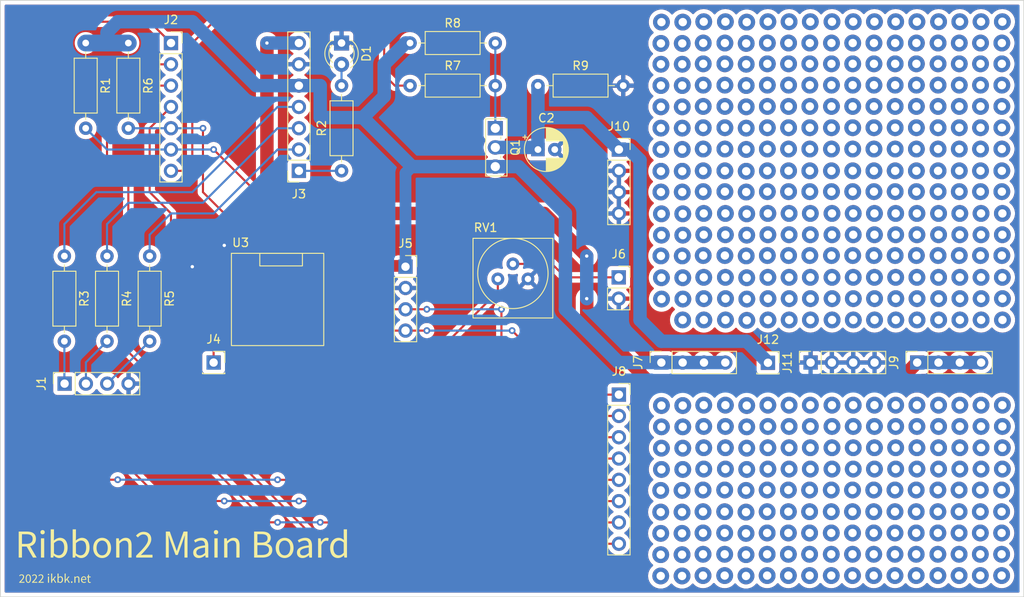
<source format=kicad_pcb>
(kicad_pcb (version 20211014) (generator pcbnew)
  (layers (0 "F.Cu" signal) (31 "B.Cu" signal) (34 "B.Paste" user) (35 "F.Paste" user) (36 "B.SilkS" user "B.Silkscreen") (37 "F.SilkS" user "F.Silkscreen") (38 "B.Mask" user) (39 "F.Mask" user) (44 "Edge.Cuts" user))
  (net 0 "")
  (net 1 "AMP_PWR")
  (net 2 "GND")
  (net 3 "Net-(D1-Pad2)")
  (net 4 "Net-(R3-Pad2)")
  (net 5 "Net-(R4-Pad2)")
  (net 6 "Net-(R5-Pad2)")
  (net 7 "GPIO2")
  (net 8 "GPIO3")
  (net 9 "GPIO4")
  (net 10 "GPIO5")
  (net 11 "SDA")
  (net 12 "SCL")
  (net 13 "MUTE")
  (net 14 "LED")
  (net 15 "PREV")
  (net 16 "NEXT")
  (net 17 "MODE")
  (net 18 "+3V3")
  (net 19 "+5V")
  (net 20 "Net-(U3-Pad5)")
  (net 21 "Net-(RV1-Pad2)")
  (net 22 "AUDIO")
  (net 23 "L-out")
  (net 24 "Net-(Q1-Pad1)")
  (footprint "" (layer "F.Cu") (at 109.190917 83.82)
    (fp_text reference "")
    (fp_text value "")
  )
  (footprint "" (layer "F.Cu") (at 111.711078 48.200484)
    (fp_text reference "")
    (fp_text value "")
  )
  (footprint "" (layer "F.Cu") (at 124.385809 96.52)
    (fp_text reference "")
    (fp_text value "")
  )
  (footprint "" (layer "F.Cu") (at 116.830755 60.96)
    (fp_text reference "")
    (fp_text value "")
  )
  (footprint "" (layer "F.Cu") (at 129.468541 63.438865)
    (fp_text reference "")
    (fp_text value "")
  )
  (footprint "" (layer "F.Cu") (at 114.227159 91.444761)
    (fp_text reference "")
    (fp_text value "")
  )
  (footprint "" (layer "F.Cu") (at 121.828702 40.581294)
    (fp_text reference "")
    (fp_text value "")
  )
  (footprint "" (layer "F.Cu") (at 142.228056 88.9)
    (fp_text reference "")
    (fp_text value "")
  )
  (footprint "Package_TO_SOT_THT:TO-251-3_Vertical" (layer "F.Cu") (at 84.36 48.26 -90)
    (fp_text reference "Q1")
    (fp_text value "MTB060P06I3")
  )
  (footprint "" (layer "F.Cu") (at 126.939135 43.121024)
    (fp_text reference "")
    (fp_text value "")
  )
  (footprint "" (layer "F.Cu") (at 116.830755 35.56)
    (fp_text reference "")
    (fp_text value "")
  )
  (footprint "" (layer "F.Cu") (at 116.830755 81.28)
    (fp_text reference "")
    (fp_text value "")
  )
  (footprint "" (layer "F.Cu") (at 126.915215 99.06)
    (fp_text reference "")
    (fp_text value "")
  )
  (footprint "" (layer "F.Cu") (at 106.607159 99.107154)
    (fp_text reference "")
    (fp_text value "")
  )
  (footprint "" (layer "F.Cu") (at 114.251079 45.707908)
    (fp_text reference "")
    (fp_text value "")
  )
  (footprint "" (layer "F.Cu") (at 119.299296 53.34)
    (fp_text reference "")
    (fp_text value "")
  )
  (footprint "" (layer "F.Cu") (at 124.409729 40.581294)
    (fp_text reference "")
    (fp_text value "")
  )
  (footprint "" (layer "F.Cu") (at 132.058812 60.96)
    (fp_text reference "")
    (fp_text value "")
  )
  (footprint "" (layer "F.Cu") (at 104.151944 88.947154)
    (fp_text reference "")
    (fp_text value "")
  )
  (footprint "" (layer "F.Cu") (at 129.444621 101.6)
    (fp_text reference "")
    (fp_text value "")
  )
  (footprint "" (layer "F.Cu") (at 121.901511 68.58)
    (fp_text reference "")
    (fp_text value "")
  )
  (footprint "" (layer "F.Cu") (at 134.527353 45.660754)
    (fp_text reference "")
    (fp_text value "")
  )
  (footprint "" (layer "F.Cu") (at 114.251079 55.866828)
    (fp_text reference "")
    (fp_text value "")
  )
  (footprint "" (layer "F.Cu") (at 119.360161 58.42)
    (fp_text reference "")
    (fp_text value "")
  )
  (footprint "" (layer "F.Cu") (at 109.130052 43.121024)
    (fp_text reference "")
    (fp_text value "")
  )
  (footprint "" (layer "F.Cu") (at 129.468541 43.121024)
    (fp_text reference "")
    (fp_text value "")
  )
  (footprint "" (layer "F.Cu") (at 134.527353 48.200484)
    (fp_text reference "")
    (fp_text value "")
  )
  (footprint "" (layer "F.Cu") (at 127 88.9)
    (fp_text reference "")
    (fp_text value "")
  )
  (footprint "" (layer "F.Cu") (at 104.151944 58.467154)
    (fp_text reference "")
    (fp_text value "")
  )
  (footprint "" (layer "F.Cu") (at 137.181188 68.58)
    (fp_text reference "")
    (fp_text value "")
  )
  (footprint "" (layer "F.Cu") (at 116.76989 43.121024)
    (fp_text reference "")
    (fp_text value "")
  )
  (footprint "" (layer "F.Cu") (at 131.997947 43.121024)
    (fp_text reference "")
    (fp_text value "")
  )
  (footprint "Connector_PinSocket_2.54mm:PinSocket_1x07_P2.54mm_Vertical" (layer "F.Cu") (at 45.72 38.1)
    (fp_text reference "J2")
    (fp_text value "Conn_01x07_Female")
  )
  (footprint "" (layer "F.Cu") (at 131.997947 55.819674)
    (fp_text reference "")
    (fp_text value "")
  )
  (footprint "" (layer "F.Cu") (at 116.76989 48.200484)
    (fp_text reference "")
    (fp_text value "")
  )
  (footprint "" (layer "F.Cu") (at 119.360161 35.56)
    (fp_text reference "")
    (fp_text value "")
  )
  (footprint "" (layer "F.Cu") (at 126.915215 91.397607)
    (fp_text reference "")
    (fp_text value "")
  )
  (footprint "" (layer "F.Cu") (at 139.637785 48.200484)
    (fp_text reference "")
    (fp_text value "")
  )
  (footprint "" (layer "F.Cu") (at 134.588218 35.56)
    (fp_text reference "")
    (fp_text value "")
  )
  (footprint "LED_THT:LED_D3.0mm" (layer "F.Cu") (at 66.04 38.1 -90)
    (fp_text reference "D1")
    (fp_text value "LED")
  )
  (footprint "" (layer "F.Cu") (at 124.409729 63.438865)
    (fp_text reference "")
    (fp_text value "")
  )
  (footprint "" (layer "F.Cu") (at 106.631079 63.486019)
    (fp_text reference "")
    (fp_text value "")
  )
  (footprint "" (layer "F.Cu") (at 144.707191 55.819674)
    (fp_text reference "")
    (fp_text value "")
  )
  (footprint "" (layer "F.Cu") (at 126.915215 93.984415)
    (fp_text reference "")
    (fp_text value "")
  )
  (footprint "" (layer "F.Cu") (at 119.299296 38.1)
    (fp_text reference "")
    (fp_text value "")
  )
  (footprint "" (layer "F.Cu") (at 104.067159 91.444761)
    (fp_text reference "")
    (fp_text value "")
  )
  (footprint "" (layer "F.Cu") (at 144.683271 93.984415)
    (fp_text reference "")
    (fp_text value "")
  )
  (footprint "" (layer "F.Cu") (at 129.54135 71.12)
    (fp_text reference "")
    (fp_text value "")
  )
  (footprint "" (layer "F.Cu") (at 131.974027 101.6)
    (fp_text reference "")
    (fp_text value "")
  )
  (footprint "" (layer "F.Cu") (at 137.169244 88.9)
    (fp_text reference "")
    (fp_text value "")
  )
  (footprint "" (layer "F.Cu") (at 106.631079 45.707908)
    (fp_text reference "")
    (fp_text value "")
  )
  (footprint "" (layer "F.Cu") (at 114.251079 38.147154)
    (fp_text reference "")
    (fp_text value "")
  )
  (footprint "" (layer "F.Cu") (at 109.190917 60.96)
    (fp_text reference "")
    (fp_text value "")
  )
  (footprint "Connector_PinSocket_2.54mm:PinSocket_1x04_P2.54mm_Vertical" (layer "F.Cu") (at 73.66 64.77)
    (fp_text reference "J5")
    (fp_text value "Display")
  )
  (footprint "" (layer "F.Cu") (at 121.828702 43.121024)
    (fp_text reference "")
    (fp_text value "")
  )
  (footprint "" (layer "F.Cu") (at 131.997947 53.34)
    (fp_text reference "")
    (fp_text value "")
  )
  (footprint "" (layer "F.Cu") (at 106.691944 81.327154)
    (fp_text reference "")
    (fp_text value "")
  )
  (footprint "" (layer "F.Cu") (at 144.683271 91.397607)
    (fp_text reference "")
    (fp_text value "")
  )
  (footprint "" (layer "F.Cu") (at 114.311944 61.007154)
    (fp_text reference "")
    (fp_text value "")
  )
  (footprint "" (layer "F.Cu") (at 144.707191 48.200484)
    (fp_text reference "")
    (fp_text value "")
  )
  (footprint "" (layer "F.Cu") (at 111.711078 50.740214)
    (fp_text reference "")
    (fp_text value "")
  )
  (footprint "" (layer "F.Cu") (at 139.69865 58.42)
    (fp_text reference "")
    (fp_text value "")
  )
  (footprint "" (layer "F.Cu") (at 104.067159 99.107154)
    (fp_text reference "")
    (fp_text value "")
  )
  (footprint "" (layer "F.Cu") (at 114.251079 43.168178)
    (fp_text reference "")
    (fp_text value "")
  )
  (footprint "" (layer "F.Cu") (at 114.251079 40.628448)
    (fp_text reference "")
    (fp_text value "")
  )
  (footprint "" (layer "F.Cu") (at 124.470594 66.04)
    (fp_text reference "")
    (fp_text value "")
  )
  (footprint "" (layer "F.Cu") (at 129.54135 68.58)
    (fp_text reference "")
    (fp_text value "")
  )
  (footprint "" (layer "F.Cu") (at 106.691944 61.007154)
    (fp_text reference "")
    (fp_text value "")
  )
  (footprint "" (layer "F.Cu") (at 131.974027 93.984415)
    (fp_text reference "")
    (fp_text value "")
  )
  (footprint "" (layer "F.Cu") (at 129.529406 66.04)
    (fp_text reference "")
    (fp_text value "")
  )
  (footprint "" (layer "F.Cu") (at 134.503433 99.06)
    (fp_text reference "")
    (fp_text value "")
  )
  (footprint "" (layer "F.Cu") (at 126.939135 45.660754)
    (fp_text reference "")
    (fp_text value "")
  )
  (footprint "" (layer "F.Cu") (at 104.151944 86.407154)
    (fp_text reference "")
    (fp_text value "")
  )
  (footprint "" (layer "F.Cu") (at 144.78 71.12)
    (fp_text reference "")
    (fp_text value "")
  )
  (footprint "" (layer "F.Cu") (at 106.607159 91.444761)
    (fp_text reference "")
    (fp_text value "")
  )
  (footprint "" (layer "F.Cu") (at 144.707191 63.438865)
    (fp_text reference "")
    (fp_text value "")
  )
  (footprint "" (layer "F.Cu") (at 131.997947 50.740214)
    (fp_text reference "")
    (fp_text value "")
  )
  (footprint "" (layer "F.Cu") (at 144.768056 83.82)
    (fp_text reference "")
    (fp_text value "")
  )
  (footprint "" (layer "F.Cu") (at 134.588218 58.42)
    (fp_text reference "")
    (fp_text value "")
  )
  (footprint "" (layer "F.Cu") (at 111.687158 93.984415)
    (fp_text reference "")
    (fp_text value "")
  )
  (footprint "" (layer "F.Cu") (at 106.691944 83.867154)
    (fp_text reference "")
    (fp_text value "")
  )
  (footprint "" (layer "F.Cu") (at 131.997947 63.438865)
    (fp_text reference "")
    (fp_text value "")
  )
  (footprint "" (layer "F.Cu") (at 111.783887 68.58)
    (fp_text reference "")
    (fp_text value "")
  )
  (footprint "" (layer "F.Cu") (at 119.299296 45.660754)
    (fp_text reference "")
    (fp_text value "")
  )
  (footprint "" (layer "F.Cu") (at 119.275376 99.06)
    (fp_text reference "")
    (fp_text value "")
  )
  (footprint "" (layer "F.Cu") (at 144.683271 101.6)
    (fp_text reference "")
    (fp_text value "")
  )
  (footprint "" (layer "F.Cu") (at 144.768056 35.56)
    (fp_text reference "")
    (fp_text value "")
  )
  (footprint "" (layer "F.Cu") (at 109.106132 99.06)
    (fp_text reference "")
    (fp_text value "")
  )
  (footprint "" (layer "F.Cu") (at 142.228056 58.42)
    (fp_text reference "")
    (fp_text value "")
  )
  (footprint "" (layer "F.Cu") (at 129.468541 53.34)
    (fp_text reference "")
    (fp_text value "")
  )
  (footprint "" (layer "F.Cu") (at 127 83.82)
    (fp_text reference "")
    (fp_text value "")
  )
  (footprint "" (layer "F.Cu") (at 116.830755 83.82)
    (fp_text reference "")
    (fp_text value "")
  )
  (footprint "" (layer "F.Cu") (at 104.151944 61.007154)
    (fp_text reference "")
    (fp_text value "")
  )
  (footprint "" (layer "F.Cu") (at 142.143271 91.397607)
    (fp_text reference "")
    (fp_text value "")
  )
  (footprint "" (layer "F.Cu") (at 116.76989 63.438865)
    (fp_text reference "")
    (fp_text value "")
  )
  (footprint "" (layer "F.Cu") (at 104.151944 35.607154)
    (fp_text reference "")
    (fp_text value "")
  )
  (footprint "" (layer "F.Cu") (at 111.771943 83.82)
    (fp_text reference "")
    (fp_text value "")
  )
  (footprint "" (layer "F.Cu") (at 139.710594 68.58)
    (fp_text reference "")
    (fp_text value "")
  )
  (footprint "" (layer "F.Cu") (at 109.106132 91.397607)
    (fp_text reference "")
    (fp_text value "")
  )
  (footprint "" (layer "F.Cu") (at 109.190917 66.04)
    (fp_text reference "")
    (fp_text value "")
  )
  (footprint "" (layer "F.Cu") (at 132.058812 35.56)
    (fp_text reference "")
    (fp_text value "")
  )
  (footprint "" (layer "F.Cu") (at 116.842699 71.12)
    (fp_text reference "")
    (fp_text value "")
  )
  (footprint "" (layer "F.Cu") (at 126.939135 53.34)
    (fp_text reference "")
    (fp_text value "")
  )
  (footprint "" (layer "F.Cu") (at 142.228056 81.28)
    (fp_text reference "")
    (fp_text value "")
  )
  (footprint "" (layer "F.Cu") (at 127.011944 71.12)
    (fp_text reference "")
    (fp_text value "")
  )
  (footprint "" (layer "F.Cu") (at 127 86.36)
    (fp_text reference "")
    (fp_text value "")
  )
  (footprint "" (layer "F.Cu") (at 132.058812 66.04)
    (fp_text reference "")
    (fp_text value "")
  )
  (footprint "" (layer "F.Cu") (at 121.889567 66.04)
    (fp_text reference "")
    (fp_text value "")
  )
  (footprint "" (layer "F.Cu") (at 106.631079 53.387154)
    (fp_text reference "")
    (fp_text value "")
  )
  (footprint "" (layer "F.Cu") (at 124.470594 81.28)
    (fp_text reference "")
    (fp_text value "")
  )
  (footprint "" (layer "F.Cu") (at 131.974027 99.06)
    (fp_text reference "")
    (fp_text value "")
  )
  (footprint "" (layer "F.Cu") (at 114.323888 71.167154)
    (fp_text reference "")
    (fp_text value "")
  )
  (footprint "" (layer "F.Cu") (at 116.76989 45.660754)
    (fp_text reference "")
    (fp_text value "")
  )
  (footprint "" (layer "F.Cu") (at 139.613865 93.984415)
    (fp_text reference "")
    (fp_text value "")
  )
  (footprint "" (layer "F.Cu") (at 129.468541 40.581294)
    (fp_text reference "")
    (fp_text value "")
  )
  (footprint "" (layer "F.Cu") (at 142.167191 45.660754)
    (fp_text reference "")
    (fp_text value "")
  )
  (footprint "" (layer "F.Cu") (at 129.468541 38.1)
    (fp_text reference "")
    (fp_text value "")
  )
  (footprint "" (layer "F.Cu") (at 119.299296 43.121024)
    (fp_text reference "")
    (fp_text value "")
  )
  (footprint "" (layer "F.Cu") (at 139.637785 53.34)
    (fp_text reference "")
    (fp_text value "")
  )
  (footprint "" (layer "F.Cu") (at 119.372105 71.12)
    (fp_text reference "")
    (fp_text value "")
  )
  (footprint "" (layer "F.Cu") (at 142.167191 43.121024)
    (fp_text reference "")
    (fp_text value "")
  )
  (footprint "" (layer "F.Cu") (at 132.058812 58.42)
    (fp_text reference "")
    (fp_text value "")
  )
  (footprint "" (layer "F.Cu") (at 124.385809 93.984415)
    (fp_text reference "")
    (fp_text value "")
  )
  (footprint "" (layer "F.Cu") (at 137.108379 55.819674)
    (fp_text reference "")
    (fp_text value "")
  )
  (footprint "" (layer "F.Cu") (at 111.711078 43.121024)
    (fp_text reference "")
    (fp_text value "")
  )
  (footprint "" (layer "F.Cu") (at 119.360161 83.82)
    (fp_text reference "")
    (fp_text value "")
  )
  (footprint "" (layer "F.Cu") (at 119.299296 48.200484)
    (fp_text reference "")
    (fp_text value "")
  )
  (footprint "" (layer "F.Cu") (at 139.637785 40.581294)
    (fp_text reference "")
    (fp_text value "")
  )
  (footprint "" (layer "F.Cu") (at 121.828702 38.1)
    (fp_text reference "")
    (fp_text value "")
  )
  (footprint "" (layer "F.Cu") (at 109.190917 88.9)
    (fp_text reference "")
    (fp_text value "")
  )
  (footprint "" (layer "F.Cu") (at 109.130052 55.819674)
    (fp_text reference "")
    (fp_text value "")
  )
  (footprint "" (layer "F.Cu") (at 144.768056 86.36)
    (fp_text reference "")
    (fp_text value "")
  )
  (footprint "" (layer "F.Cu") (at 139.637785 63.438865)
    (fp_text reference "")
    (fp_text value "")
  )
  (footprint "" (layer "F.Cu") (at 114.227159 101.647154)
    (fp_text reference "")
    (fp_text value "")
  )
  (footprint "" (layer "F.Cu") (at 129.444621 93.984415)
    (fp_text reference "")
    (fp_text value "")
  )
  (footprint "" (layer "F.Cu") (at 104.091079 45.707908)
    (fp_text reference "")
    (fp_text value "")
  )
  (footprint "" (layer "F.Cu") (at 106.631079 38.147154)
    (fp_text reference "")
    (fp_text value "")
  )
  (footprint "" (layer "F.Cu") (at 111.687158 91.397607)
    (fp_text reference "")
    (fp_text value "")
  )
  (footprint "" (layer "F.Cu") (at 106.691944 86.407154)
    (fp_text reference "")
    (fp_text value "")
  )
  (footprint "" (layer "F.Cu") (at 144.768056 58.42)
    (fp_text reference "")
    (fp_text value "")
  )
  (footprint "" (layer "F.Cu") (at 137.108379 45.660754)
    (fp_text reference "")
    (fp_text value "")
  )
  (footprint "" (layer "F.Cu") (at 139.637785 45.660754)
    (fp_text reference "")
    (fp_text value "")
  )
  (footprint "" (layer "F.Cu") (at 104.091079 40.628448)
    (fp_text reference "")
    (fp_text value "")
  )
  (footprint "" (layer "F.Cu") (at 131.997947 40.581294)
    (fp_text reference "")
    (fp_text value "")
  )
  (footprint "" (layer "F.Cu") (at 132.070756 68.58)
    (fp_text reference "")
    (fp_text value "")
  )
  (footprint "" (layer "F.Cu") (at 106.631079 50.787368)
    (fp_text reference "")
    (fp_text value "")
  )
  (footprint "" (layer "F.Cu") (at 144.78 68.58)
    (fp_text reference "")
    (fp_text value "")
  )
  (footprint "" (layer "F.Cu") (at 124.385809 91.397607)
    (fp_text reference "")
    (fp_text value "")
  )
  (footprint "Resistor_THT:R_Axial_DIN0207_L6.3mm_D2.5mm_P10.16mm_Horizontal" (layer "F.Cu") (at 40.64 38.1 -90)
    (fp_text reference "R6")
    (fp_text value "N.I.")
  )
  (footprint "" (layer "F.Cu") (at 142.228056 86.36)
    (fp_text reference "")
    (fp_text value "")
  )
  (footprint "" (layer "F.Cu") (at 124.470594 60.96)
    (fp_text reference "")
    (fp_text value "")
  )
  (footprint "" (layer "F.Cu") (at 116.76989 53.34)
    (fp_text reference "")
    (fp_text value "")
  )
  (footprint "" (layer "F.Cu") (at 104.163888 68.627154)
    (fp_text reference "")
    (fp_text value "")
  )
  (footprint "" (layer "F.Cu") (at 104.091079 63.486019)
    (fp_text reference "")
    (fp_text value "")
  )
  (footprint "Resistor_THT:R_Axial_DIN0207_L6.3mm_D2.5mm_P10.16mm_Horizontal" (layer "F.Cu") (at 74.2 38.1)
    (fp_text reference "R8")
    (fp_text value "1k")
  )
  (footprint "" (layer "F.Cu") (at 126.939135 48.200484)
    (fp_text reference "")
    (fp_text value "")
  )
  (footprint "" (layer "F.Cu") (at 111.711078 38.1)
    (fp_text reference "")
    (fp_text value "")
  )
  (footprint "" (layer "F.Cu") (at 129.444621 91.397607)
    (fp_text reference "")
    (fp_text value "")
  )
  (footprint "" (layer "F.Cu") (at 126.939135 55.819674)
    (fp_text reference "")
    (fp_text value "")
  )
  (footprint "" (layer "F.Cu") (at 127 60.96)
    (fp_text reference "")
    (fp_text value "")
  )
  (footprint "" (layer "F.Cu") (at 134.527353 43.121024)
    (fp_text reference "")
    (fp_text value "")
  )
  (footprint "" (layer "F.Cu") (at 139.69865 66.04)
    (fp_text reference "")
    (fp_text value "")
  )
  (footprint "" (layer "F.Cu") (at 111.711078 53.34)
    (fp_text reference "")
    (fp_text value "")
  )
  (footprint "" (layer "F.Cu") (at 119.275376 96.52)
    (fp_text reference "")
    (fp_text value "")
  )
  (footprint "" (layer "F.Cu") (at 132.058812 88.9)
    (fp_text reference "")
    (fp_text value "")
  )
  (footprint "" (layer "F.Cu") (at 137.084459 99.06)
    (fp_text reference "")
    (fp_text value "")
  )
  (footprint "" (layer "F.Cu") (at 142.167191 53.34)
    (fp_text reference "")
    (fp_text value "")
  )
  (footprint "Resistor_THT:R_Axial_DIN0207_L6.3mm_D2.5mm_P10.16mm_Horizontal" (layer "F.Cu") (at 43.18 63.5 -90)
    (fp_text reference "R5")
    (fp_text value "100")
  )
  (footprint "" (layer "F.Cu") (at 139.69865 88.9)
    (fp_text reference "")
    (fp_text value "")
  )
  (footprint "" (layer "F.Cu") (at 109.130052 38.1)
    (fp_text reference "")
    (fp_text value "")
  )
  (footprint "" (layer "F.Cu") (at 127 35.56)
    (fp_text reference "")
    (fp_text value "")
  )
  (footprint "" (layer "F.Cu") (at 109.190917 86.36)
    (fp_text reference "")
    (fp_text value "")
  )
  (footprint "" (layer "F.Cu") (at 134.527353 53.34)
    (fp_text reference "")
    (fp_text value "")
  )
  (footprint "" (layer "F.Cu") (at 109.130052 45.660754)
    (fp_text reference "")
    (fp_text value "")
  )
  (footprint "" (layer "F.Cu") (at 119.275376 101.6)
    (fp_text reference "")
    (fp_text value "")
  )
  (footprint "" (layer "F.Cu") (at 134.503433 91.397607)
    (fp_text reference "")
    (fp_text value "")
  )
  (footprint "" (layer "F.Cu") (at 116.74597 96.52)
    (fp_text reference "")
    (fp_text value "")
  )
  (footprint "" (layer "F.Cu") (at 142.167191 50.740214)
    (fp_text reference "")
    (fp_text value "")
  )
  (footprint "" (layer "F.Cu") (at 114.311944 86.407154)
    (fp_text reference "")
    (fp_text value "")
  )
  (footprint "" (layer "F.Cu") (at 124.409729 48.200484)
    (fp_text reference "")
    (fp_text value "")
  )
  (footprint "" (layer "F.Cu") (at 134.503433 101.6)
    (fp_text reference "")
    (fp_text value "")
  )
  (footprint "" (layer "F.Cu") (at 119.372105 68.58)
    (fp_text reference "")
    (fp_text value "")
  )
  (footprint "" (layer "F.Cu") (at 109.106132 93.984415)
    (fp_text reference "")
    (fp_text value "")
  )
  (footprint "" (layer "F.Cu") (at 124.470594 86.36)
    (fp_text reference "")
    (fp_text value "")
  )
  (footprint "" (layer "F.Cu") (at 137.169244 81.28)
    (fp_text reference "")
    (fp_text value "")
  )
  (footprint "" (layer "F.Cu") (at 134.503433 93.984415)
    (fp_text reference "")
    (fp_text value "")
  )
  (footprint "" (layer "F.Cu") (at 109.190917 81.28)
    (fp_text reference "")
    (fp_text value "")
  )
  (footprint "" (layer "F.Cu") (at 124.470594 88.9)
    (fp_text reference "")
    (fp_text value "")
  )
  (footprint "" (layer "F.Cu") (at 144.768056 60.96)
    (fp_text reference "")
    (fp_text value "")
  )
  (footprint "" (layer "F.Cu") (at 126.939135 50.740214)
    (fp_text reference "")
    (fp_text value "")
  )
  (footprint "" (layer "F.Cu") (at 127 58.42)
    (fp_text reference "")
    (fp_text value "")
  )
  (footprint "" (layer "F.Cu") (at 142.167191 55.819674)
    (fp_text reference "")
    (fp_text value "")
  )
  (footprint "" (layer "F.Cu") (at 111.771943 81.28)
    (fp_text reference "")
    (fp_text value "")
  )
  (footprint "" (layer "F.Cu") (at 114.311944 66.087154)
    (fp_text reference "")
    (fp_text value "")
  )
  (footprint "Connector_PinSocket_2.54mm:PinSocket_1x02_P2.54mm_Vertical" (layer "F.Cu") (at 99.06 66.04)
    (fp_text reference "J6")
    (fp_text value "Audio Tuner Out")
  )
  (footprint "" (layer "F.Cu") (at 114.311944 83.867154)
    (fp_text reference "")
    (fp_text value "")
  )
  (footprint "" (layer "F.Cu") (at 142.167191 38.1)
    (fp_text reference "")
    (fp_text value "")
  )
  (footprint "" (layer "F.Cu") (at 144.768056 66.04)
    (fp_text reference "")
    (fp_text value "")
  )
  (footprint "" (layer "F.Cu") (at 139.637785 43.121024)
    (fp_text reference "")
    (fp_text value "")
  )
  (footprint "" (layer "F.Cu") (at 106.703888 68.627154)
    (fp_text reference "")
    (fp_text value "")
  )
  (footprint "" (layer "F.Cu") (at 116.76989 50.740214)
    (fp_text reference "")
    (fp_text value "")
  )
  (footprint "" (layer "F.Cu") (at 137.108379 48.200484)
    (fp_text reference "")
    (fp_text value "")
  )
  (footprint "" (layer "F.Cu") (at 119.360161 66.04)
    (fp_text reference "")
    (fp_text value "")
  )
  (footprint "" (layer "F.Cu") (at 116.76989 40.581294)
    (fp_text reference "")
    (fp_text value "")
  )
  (footprint "" (layer "F.Cu") (at 106.631079 43.168178)
    (fp_text reference "")
    (fp_text value "")
  )
  (footprint "" (layer "F.Cu") (at 116.830755 86.36)
    (fp_text reference "")
    (fp_text value "")
  )
  (footprint "" (layer "F.Cu") (at 106.691944 66.087154)
    (fp_text reference "")
    (fp_text value "")
  )
  (footprint "" (layer "F.Cu") (at 124.470594 35.56)
    (fp_text reference "")
    (fp_text value "")
  )
  (footprint "" (layer "F.Cu") (at 124.409729 43.121024)
    (fp_text reference "")
    (fp_text value "")
  )
  (footprint "" (layer "F.Cu") (at 124.470594 83.82)
    (fp_text reference "")
    (fp_text value "")
  )
  (footprint "" (layer "F.Cu") (at 104.151944 83.867154)
    (fp_text reference "")
    (fp_text value "")
  )
  (footprint "Connector_PinSocket_2.54mm:PinSocket_1x01_P2.54mm_Vertical" (layer "F.Cu") (at 116.84 76.225)
    (fp_text reference "J12")
    (fp_text value "Conn_01x01_Female")
  )
  (footprint "" (layer "F.Cu") (at 139.637785 50.740214)
    (fp_text reference "")
    (fp_text value "")
  )
  (footprint "" (layer "F.Cu") (at 134.600162 68.58)
    (fp_text reference "")
    (fp_text value "")
  )
  (footprint "Connector_PinSocket_2.54mm:PinSocket_1x08_P2.54mm_Vertical" (layer "F.Cu") (at 99.085 80.025)
    (fp_text reference "J8")
    (fp_text value "Prototype IO")
  )
  (footprint "" (layer "F.Cu") (at 132.058812 81.28)
    (fp_text reference "")
    (fp_text value "")
  )
  (footprint "" (layer "F.Cu") (at 104.067159 96.567154)
    (fp_text reference "")
    (fp_text value "")
  )
  (footprint "" (layer "F.Cu") (at 109.190917 58.42)
    (fp_text reference "")
    (fp_text value "")
  )
  (footprint "" (layer "F.Cu") (at 124.385809 99.06)
    (fp_text reference "")
    (fp_text value "")
  )
  (footprint "" (layer "F.Cu") (at 129.468541 55.819674)
    (fp_text reference "")
    (fp_text value "")
  )
  (footprint "" (layer "F.Cu") (at 121.804782 93.984415)
    (fp_text reference "")
    (fp_text value "")
  )
  (footprint "" (layer "F.Cu") (at 134.527353 38.1)
    (fp_text reference "")
    (fp_text value "")
  )
  (footprint "" (layer "F.Cu") (at 116.74597 99.06)
    (fp_text reference "")
    (fp_text value "")
  )
  (footprint "" (layer "F.Cu") (at 142.167191 40.581294)
    (fp_text reference "")
    (fp_text value "")
  )
  (footprint "" (layer "F.Cu") (at 144.707191 53.34)
    (fp_text reference "")
    (fp_text value "")
  )
  (footprint "" (layer "F.Cu") (at 116.830755 58.42)
    (fp_text reference "")
    (fp_text value "")
  )
  (footprint "" (layer "F.Cu") (at 114.311944 58.467154)
    (fp_text reference "")
    (fp_text value "")
  )
  (footprint "" (layer "F.Cu") (at 129.529406 88.9)
    (fp_text reference "")
    (fp_text value "")
  )
  (footprint "" (layer "F.Cu") (at 139.69865 83.82)
    (fp_text reference "")
    (fp_text value "")
  )
  (footprint "" (layer "F.Cu") (at 127.011944 68.58)
    (fp_text reference "")
    (fp_text value "")
  )
  (footprint "" (layer "F.Cu") (at 121.889567 35.56)
    (fp_text reference "")
    (fp_text value "")
  )
  (footprint "" (layer "F.Cu") (at 104.067159 94.031569)
    (fp_text reference "")
    (fp_text value "")
  )
  (footprint "" (layer "F.Cu") (at 124.470594 58.42)
    (fp_text reference "")
    (fp_text value "")
  )
  (footprint "" (layer "F.Cu") (at 104.067159 101.647154)
    (fp_text reference "")
    (fp_text value "")
  )
  (footprint "" (layer "F.Cu") (at 129.468541 48.200484)
    (fp_text reference "")
    (fp_text value "")
  )
  (footprint "" (layer "F.Cu") (at 137.084459 93.984415)
    (fp_text reference "")
    (fp_text value "")
  )
  (footprint "" (layer "F.Cu") (at 144.707191 43.121024)
    (fp_text reference "")
    (fp_text value "")
  )
  (footprint "" (layer "F.Cu") (at 106.607159 101.647154)
    (fp_text reference "")
    (fp_text value "")
  )
  (footprint "" (layer "F.Cu") (at 106.607159 96.567154)
    (fp_text reference "")
    (fp_text value "")
  )
  (footprint "Akizukidenshi:RRD-102v2.0" (layer "F.Cu") (at 52.92 63.175)
    (fp_text reference "U3")
    (fp_text value "RRD-102V2.0")
  )
  (footprint "" (layer "F.Cu") (at 124.409729 55.819674)
    (fp_text reference "")
    (fp_text value "")
  )
  (footprint "" (layer "F.Cu") (at 137.108379 40.581294)
    (fp_text reference "")
    (fp_text value "")
  )
  (footprint "" (layer "F.Cu") (at 111.711078 55.819674)
    (fp_text reference "")
    (fp_text value "")
  )
  (footprint "" (layer "F.Cu") (at 144.707191 40.581294)
    (fp_text reference "")
    (fp_text value "")
  )
  (footprint "" (layer "F.Cu") (at 121.804782 91.397607)
    (fp_text reference "")
    (fp_text value "")
  )
  (footprint "" (layer "F.Cu") (at 109.106132 96.52)
    (fp_text reference "")
    (fp_text value "")
  )
  (footprint "" (layer "F.Cu") (at 131.974027 96.52)
    (fp_text reference "")
    (fp_text value "")
  )
  (footprint "Connector_PinSocket_2.54mm:PinSocket_1x01_P2.54mm_Vertical" (layer "F.Cu") (at 50.8 76.2)
    (fp_text reference "J4")
    (fp_text value "Antenna")
  )
  (footprint "" (layer "F.Cu") (at 134.588218 83.82)
    (fp_text reference "")
    (fp_text value "")
  )
  (footprint "" (layer "F.Cu") (at 111.711078 40.581294)
    (fp_text reference "")
    (fp_text value "")
  )
  (footprint "" (layer "F.Cu") (at 121.889567 81.28)
    (fp_text reference "")
    (fp_text value "")
  )
  (footprint "" (layer "F.Cu") (at 127 81.28)
    (fp_text reference "")
    (fp_text value "")
  )
  (footprint "" (layer "F.Cu") (at 104.091079 38.147154)
    (fp_text reference "")
    (fp_text value "")
  )
  (footprint "" (layer "F.Cu") (at 126.915215 101.6)
    (fp_text reference "")
    (fp_text value "")
  )
  (footprint "" (layer "F.Cu") (at 129.444621 99.06)
    (fp_text reference "")
    (fp_text value "")
  )
  (footprint "" (layer "F.Cu") (at 114.311944 35.607154)
    (fp_text reference "")
    (fp_text value "")
  )
  (footprint "" (layer "F.Cu") (at 127 66.04)
    (fp_text reference "")
    (fp_text value "")
  )
  (footprint "" (layer "F.Cu") (at 106.691944 88.947154)
    (fp_text reference "")
    (fp_text value "")
  )
  (footprint "" (layer "F.Cu") (at 137.108379 38.1)
    (fp_text reference "")
    (fp_text value "")
  )
  (footprint "" (layer "F.Cu") (at 134.588218 86.36)
    (fp_text reference "")
    (fp_text value "")
  )
  (footprint "" (layer "F.Cu") (at 104.151944 81.327154)
    (fp_text reference "")
    (fp_text value "")
  )
  (footprint "" (layer "F.Cu") (at 106.691944 35.607154)
    (fp_text reference "")
    (fp_text value "")
  )
  (footprint "" (layer "F.Cu") (at 104.091079 48.247638)
    (fp_text reference "")
    (fp_text value "")
  )
  (footprint "" (layer "F.Cu") (at 129.529406 86.36)
    (fp_text reference "")
    (fp_text value "")
  )
  (footprint "" (layer "F.Cu") (at 134.527353 55.819674)
    (fp_text reference "")
    (fp_text value "")
  )
  (footprint "" (layer "F.Cu") (at 111.687158 96.52)
    (fp_text reference "")
    (fp_text value "")
  )
  (footprint "" (layer "F.Cu") (at 137.169244 86.36)
    (fp_text reference "")
    (fp_text value "")
  )
  (footprint "" (layer "F.Cu") (at 116.76989 38.1)
    (fp_text reference "")
    (fp_text value "")
  )
  (footprint "" (layer "F.Cu") (at 137.084459 96.52)
    (fp_text reference "")
    (fp_text value "")
  )
  (footprint "Connector_PinSocket_2.54mm:PinSocket_1x07_P2.54mm_Vertical" (layer "F.Cu") (at 60.96 53.34 180)
    (fp_text reference "J3")
    (fp_text value "Conn_01x07_Female")
  )
  (footprint "Connector_PinSocket_2.54mm:PinSocket_1x04_P2.54mm_Vertical" (layer "F.Cu") (at 134.62 76.2 90)
    (fp_text reference "J9")
    (fp_text value "+5V Rail")
  )
  (footprint "" (layer "F.Cu") (at 139.69865 35.56)
    (fp_text reference "")
    (fp_text value "")
  )
  (footprint "" (layer "F.Cu") (at 109.202861 68.58)
    (fp_text reference "")
    (fp_text value "")
  )
  (footprint "Akizukidenshi:TSR-3386K" (layer "F.Cu") (at 81.705 61.385)
    (fp_text reference "RV1")
    (fp_text value "20kB")
  )
  (footprint "" (layer "F.Cu") (at 129.468541 50.740214)
    (fp_text reference "")
    (fp_text value "")
  )
  (footprint "Resistor_THT:R_Axial_DIN0207_L6.3mm_D2.5mm_P10.16mm_Horizontal" (layer "F.Cu") (at 66.04 53.34 90)
    (fp_text reference "R2")
    (fp_text value "1k")
  )
  (footprint "" (layer "F.Cu") (at 109.130052 63.438865)
    (fp_text reference "")
    (fp_text value "")
  )
  (footprint "" (layer "F.Cu") (at 119.299296 40.581294)
    (fp_text reference "")
    (fp_text value "")
  )
  (footprint "" (layer "F.Cu") (at 121.889567 83.82)
    (fp_text reference "")
    (fp_text value "")
  )
  (footprint "" (layer "F.Cu") (at 116.830755 88.9)
    (fp_text reference "")
    (fp_text value "")
  )
  (footprint "" (layer "F.Cu") (at 142.228056 66.04)
    (fp_text reference "")
    (fp_text value "")
  )
  (footprint "" (layer "F.Cu") (at 144.768056 88.9)
    (fp_text reference "")
    (fp_text value "")
  )
  (footprint "" (layer "F.Cu") (at 121.828702 53.34)
    (fp_text reference "")
    (fp_text value "")
  )
  (footprint "" (layer "F.Cu") (at 106.631079 40.628448)
    (fp_text reference "")
    (fp_text value "")
  )
  (footprint "" (layer "F.Cu") (at 111.771943 35.56)
    (fp_text reference "")
    (fp_text value "")
  )
  (footprint "" (layer "F.Cu") (at 116.74597 91.397607)
    (fp_text reference "")
    (fp_text value "")
  )
  (footprint "" (layer "F.Cu") (at 111.711078 45.660754)
    (fp_text reference "")
    (fp_text value "")
  )
  (footprint "" (layer "F.Cu") (at 114.323888 68.627154)
    (fp_text reference "")
    (fp_text value "")
  )
  (footprint "" (layer "F.Cu") (at 137.084459 101.6)
    (fp_text reference "")
    (fp_text value "")
  )
  (footprint "" (layer "F.Cu") (at 104.091079 53.387154)
    (fp_text reference "")
    (fp_text value "")
  )
  (footprint "" (layer "F.Cu") (at 119.299296 55.819674)
    (fp_text reference "")
    (fp_text value "")
  )
  (footprint "" (layer "F.Cu") (at 129.529406 58.42)
    (fp_text reference "")
    (fp_text value "")
  )
  (footprint "" (layer "F.Cu") (at 134.503433 96.52)
    (fp_text reference "")
    (fp_text value "")
  )
  (footprint "" (layer "F.Cu") (at 137.169244 83.82)
    (fp_text reference "")
    (fp_text value "")
  )
  (footprint "" (layer "F.Cu") (at 104.091079 55.866828)
    (fp_text reference "")
    (fp_text value "")
  )
  (footprint "" (layer "F.Cu") (at 119.360161 60.96)
    (fp_text reference "")
    (fp_text value "")
  )
  (footprint "" (layer "F.Cu") (at 137.084459 91.397607)
    (fp_text reference "")
    (fp_text value "")
  )
  (footprint "" (layer "F.Cu") (at 111.771943 60.96)
    (fp_text reference "")
    (fp_text value "")
  )
  (footprint "" (layer "F.Cu") (at 144.768056 81.28)
    (fp_text reference "")
    (fp_text value "")
  )
  (footprint "" (layer "F.Cu") (at 139.710594 71.12)
    (fp_text reference "")
    (fp_text value "")
  )
  (footprint "" (layer "F.Cu") (at 121.889567 86.36)
    (fp_text reference "")
    (fp_text value "")
  )
  (footprint "" (layer "F.Cu") (at 109.190917 35.56)
    (fp_text reference "")
    (fp_text value "")
  )
  (footprint "" (layer "F.Cu") (at 137.108379 43.121024)
    (fp_text reference "")
    (fp_text value "")
  )
  (footprint "" (layer "F.Cu") (at 109.130052 50.740214)
    (fp_text reference "")
    (fp_text value "")
  )
  (footprint "" (layer "F.Cu") (at 134.527353 50.740214)
    (fp_text reference "")
    (fp_text value "")
  )
  (footprint "" (layer "F.Cu") (at 126.939135 40.581294)
    (fp_text reference "")
    (fp_text value "")
  )
  (footprint "" (layer "F.Cu") (at 137.108379 63.438865)
    (fp_text reference "")
    (fp_text value "")
  )
  (footprint "" (layer "F.Cu") (at 104.151944 66.087154)
    (fp_text reference "")
    (fp_text value "")
  )
  (footprint "" (layer "F.Cu") (at 131.997947 38.1)
    (fp_text reference "")
    (fp_text value "")
  )
  (footprint "" (layer "F.Cu") (at 111.771943 86.36)
    (fp_text reference "")
    (fp_text value "")
  )
  (footprint "" (layer "F.Cu") (at 111.711078 63.438865)
    (fp_text reference "")
    (fp_text value "")
  )
  (footprint "" (layer "F.Cu") (at 119.360161 81.28)
    (fp_text reference "")
    (fp_text value "")
  )
  (footprint "" (layer "F.Cu") (at 131.974027 91.397607)
    (fp_text reference "")
    (fp_text value "")
  )
  (footprint "" (layer "F.Cu") (at 114.251079 48.247638)
    (fp_text reference "")
    (fp_text value "")
  )
  (footprint "" (layer "F.Cu") (at 121.804782 99.06)
    (fp_text reference "")
    (fp_text value "")
  )
  (footprint "" (layer "F.Cu") (at 139.613865 99.06)
    (fp_text reference "")
    (fp_text value "")
  )
  (footprint "" (layer "F.Cu") (at 111.771943 66.04)
    (fp_text reference "")
    (fp_text value "")
  )
  (footprint "" (layer "F.Cu") (at 139.613865 101.6)
    (fp_text reference "")
    (fp_text value "")
  )
  (footprint "" (layer "F.Cu") (at 142.143271 99.06)
    (fp_text reference "")
    (fp_text value "")
  )
  (footprint "" (layer "F.Cu") (at 137.169244 35.56)
    (fp_text reference "")
    (fp_text value "")
  )
  (footprint "" (layer "F.Cu") (at 142.24 71.12)
    (fp_text reference "")
    (fp_text value "")
  )
  (footprint "" (layer "F.Cu") (at 111.687158 99.06)
    (fp_text reference "")
    (fp_text value "")
  )
  (footprint "Connector_PinSocket_2.54mm:PinSocket_1x04_P2.54mm_Vertical" (layer "F.Cu") (at 121.92 76.2 90)
    (fp_text reference "J11")
    (fp_text value "GND Rail")
  )
  (footprint "" (layer "F.Cu") (at 139.69865 81.28)
    (fp_text reference "")
    (fp_text value "")
  )
  (footprint "" (layer "F.Cu") (at 142.228056 35.56)
    (fp_text reference "")
    (fp_text value "")
  )
  (footprint "" (layer "F.Cu") (at 134.527353 63.438865)
    (fp_text reference "")
    (fp_text value "")
  )
  (footprint "" (layer "F.Cu") (at 139.69865 60.96)
    (fp_text reference "")
    (fp_text value "")
  )
  (footprint "" (layer "F.Cu") (at 144.683271 96.52)
    (fp_text reference "")
    (fp_text value "")
  )
  (footprint "" (layer "F.Cu") (at 134.588218 81.28)
    (fp_text reference "")
    (fp_text value "")
  )
  (footprint "" (layer "F.Cu") (at 114.251079 63.486019)
    (fp_text reference "")
    (fp_text value "")
  )
  (footprint "" (layer "F.Cu") (at 137.169244 60.96)
    (fp_text reference "")
    (fp_text value "")
  )
  (footprint "" (layer "F.Cu") (at 109.130052 48.200484)
    (fp_text reference "")
    (fp_text value "")
  )
  (footprint "" (layer "F.Cu") (at 137.108379 50.740214)
    (fp_text reference "")
    (fp_text value "")
  )
  (footprint "" (layer "F.Cu") (at 121.901511 71.12)
    (fp_text reference "")
    (fp_text value "")
  )
  (footprint "" (layer "F.Cu") (at 139.613865 96.52)
    (fp_text reference "")
    (fp_text value "")
  )
  (footprint "" (layer "F.Cu") (at 119.299296 50.740214)
    (fp_text reference "")
    (fp_text value "")
  )
  (footprint "" (layer "F.Cu") (at 109.130052 40.581294)
    (fp_text reference "")
    (fp_text value "")
  )
  (footprint "" (layer "F.Cu") (at 111.771943 58.42)
    (fp_text reference "")
    (fp_text value "")
  )
  (footprint "" (layer "F.Cu") (at 126.939135 63.438865)
    (fp_text reference "")
    (fp_text value "")
  )
  (footprint "" (layer "F.Cu") (at 106.631079 55.866828)
    (fp_text reference "")
    (fp_text value "")
  )
  (footprint "" (layer "F.Cu") (at 139.69865 86.36)
    (fp_text reference "")
    (fp_text value "")
  )
  (footprint "" (layer "F.Cu") (at 134.600162 71.12)
    (fp_text reference "")
    (fp_text value "")
  )
  (footprint "" (layer "F.Cu") (at 132.058812 86.36)
    (fp_text reference "")
    (fp_text value "")
  )
  (footprint "" (layer "F.Cu") (at 111.771943 88.9)
    (fp_text reference "")
    (fp_text value "")
  )
  (footprint "Capacitor_THT:CP_Radial_D5.0mm_P2.00mm" (layer "F.Cu") (at 89.44 50.8)
    (fp_text reference "C2")
    (fp_text value "100u")
  )
  (footprint "" (layer "F.Cu") (at 124.482538 68.58)
    (fp_text reference "")
    (fp_text value "")
  )
  (footprint "" (layer "F.Cu") (at 114.251079 53.387154)
    (fp_text reference "")
    (fp_text value "")
  )
  (footprint "" (layer "F.Cu") (at 134.588218 88.9)
    (fp_text reference "")
    (fp_text value "")
  )
  (footprint "" (layer "F.Cu") (at 142.228056 83.82)
    (fp_text reference "")
    (fp_text value "")
  )
  (footprint "" (layer "F.Cu") (at 139.613865 91.397607)
    (fp_text reference "")
    (fp_text value "")
  )
  (footprint "" (layer "F.Cu") (at 129.529406 35.56)
    (fp_text reference "")
    (fp_text value "")
  )
  (footprint "" (layer "F.Cu") (at 124.409729 38.1)
    (fp_text reference "")
    (fp_text value "")
  )
  (footprint "" (layer "F.Cu") (at 132.070756 71.12)
    (fp_text reference "")
    (fp_text value "")
  )
  (footprint "" (layer "F.Cu") (at 144.707191 50.740214)
    (fp_text reference "")
    (fp_text value "")
  )
  (footprint "" (layer "F.Cu") (at 144.707191 38.1)
    (fp_text reference "")
    (fp_text value "")
  )
  (footprint "" (layer "F.Cu") (at 137.181188 71.12)
    (fp_text reference "")
    (fp_text value "")
  )
  (footprint "" (layer "F.Cu") (at 106.68 71.12)
    (fp_text reference "")
    (fp_text value "")
  )
  (footprint "" (layer "F.Cu") (at 116.830755 66.04)
    (fp_text reference "")
    (fp_text value "")
  )
  (footprint "" (layer "F.Cu") (at 114.311944 81.327154)
    (fp_text reference "")
    (fp_text value "")
  )
  (footprint "Resistor_THT:R_Axial_DIN0207_L6.3mm_D2.5mm_P10.16mm_Horizontal" (layer "F.Cu") (at 74.2 43.18)
    (fp_text reference "R7")
    (fp_text value "100")
  )
  (footprint "" (layer "F.Cu") (at 121.828702 55.819674)
    (fp_text reference "")
    (fp_text value "")
  )
  (footprint "Resistor_THT:R_Axial_DIN0207_L6.3mm_D2.5mm_P10.16mm_Horizontal" (layer "F.Cu") (at 33.02 63.5 -90)
    (fp_text reference "R3")
    (fp_text value "100")
  )
  (footprint "" (layer "F.Cu") (at 104.091079 43.168178)
    (fp_text reference "")
    (fp_text value "")
  )
  (footprint "" (layer "F.Cu") (at 106.691944 58.467154)
    (fp_text reference "")
    (fp_text value "")
  )
  (footprint "Resistor_THT:R_Axial_DIN0207_L6.3mm_D2.5mm_P10.16mm_Horizontal" (layer "F.Cu") (at 38.1 63.5 -90)
    (fp_text reference "R4")
    (fp_text value "100")
  )
  (footprint "Resistor_THT:R_Axial_DIN0207_L6.3mm_D2.5mm_P10.16mm_Horizontal" (layer "F.Cu") (at 89.44 43.18)
    (fp_text reference "R9")
    (fp_text value "1k")
  )
  (footprint "" (layer "F.Cu") (at 142.143271 101.6)
    (fp_text reference "")
    (fp_text value "")
  )
  (footprint "" (layer "F.Cu") (at 114.311944 88.947154)
    (fp_text reference "")
    (fp_text value "")
  )
  (footprint "" (layer "F.Cu") (at 121.889567 60.96)
    (fp_text reference "")
    (fp_text value "")
  )
  (footprint "" (layer "F.Cu") (at 121.828702 50.740214)
    (fp_text reference "")
    (fp_text value "")
  )
  (footprint "" (layer "F.Cu") (at 119.299296 63.438865)
    (fp_text reference "")
    (fp_text value "")
  )
  (footprint "" (layer "F.Cu") (at 116.842699 68.58)
    (fp_text reference "")
    (fp_text value "")
  )
  (footprint "" (layer "F.Cu") (at 106.631079 48.247638)
    (fp_text reference "")
    (fp_text value "")
  )
  (footprint "" (layer "F.Cu") (at 139.637785 38.1)
    (fp_text reference "")
    (fp_text value "")
  )
  (footprint "" (layer "F.Cu") (at 121.828702 45.660754)
    (fp_text reference "")
    (fp_text value "")
  )
  (footprint "" (layer "F.Cu") (at 124.409729 45.660754)
    (fp_text reference "")
    (fp_text value "")
  )
  (footprint "" (layer "F.Cu") (at 129.468541 45.660754)
    (fp_text reference "")
    (fp_text value "")
  )
  (footprint "" (layer "F.Cu") (at 109.106132 101.6)
    (fp_text reference "")
    (fp_text value "")
  )
  (footprint "" (layer "F.Cu") (at 134.588218 60.96)
    (fp_text reference "")
    (fp_text value "")
  )
  (footprint "" (layer "F.Cu") (at 139.637785 55.819674)
    (fp_text reference "")
    (fp_text value "")
  )
  (footprint "" (layer "F.Cu") (at 121.828702 48.200484)
    (fp_text reference "")
    (fp_text value "")
  )
  (footprint "" (layer "F.Cu") (at 114.251079 50.787368)
    (fp_text reference "")
    (fp_text value "")
  )
  (footprint "Connector_PinSocket_2.54mm:PinSocket_1x04_P2.54mm_Vertical" (layer "F.Cu") (at 99.085 50.8)
    (fp_text reference "J10")
    (fp_text value "Power Rail Amp")
  )
  (footprint "" (layer "F.Cu") (at 142.228056 60.96)
    (fp_text reference "")
    (fp_text value "")
  )
  (footprint "" (layer "F.Cu") (at 121.828702 63.438865)
    (fp_text reference "")
    (fp_text value "")
  )
  (footprint "" (layer "F.Cu") (at 106.607159 94.031569)
    (fp_text reference "")
    (fp_text value "")
  )
  (footprint "" (layer "F.Cu") (at 109.130052 53.34)
    (fp_text reference "")
    (fp_text value "")
  )
  (footprint "" (layer "F.Cu") (at 111.687158 101.6)
    (fp_text reference "")
    (fp_text value "")
  )
  (footprint "Connector_PinSocket_2.54mm:PinSocket_1x04_P2.54mm_Vertical" (layer "F.Cu") (at 33.045 78.715 90)
    (fp_text reference "J1")
    (fp_text value "Keys")
  )
  (footprint "" (layer "F.Cu") (at 114.227159 96.567154)
    (fp_text reference "")
    (fp_text value "")
  )
  (footprint "" (layer "F.Cu") (at 119.360161 86.36)
    (fp_text reference "")
    (fp_text value "")
  )
  (footprint "" (layer "F.Cu") (at 116.76989 55.819674)
    (fp_text reference "")
    (fp_text value "")
  )
  (footprint "" (layer "F.Cu") (at 114.227159 99.107154)
    (fp_text reference "")
    (fp_text value "")
  )
  (footprint "" (layer "F.Cu") (at 129.444621 96.52)
    (fp_text reference "")
    (fp_text value "")
  )
  (footprint "" (layer "F.Cu") (at 144.683271 99.06)
    (fp_text reference "")
    (fp_text value "")
  )
  (footprint "" (layer "F.Cu") (at 129.529406 60.96)
    (fp_text reference "")
    (fp_text value "")
  )
  (footprint "" (layer "F.Cu") (at 121.804782 101.6)
    (fp_text reference "")
    (fp_text value "")
  )
  (footprint "" (layer "F.Cu") (at 124.482538 71.12)
    (fp_text reference "")
    (fp_text value "")
  )
  (footprint "" (layer "F.Cu") (at 142.143271 93.984415)
    (fp_text reference "")
    (fp_text value "")
  )
  (footprint "" (layer "F.Cu") (at 144.707191 45.660754)
    (fp_text reference "")
    (fp_text value "")
  )
  (footprint "" (layer "F.Cu") (at 119.275376 91.397607)
    (fp_text reference "")
    (fp_text value "")
  )
  (footprint "" (layer "F.Cu") (at 116.74597 101.6)
    (fp_text reference "")
    (fp_text value "")
  )
  (footprint "" (layer "F.Cu") (at 142.143271 96.52)
    (fp_text reference "")
    (fp_text value "")
  )
  (footprint "" (layer "F.Cu") (at 116.74597 93.984415)
    (fp_text reference "")
    (fp_text value "")
  )
  (footprint "" (layer "F.Cu") (at 109.202861 71.12)
    (fp_text reference "")
    (fp_text value "")
  )
  (footprint "" (layer "F.Cu") (at 131.997947 48.200484)
    (fp_text reference "")
    (fp_text value "")
  )
  (footprint "" (layer "F.Cu") (at 129.529406 83.82)
    (fp_text reference "")
    (fp_text value "")
  )
  (footprint "" (layer "F.Cu") (at 142.167191 48.200484)
    (fp_text reference "")
    (fp_text value "")
  )
  (footprint "" (layer "F.Cu") (at 137.169244 58.42)
    (fp_text reference "")
    (fp_text value "")
  )
  (footprint "" (layer "F.Cu") (at 126.939135 38.1)
    (fp_text reference "")
    (fp_text value "")
  )
  (footprint "" (layer "F.Cu") (at 142.24 68.58)
    (fp_text reference "")
    (fp_text value "")
  )
  (footprint "" (layer "F.Cu") (at 111.783887 71.12)
    (fp_text reference "")
    (fp_text value "")
  )
  (footprint "" (layer "F.Cu") (at 114.227159 94.031569)
    (fp_text reference "")
    (fp_text value "")
  )
  (footprint "" (layer "F.Cu") (at 131.997947 45.660754)
    (fp_text reference "")
    (fp_text value "")
  )
  (footprint "" (layer "F.Cu") (at 137.108379 53.34)
    (fp_text reference "")
    (fp_text value "")
  )
  (footprint "" (layer "F.Cu") (at 119.275376 93.984415)
    (fp_text reference "")
    (fp_text value "")
  )
  (footprint "" (layer "F.Cu") (at 121.804782 96.52)
    (fp_text reference "")
    (fp_text value "")
  )
  (footprint "" (layer "F.Cu") (at 121.889567 58.42)
    (fp_text reference "")
    (fp_text value "")
  )
  (footprint "" (layer "F.Cu") (at 119.360161 88.9)
    (fp_text reference "")
    (fp_text value "")
  )
  (footprint "" (layer "F.Cu") (at 124.385809 101.6)
    (fp_text reference "")
    (fp_text value "")
  )
  (footprint "" (layer "F.Cu") (at 132.058812 83.82)
    (fp_text reference "")
    (fp_text value "")
  )
  (footprint "" (layer "F.Cu") (at 134.527353 40.581294)
    (fp_text reference "")
    (fp_text value "")
  )
  (footprint "" (layer "F.Cu") (at 124.409729 50.740214)
    (fp_text reference "")
    (fp_text value "")
  )
  (footprint "" (layer "F.Cu") (at 104.091079 50.787368)
    (fp_text reference "")
    (fp_text value "")
  )
  (footprint "" (layer "F.Cu") (at 129.529406 81.28)
    (fp_text reference "")
    (fp_text value "")
  )
  (footprint "" (layer "F.Cu") (at 137.169244 66.04)
    (fp_text reference "")
    (fp_text value "")
  )
  (footprint "" (layer "F.Cu") (at 121.889567 88.9)
    (fp_text reference "")
    (fp_text value "")
  )
  (footprint "" (layer "F.Cu") (at 142.167191 63.438865)
    (fp_text reference "")
    (fp_text value "")
  )
  (footprint "Resistor_THT:R_Axial_DIN0207_L6.3mm_D2.5mm_P10.16mm_Horizontal" (layer "F.Cu") (at 35.56 38.1 -90)
    (fp_text reference "R1")
    (fp_text value "N.I.")
  )
  (footprint "Connector_PinSocket_2.54mm:PinSocket_1x04_P2.54mm_Vertical" (layer "F.Cu") (at 104.14 76.2 90)
    (fp_text reference "J7")
    (fp_text value "3V3 Rail")
  )
  (footprint "" (layer "F.Cu") (at 134.588218 66.04)
    (fp_text reference "")
    (fp_text value "")
  )
  (footprint "" (layer "F.Cu") (at 126.915215 96.52)
    (fp_text reference "")
    (fp_text value "")
  )
  (footprint "" (layer "F.Cu") (at 124.409729 53.34)
    (fp_text reference "")
    (fp_text value "")
  )
  (gr_poly (pts (xy 34.596141 101.688778) (xy 34.610099 101.689681) (xy 34.623562 101.691183) (xy 34.636532 101.693281) (xy 34.649013 101.695971) (xy 34.661006 101.69925) (xy 34.672515 101.703116) (xy 34.683542 101.707566) (xy 34.694089 101.712596) (xy 34.704159 101.718203) (xy 34.713754 101.724385) (xy 34.722877 101.731138) (xy 34.73153 101.738459) (xy 34.739717 101.746346) (xy 34.747438 101.754795) (xy 34.754698 101.763803) (xy 34.761499 101.773367) (xy 34.767842 101.783485) (xy 34.773731 101.794153) (xy 34.779168 101.805368) (xy 34.784155 101.817127) (xy 34.788696 101.829427) (xy 34.796446 101.855639) (xy 34.802439 101.883979) (xy 34.806695 101.914424) (xy 34.809233 101.946948) (xy 34.810075 101.981528) (xy 34.810075 102.454813) (xy 34.684876 102.454813) (xy 34.684876 101.998037) (xy 34.684372 101.972671) (xy 34.68374 101.960691) (xy 34.682849 101.949174) (xy 34.681699 101.938117) (xy 34.680287 101.927516) (xy 34.678609 101.917366) (xy 34.676664 101.907663) (xy 34.674448 101.898404) (xy 34.67196 101.889584) (xy 34.669198 101.881199) (xy 34.666157 101.873246) (xy 34.662836 101.86572) (xy 34.659233 101.858617) (xy 34.655344 101.851933) (xy 34.651168 101.845665) (xy 34.646702 101.839807) (xy 34.641942 101.834357) (xy 34.636888 101.82931) (xy 34.631536 101.824662) (xy 34.625883 101.820409) (xy 34.619928 101.816547) (xy 34.613667 101.813071) (xy 34.607099 101.809979) (xy 34.60022 101.807266) (xy 34.593028 101.804927) (xy 34.585521 101.80296) (xy 34.577696 101.801359) (xy 34.56955 101.800121) (xy 34.561082 101.799241) (xy 34.552288 101.798716) (xy 34.543166 101.798542) (xy 34.528999 101.798994) (xy 34.515343 101.800346) (xy 34.502131 101.802596) (xy 34.489294 101.805744) (xy 34.476763 101.809786) (xy 34.46447 101.814722) (xy 34.452346 101.820548) (xy 34.440323 101.827263) (xy 34.428332 101.834864) (xy 34.416305 101.84335) (xy 34.404173 101.85272) (xy 34.391868 101.862969) (xy 34.379321 101.874098) (xy 34.366463 101.886103) (xy 34.353227 101.898983) (xy 34.339543 101.912736) (xy 34.339543 102.454813) (xy 34.212967 102.454813) (xy 34.212953 101.707737) (xy 34.31614 101.707737) (xy 34.32853 101.816428) (xy 34.331285 101.816428) (xy 34.344542 101.803201) (xy 34.358015 101.790389) (xy 34.371725 101.778053) (xy 34.385695 101.766253) (xy 34.399948 101.75505) (xy 34.414505 101.744503) (xy 34.429388 101.734674) (xy 34.44462 101.725623) (xy 34.460222 101.717411) (xy 34.476218 101.710097) (xy 34.492629 101.703743) (xy 34.509477 101.698408) (xy 34.526785 101.694153) (xy 34.544574 101.69104) (xy 34.562867 101.689127) (xy 34.581686 101.688476)) (layer "F.SilkS") (width 0) (fill solid))
  (gr_poly (pts (xy 64.282343 97.096262) (xy 64.300402 97.09673) (xy 64.317853 97.097533) (xy 64.33474 97.09869) (xy 64.351106 97.100218) (xy 64.366994 97.102138) (xy 64.382448 97.104466) (xy 64.397512 97.107223) (xy 64.412228 97.110426) (xy 64.426641 97.114093) (xy 64.440793 97.118245) (xy 64.454728 97.122899) (xy 64.468489 97.128074) (xy 64.482121 97.133788) (xy 64.495665 97.140061) (xy 64.509166 97.14691) (xy 64.437199 97.481343) (xy 64.409676 97.472413) (xy 64.383689 97.464674) (xy 64.358398 97.458126) (xy 64.345748 97.455298) (xy 64.332957 97.452768) (xy 64.319917 97.450536) (xy 64.306523 97.448601) (xy 64.292671 97.446964) (xy 64.278254 97.445624) (xy 64.263167 97.444583) (xy 64.247305 97.443838) (xy 64.230563 97.443392) (xy 64.212834 97.443243) (xy 64.176649 97.444955) (xy 64.139651 97.450188) (xy 64.102021 97.459093) (xy 64.063939 97.471818) (xy 64.025583 97.488512) (xy 63.987135 97.509323) (xy 63.948773 97.5344) (xy 63.910679 97.563893) (xy 63.873031 97.59795) (xy 63.836009 97.636719) (xy 63.799793 97.680351) (xy 63.764564 97.728992) (xy 63.7305 97.782794) (xy 63.697782 97.841903) (xy 63.666589 97.906469) (xy 63.637102 97.976642) (xy 63.637102 99.454071) (xy 63.247636 99.454071) (xy 63.247642 97.155377) (xy 63.565141 97.155377) (xy 63.603221 97.574475) (xy 63.611699 97.574475) (xy 63.64274 97.520966) (xy 63.675481 97.470056) (xy 63.709834 97.421862) (xy 63.745712 97.376502) (xy 63.783029 97.334093) (xy 63.821698 97.294754) (xy 63.861632 97.258602) (xy 63.902743 97.225756) (xy 63.944947 97.196333) (xy 63.988154 97.17045) (xy 64.03228 97.148226) (xy 64.077236 97.129778) (xy 64.099998 97.122008) (xy 64.122936 97.115225) (xy 64.146038 97.109446) (xy 64.169294 97.104684) (xy 64.192692 97.100955) (xy 64.216222 97.098273) (xy 64.239873 97.096653) (xy 64.263634 97.09611)) (layer "F.SilkS") (width 0) (fill solid))
  (gr_poly (pts (xy 32.328076 101.659583) (xy 32.322577 101.793039) (xy 32.335634 101.782342) (xy 32.348995 101.771955) (xy 32.362643 101.761932) (xy 32.376558 101.752323) (xy 32.390723 101.743182) (xy 32.40512 101.734561) (xy 32.419731 101.726512) (xy 32.434537 101.719088) (xy 32.44952 101.712342) (xy 32.464663 101.706324) (xy 32.479946 101.701089) (xy 32.495353 101.696688) (xy 32.510864 101.693174) (xy 32.526462 101.690599) (xy 32.542129 101.689016) (xy 32.557845 101.688476) (xy 32.575645 101.688913) (xy 32.592925 101.690217) (xy 32.609683 101.692374) (xy 32.625917 101.695371) (xy 32.641622 101.699197) (xy 32.656796 101.703839) (xy 32.671436 101.709284) (xy 32.685539 101.71552) (xy 32.699102 101.722533) (xy 32.712122 101.730312) (xy 32.724596 101.738843) (xy 32.73652 101.748115) (xy 32.747892 101.758114) (xy 32.758709 101.768828) (xy 32.768968 101.780245) (xy 32.778665 101.792351) (xy 32.787799 101.805135) (xy 32.796364 101.818583) (xy 32.80436 101.832683) (xy 32.811782 101.847422) (xy 32.818628 101.862788) (xy 32.824894 101.878768) (xy 32.835676 101.912521) (xy 32.844105 101.94858) (xy 32.850155 101.986843) (xy 32.853802 102.02721) (xy 32.855024 102.06958) (xy 32.854577 102.093252) (xy 32.853252 102.116279) (xy 32.851074 102.138656) (xy 32.848069 102.160374) (xy 32.844263 102.181428) (xy 32.839679 102.201809) (xy 32.834343 102.221511) (xy 32.828281 102.240527) (xy 32.821518 102.25885) (xy 32.814078 102.276472) (xy 32.805988 102.293387) (xy 32.797271 102.309587) (xy 32.787954 102.325066) (xy 32.778062 102.339816) (xy 32.76762 102.353831) (xy 32.756652 102.367103) (xy 32.745185 102.379626) (xy 32.733243 102.391391) (xy 32.720852 102.402393) (xy 32.708036 102.412624) (xy 32.694821 102.422077) (xy 32.681233 102.430745) (xy 32.667296 102.438621) (xy 32.653035 102.445698) (xy 32.638476 102.451968) (xy 32.623644 102.457426) (xy 32.608564 102.462063) (xy 32.593262 102.465873) (xy 32.577762 102.468848) (xy 32.562089 102.470983) (xy 32.54627 102.472268) (xy 32.530328 102.472698) (xy 32.530322 102.472698) (xy 32.517317 102.472282) (xy 32.50412 102.471046) (xy 32.490766 102.469007) (xy 32.477289 102.466185) (xy 32.463723 102.462596) (xy 32.450103 102.45826) (xy 32.436462 102.453195) (xy 32.422836 102.447418) (xy 32.409258 102.440947) (xy 32.395763 102.433802) (xy 32.382384 102.425999) (xy 32.369157 102.417558) (xy 32.356115 102.408496) (xy 32.343293 102.398831) (xy 32.330725 102.388582) (xy 32.318445 102.377766) (xy 32.312946 102.377766) (xy 32.301935 102.454813) (xy 32.201499 102.454813) (xy 32.201499 102.289713) (xy 32.328082 102.289713) (xy 32.340234 102.300101) (xy 32.352419 102.309615) (xy 32.364609 102.318281) (xy 32.376773 102.32613) (xy 32.38888 102.333189) (xy 32.400901 102.339485) (xy 32.412805 102.345048) (xy 32.424561 102.349906) (xy 32.436141 102.354087) (xy 32.447512 102.357618) (xy 32.458646 102.360529) (xy 32.469512 102.362847) (xy 32.48008 102.364601) (xy 32.490319 102.365819) (xy 32.500199 102.366529) (xy 32.50969 102.36676) (xy 32.521201 102.366435) (xy 32.532507 102.365463) (xy 32.543598 102.363853) (xy 32.554464 102.361611) (xy 32.565095 102.358745) (xy 32.575479 102.35526) (xy 32.585606 102.351165) (xy 32.595465 102.346466) (xy 32.605046 102.341171) (xy 32.614339 102.335286) (xy 32.623332 102.328819) (xy 32.632016 102.321776) (xy 32.640379 102.314166) (xy 32.648411 102.305993) (xy 32.656102 102.297267) (xy 32.66344 102.287993) (xy 32.670415 102.27818) (xy 32.677018 102.267833) (xy 32.683236 102.25696) (xy 32.689059 102.245568) (xy 32.699481 102.221256) (xy 32.708198 102.194953) (xy 32.715124 102.166715) (xy 32.720177 102.136598) (xy 32.723271 102.10466) (xy 32.724321 102.070956) (xy 32.723668 102.040416) (xy 32.721676 102.011277) (xy 32.718299 101.983617) (xy 32.716075 101.970366) (xy 32.713486 101.957515) (xy 32.710526 101.945072) (xy 32.70719 101.933049) (xy 32.70347 101.921455) (xy 32.699362 101.910299) (xy 32.694859 101.899591) (xy 32.689954 101.889342) (xy 32.684643 101.87956) (xy 32.678918 101.870257) (xy 32.672774 101.861442) (xy 32.666205 101.853123) (xy 32.659205 101.845313) (xy 32.651767 101.838019) (xy 32.643886 101.831253) (xy 32.635555 101.825023) (xy 32.626769 101.81934) (xy 32.617521 101.814214) (xy 32.607806 101.809653) (xy 32.597618 101.805669) (xy 32.586949 101.802271) (xy 32.575795 101.799469) (xy 32.564149 101.797272) (xy 32.552005 101.795691) (xy 32.539358 101.794735) (xy 32.5262 101.794415) (xy 32.514543 101.794832) (xy 32.50279 101.796081) (xy 32.490939 101.798151) (xy 32.478992 101.801036) (xy 32.466949 101.804727) (xy 32.454808 101.809216) (xy 32.442571 101.814495) (xy 32.430237 101.820555) (xy 32.417806 101.82739) (xy 32.405279 101.834991) (xy 32.392654 101.843349) (xy 32.379933 101.852458) (xy 32.367116 101.862307) (xy 32.354201 101.872891) (xy 32.34119 101.8842) (xy 32.328082 101.896226) (xy 32.328082 102.289713) (xy 32.201499 102.289713) (xy 32.201499 101.359653) (xy 32.328076 101.359653)) (layer "F.SilkS") (width 0) (fill solid))
  (gr_poly (pts (xy 33.89977 102.281571) (xy 33.904334 102.281905) (xy 33.908837 102.282458) (xy 33.913274 102.283226) (xy 33.917638 102.284206) (xy 33.921924 102.285394) (xy 33.926125 102.286787) (xy 33.930235 102.28838) (xy 33.934249 102.290172) (xy 33.938159 102.292157) (xy 33.941961 102.294332) (xy 33.945648 102.296695) (xy 33.949215 102.29924) (xy 33.952654 102.301966) (xy 33.95596 102.304868) (xy 33.959127 102.307943) (xy 33.962149 102.311187) (xy 33.96502 102.314597) (xy 33.967733 102.318169) (xy 33.970284 102.3219) (xy 33.972665 102.325786) (xy 33.974871 102.329824) (xy 33.976895 102.33401) (xy 33.978732 102.33834) (xy 33.980376 102.342812) (xy 33.98182 102.347421) (xy 33.983058 102.352164) (xy 33.984085 102.357037) (xy 33.984894 102.362038) (xy 33.985479 102.367162) (xy 33.985835 102.372406) (xy 33.985955 102.377766) (xy 33.985835 102.383001) (xy 33.985479 102.388128) (xy 33.984894 102.393143) (xy 33.984085 102.398041) (xy 33.983058 102.402819) (xy 33.98182 102.407474) (xy 33.980376 102.412001) (xy 33.978732 102.416397) (xy 33.976895 102.420658) (xy 33.974871 102.42478) (xy 33.972665 102.428759) (xy 33.970284 102.432592) (xy 33.967733 102.436275) (xy 33.96502 102.439804) (xy 33.962149 102.443176) (xy 33.959127 102.446386) (xy 33.95596 102.44943) (xy 33.952654 102.452306) (xy 33.949215 102.455008) (xy 33.945648 102.457535) (xy 33.941961 102.45988) (xy 33.938159 102.462042) (xy 33.934249 102.464016) (xy 33.930235 102.465798) (xy 33.926125 102.467384) (xy 33.921924 102.468771) (xy 33.917638 102.469955) (xy 33.913274 102.470933) (xy 33.908837 102.4717) (xy 33.904334 102.472252) (xy 33.89977 102.472586) (xy 33.895152 102.472698) (xy 33.890412 102.472586) (xy 33.885743 102.472252) (xy 33.881148 102.4717) (xy 33.876634 102.470933) (xy 33.872206 102.469955) (xy 33.867868 102.468771) (xy 33.863627 102.467384) (xy 33.859487 102.465798) (xy 33.855454 102.464016) (xy 33.851534 102.462042) (xy 33.84773 102.45988) (xy 33.84405 102.457535) (xy 33.840497 102.455008) (xy 33.837077 102.452306) (xy 33.833796 102.44943) (xy 33.830659 102.446386) (xy 33.827671 102.443176) (xy 33.824838 102.439804) (xy 33.822164 102.436275) (xy 33.819655 102.432592) (xy 33.817317 102.428759) (xy 33.815154 102.42478) (xy 33.813172 102.420658) (xy 33.811376 102.416397) (xy 33.809772 102.412001) (xy 33.808364 102.407474) (xy 33.807159 102.402819) (xy 33.80616 102.398041) (xy 33.805375 102.393143) (xy 33.804807 102.388128) (xy 33.804463 102.383001) (xy 33.804347 102.377766) (xy 33.804463 102.372406) (xy 33.804807 102.367162) (xy 33.805375 102.362038) (xy 33.80616 102.357037) (xy 33.807159 102.352164) (xy 33.808364 102.347421) (xy 33.809772 102.342812) (xy 33.811376 102.33834) (xy 33.813172 102.33401) (xy 33.815154 102.329824) (xy 33.817317 102.325786) (xy 33.819655 102.3219) (xy 33.822164 102.318169) (xy 33.824838 102.314597) (xy 33.827671 102.311187) (xy 33.830659 102.307943) (xy 33.833796 102.304868) (xy 33.837077 102.301966) (xy 33.840497 102.29924) (xy 33.84405 102.296695) (xy 33.84773 102.294332) (xy 33.851534 102.292157) (xy 33.855454 102.290172) (xy 33.859487 102.28838) (xy 33.863627 102.286787) (xy 33.867868 102.285394) (xy 33.872206 102.284206) (xy 33.876634 102.283226) (xy 33.881148 102.282458) (xy 33.885743 102.281905) (xy 33.890412 102.281571) (xy 33.895152 102.281458)) (layer "F.SilkS") (width 0) (fill solid))
  (gr_poly (pts (xy 31.781355 97.007211) (xy 31.764424 97.417843) (xy 31.804598 97.38493) (xy 31.845709 97.352971) (xy 31.8877 97.322128) (xy 31.930516 97.292563) (xy 31.974101 97.264437) (xy 32.018399 97.23791) (xy 32.063354 97.213145) (xy 32.108911 97.190302) (xy 32.155013 97.169542) (xy 32.201605 97.151028) (xy 32.248632 97.134919) (xy 32.296037 97.121378) (xy 32.343764 97.110565) (xy 32.391758 97.102642) (xy 32.439962 97.09777) (xy 32.488322 97.09611) (xy 32.543089 97.097456) (xy 32.596259 97.101466) (xy 32.647823 97.108103) (xy 32.697772 97.117327) (xy 32.746096 97.129099) (xy 32.792786 97.143382) (xy 32.837833 97.160136) (xy 32.881227 97.179322) (xy 32.922959 97.200901) (xy 32.96302 97.224836) (xy 33.0014 97.251087) (xy 33.038091 97.279615) (xy 33.073082 97.310382) (xy 33.106365 97.343349) (xy 33.13793 97.378476) (xy 33.167769 97.415727) (xy 33.195871 97.45506) (xy 33.222227 97.496439) (xy 33.246829 97.539823) (xy 33.269666 97.585175) (xy 33.29073 97.632456) (xy 33.31001 97.681626) (xy 33.343187 97.785481) (xy 33.36912 97.89643) (xy 33.387736 98.014163) (xy 33.39896 98.13837) (xy 33.402717 98.268741) (xy 33.401341 98.341576) (xy 33.397265 98.412429) (xy 33.390565 98.48128) (xy 33.381319 98.548106) (xy 33.369606 98.612886) (xy 33.355502 98.675598) (xy 33.339085 98.73622) (xy 33.320433 98.79473) (xy 33.299622 98.851107) (xy 33.276731 98.90533) (xy 33.251837 98.957375) (xy 33.225018 99.007223) (xy 33.19635 99.05485) (xy 33.165913 99.100236) (xy 33.133782 99.143358) (xy 33.100036 99.184195) (xy 33.064752 99.222726) (xy 33.028007 99.258928) (xy 32.98988 99.292779) (xy 32.950448 99.324259) (xy 32.909787 99.353345) (xy 32.867976 99.380016) (xy 32.825093 99.404249) (xy 32.781214 99.426024) (xy 32.736417 99.445318) (xy 32.690781 99.462111) (xy 32.644381 99.476379) (xy 32.597296 99.488102) (xy 32.549603 99.497257) (xy 32.501381 99.503824) (xy 32.452705 99.50778) (xy 32.403654 99.509103) (xy 32.363637 99.507823) (xy 32.323031 99.504018) (xy 32.281941 99.497746) (xy 32.240473 99.489061) (xy 32.198732 99.47802) (xy 32.156823 99.464678) (xy 32.114853 99.449091) (xy 32.072925 99.431315) (xy 32.031147 99.411406) (xy 31.989623 99.38942) (xy 31.948459 99.365412) (xy 31.90776 99.339439) (xy 31.867631 99.311556) (xy 31.828179 99.281818) (xy 31.789507 99.250282) (xy 31.751723 99.217004) (xy 31.734791 99.217004) (xy 31.700923 99.454071) (xy 31.39189 99.454071) (xy 31.39189 98.946072) (xy 31.781355 98.946072) (xy 31.818745 98.978035) (xy 31.85624 99.007307) (xy 31.893748 99.033974) (xy 31.931175 99.058124) (xy 31.968428 99.079842) (xy 32.005415 99.099217) (xy 32.042042 99.116334) (xy 32.078217 99.131281) (xy 32.113846 99.144144) (xy 32.148836 99.155011) (xy 32.183094 99.163967) (xy 32.216527 99.1711) (xy 32.249043 99.176497) (xy 32.280548 99.180245) (xy 32.310949 99.18243) (xy 32.340153 99.183139) (xy 32.340153 99.183136) (xy 32.375569 99.182135) (xy 32.410356 99.179146) (xy 32.444483 99.174192) (xy 32.477918 99.167294) (xy 32.510626 99.158473) (xy 32.542577 99.147752) (xy 32.573737 99.135152) (xy 32.604073 99.120694) (xy 32.633554 99.104401) (xy 32.662147 99.086294) (xy 32.689819 99.066396) (xy 32.716537 99.044726) (xy 32.74227 99.021308) (xy 32.766984 98.996163) (xy 32.790647 98.969312) (xy 32.813226 98.940778) (xy 32.834689 98.910583) (xy 32.855003 98.878746) (xy 32.874136 98.845292) (xy 32.892055 98.81024) (xy 32.924121 98.735434) (xy 32.950941 98.654501) (xy 32.972255 98.567614) (xy 32.987801 98.474949) (xy 32.99732 98.376677) (xy 33.000551 98.272973) (xy 32.998542 98.179004) (xy 32.992415 98.089345) (xy 32.982022 98.004237) (xy 32.975179 97.963466) (xy 32.967213 97.923923) (xy 32.958107 97.885639) (xy 32.947841 97.848644) (xy 32.936397 97.812969) (xy 32.923756 97.778642) (xy 32.909899 97.745696) (xy 32.894809 97.71416) (xy 32.878466 97.684064) (xy 32.860851 97.655438) (xy 32.841947 97.628313) (xy 32.821734 97.602719) (xy 32.800195 97.578686) (xy 32.777309 97.556244) (xy 32.75306 97.535424) (xy 32.727427 97.516256) (xy 32.700393 97.49877) (xy 32.671939 97.482996) (xy 32.642047 97.468965) (xy 32.610697 97.456706) (xy 32.577871 97.446251) (xy 32.543551 97.437629) (xy 32.507717 97.43087) (xy 32.470352 97.426005) (xy 32.431437 97.423063) (xy 32.390953 97.422076) (xy 32.355085 97.423362) (xy 32.31892 97.427202) (xy 32.282457 97.433573) (xy 32.245697 97.442449) (xy 32.208639 97.453805) (xy 32.171283 97.467617) (xy 32.13363 97.48386) (xy 32.095679 97.502509) (xy 32.05743 97.523539) (xy 32.018884 97.546926) (xy 31.98004 97.572644) (xy 31.940898 97.600669) (xy 31.901459 97.630977) (xy 31.861722 97.663541) (xy 31.821688 97.698338) (xy 31.781355 97.735342) (xy 31.781355 98.946072) (xy 31.39189 98.946072) (xy 31.39189 96.084347) (xy 31.781355 96.084347)) (layer "F.SilkS") (width 0) (fill solid))
  (gr_poly (pts (xy 28.738745 101.45648) (xy 28.756375 101.458034) (xy 28.773538 101.460618) (xy 28.790227 101.464226) (xy 28.806435 101.468855) (xy 28.822153 101.474498) (xy 28.837374 101.481151) (xy 28.852091 101.488808) (xy 28.866296 101.497466) (xy 28.879982 101.507118) (xy 28.893141 101.517759) (xy 28.905765 101.529385) (xy 28.917847 101.54199) (xy 28.929379 101.55557) (xy 28.940354 101.570119) (xy 28.950764 101.585633) (xy 28.96986 101.619533) (xy 28.986605 101.657229) (xy 29.000941 101.698683) (xy 29.012805 101.743853) (xy 29.022139 101.792699) (xy 29.02888 101.845181) (xy 29.032969 101.901258) (xy 29.034346 101.96089) (xy 29.034 101.991289) (xy 29.032969 102.020826) (xy 29.03126 102.049495) (xy 29.02888 102.07729) (xy 29.025837 102.104203) (xy 29.022139 102.130227) (xy 29.017792 102.155356) (xy 29.012805 102.179582) (xy 29.007186 102.2029) (xy 29.000941 102.225302) (xy 28.994078 102.246782) (xy 28.986605 102.267332) (xy 28.97853 102.286946) (xy 28.96986 102.305617) (xy 28.960602 102.323338) (xy 28.950764 102.340103) (xy 28.940354 102.355904) (xy 28.929379 102.370736) (xy 28.917847 102.38459) (xy 28.905765 102.39746) (xy 28.893141 102.40934) (xy 28.879982 102.420223) (xy 28.866296 102.430102) (xy 28.852091 102.438969) (xy 28.837374 102.446819) (xy 28.822153 102.453644) (xy 28.806435 102.459438) (xy 28.790227 102.464193) (xy 28.773538 102.467904) (xy 28.756375 102.470563) (xy 28.738745 102.472163) (xy 28.720656 102.472698) (xy 28.702447 102.472163) (xy 28.684711 102.470563) (xy 28.667457 102.467904) (xy 28.650691 102.464193) (xy 28.634419 102.459438) (xy 28.618649 102.453644) (xy 28.603388 102.446819) (xy 28.588641 102.438969) (xy 28.574417 102.430102) (xy 28.560721 102.420223) (xy 28.547561 102.40934) (xy 28.534944 102.39746) (xy 28.522875 102.38459) (xy 28.511363 102.370736) (xy 28.490033 102.340103) (xy 28.471009 102.305617) (xy 28.454345 102.267332) (xy 28.440095 102.225302) (xy 28.428314 102.179582) (xy 28.419056 102.130227) (xy 28.412376 102.07729) (xy 28.408329 102.020826) (xy 28.406967 101.96089) (xy 28.528041 101.96089) (xy 28.528269 101.987365) (xy 28.528949 102.012881) (xy 28.530073 102.037445) (xy 28.531634 102.061064) (xy 28.533622 102.083748) (xy 28.536031 102.105504) (xy 28.538852 102.126339) (xy 28.542079 102.146261) (xy 28.545702 102.165278) (xy 28.549714 102.183399) (xy 28.554108 102.20063) (xy 28.558876 102.216979) (xy 28.564009 102.232455) (xy 28.569501 102.247065) (xy 28.575342 102.260817) (xy 28.581526 102.273719) (xy 28.588045 102.285778) (xy 28.59489 102.297003) (xy 28.602054 102.307401) (xy 28.609529 102.316979) (xy 28.617308 102.325747) (xy 28.625382 102.333711) (xy 28.633743 102.34088) (xy 28.642385 102.347261) (xy 28.651299 102.352862) (xy 28.660477 102.357691) (xy 28.669911 102.361756) (xy 28.679594 102.365064) (xy 28.689518 102.367623) (xy 28.699675 102.369441) (xy 28.710057 102.370527) (xy 28.720656 102.370887) (xy 28.741638 102.369441) (xy 28.761719 102.365064) (xy 28.780836 102.357691) (xy 28.798928 102.347261) (xy 28.815931 102.333711) (xy 28.831784 102.316979) (xy 28.846423 102.297003) (xy 28.859787 102.273719) (xy 28.871812 102.247065) (xy 28.882437 102.216979) (xy 28.891598 102.183399) (xy 28.899234 102.146261) (xy 28.905282 102.105504) (xy 28.909679 102.061064) (xy 28.912363 102.012881) (xy 28.913272 101.96089) (xy 28.913044 101.93443) (xy 28.912363 101.908961) (xy 28.911239 101.884471) (xy 28.909679 101.860952) (xy 28.907691 101.838392) (xy 28.905282 101.816784) (xy 28.902461 101.796116) (xy 28.899234 101.776378) (xy 28.895611 101.757562) (xy 28.891598 101.739657) (xy 28.887204 101.722654) (xy 28.882437 101.706542) (xy 28.877303 101.691311) (xy 28.871812 101.676953) (xy 28.865971 101.663457) (xy 28.859787 101.650813) (xy 28.853268 101.639011) (xy 28.846423 101.628042) (xy 28.839259 101.617896) (xy 28.831784 101.608562) (xy 28.824005 101.600032) (xy 28.815931 101.592295) (xy 28.80757 101.585342) (xy 28.798928 101.579162) (xy 28.790014 101.573746) (xy 28.780836 101.569084) (xy 28.771402 101.565166) (xy 28.761719 101.561983) (xy 28.751795 101.559524) (xy 28.741638 101.55778) (xy 28.731256 101.556741) (xy 28.720656 101.556396) (xy 28.699675 101.55778) (xy 28.679594 101.561983) (xy 28.660477 101.569084) (xy 28.642385 101.579162) (xy 28.625382 101.592295) (xy 28.609529 101.608562) (xy 28.59489 101.628042) (xy 28.581526 101.650813) (xy 28.569501 101.676953) (xy 28.558876 101.706542) (xy 28.549714 101.739657) (xy 28.542079 101.776378) (xy 28.536031 101.816784) (xy 28.531634 101.860952) (xy 28.528949 101.908961) (xy 28.528041 101.96089) (xy 28.406967 101.96089) (xy 28.407309 101.930511) (xy 28.408329 101.901031) (xy 28.41002 101.872454) (xy 28.412376 101.844785) (xy 28.415391 101.818028) (xy 28.419056 101.792188) (xy 28.423366 101.767268) (xy 28.428314 101.743272) (xy 28.433892 101.720206) (xy 28.440095 101.698073) (xy 28.446915 101.676878) (xy 28.454345 101.656624) (xy 28.462378 101.637317) (xy 28.471009 101.618961) (xy 28.480229 101.601559) (xy 28.490033 101.585116) (xy 28.500413 101.569637) (xy 28.511363 101.555125) (xy 28.522875 101.541585) (xy 28.534944 101.529022) (xy 28.547561 101.517439) (xy 28.560721 101.50684) (xy 28.574417 101.497231) (xy 28.588641 101.488615) (xy 28.603388 101.480996) (xy 28.618649 101.47438) (xy 28.634419 101.46877) (xy 28.650691 101.46417) (xy 28.667457 101.460585) (xy 28.684711 101.458019) (xy 28.702447 101.456476) (xy 28.720656 101.45596)) (layer "F.SilkS") (width 0) (fill solid))
  (gr_poly (pts (xy 27.943505 101.456293) (xy 27.959811 101.457285) (xy 27.975712 101.458926) (xy 27.991201 101.461206) (xy 28.006267 101.464114) (xy 28.020902 101.467642) (xy 28.035097 101.471777) (xy 28.048843 101.476512) (xy 28.062132 101.481835) (xy 28.074955 101.487736) (xy 28.087302 101.494206) (xy 28.099166 101.501234) (xy 28.110536 101.50881) (xy 28.121405 101.516924) (xy 28.131764 101.525566) (xy 28.141604 101.534726) (xy 28.150915 101.544395) (xy 28.15969 101.55456) (xy 28.167919 101.565214) (xy 28.175594 101.576345) (xy 28.182705 101.587944) (xy 28.189244 101.6) (xy 28.195202 101.612504) (xy 28.200571 101.625445) (xy 28.205341 101.638813) (xy 28.209503 101.652599) (xy 28.21305 101.666791) (xy 28.215971 101.681381) (xy 28.218258 101.696358) (xy 28.219903 101.711711) (xy 28.220897 101.727431) (xy 28.22123 101.743508) (xy 28.220737 101.760794) (xy 28.219272 101.778091) (xy 28.216855 101.795409) (xy 28.213504 101.812759) (xy 28.20408 101.847602) (xy 28.191155 101.882704) (xy 28.174884 101.918153) (xy 28.155424 101.954035) (xy 28.132928 101.990437) (xy 28.107552 102.027445) (xy 28.079451 102.065147) (xy 28.048781 102.103629) (xy 28.015696 102.142978) (xy 27.980352 102.18328) (xy 27.903507 102.26709) (xy 27.819488 102.355753) (xy 27.860182 102.352506) (xy 27.902554 102.349389) (xy 27.923763 102.348081) (xy 27.944667 102.347046) (xy 27.965022 102.346367) (xy 27.984587 102.346122) (xy 28.269384 102.346122) (xy 28.269384 102.454813) (xy 27.635127 102.454813) (xy 27.635127 102.380517) (xy 27.739918 102.275452) (xy 27.787631 102.226701) (xy 27.83215 102.18027) (xy 27.873419 102.136007) (xy 27.911386 102.093762) (xy 27.945995 102.053383) (xy 27.977192 102.014719) (xy 28.004922 101.977619) (xy 28.029132 101.941932) (xy 28.049766 101.907506) (xy 28.058726 101.890719) (xy 28.066771 101.874191) (xy 28.073895 101.857902) (xy 28.080092 101.841835) (xy 28.085354 101.82597) (xy 28.089674 101.810287) (xy 28.093046 101.794769) (xy 28.095463 101.779397) (xy 28.096918 101.764151) (xy 28.097405 101.749012) (xy 28.096694 101.728499) (xy 28.095805 101.718543) (xy 28.094559 101.708799) (xy 28.092955 101.699275) (xy 28.090993 101.689981) (xy 28.088671 101.680925) (xy 28.08599 101.672116) (xy 28.082948 101.663563) (xy 28.079544 101.655275) (xy 28.075778 101.647261) (xy 28.071649 101.639529) (xy 28.067156 101.632088) (xy 28.062298 101.624947) (xy 28.057076 101.618115) (xy 28.051487 101.611601) (xy 28.045531 101.605413) (xy 28.039208 101.599561) (xy 28.032517 101.594053) (xy 28.025456 101.588897) (xy 28.018026 101.584104) (xy 28.010225 101.579681) (xy 28.002053 101.575637) (xy 27.993509 101.571982) (xy 27.984592 101.568723) (xy 27.975301 101.565871) (xy 27.965636 101.563433) (xy 27.955596 101.561418) (xy 27.945179 101.559836) (xy 27.934387 101.558695) (xy 27.923217 101.558004) (xy 27.911668 101.557772) (xy 27.903966 101.557924) (xy 27.896336 101.558375) (xy 27.888779 101.559118) (xy 27.881295 101.560145) (xy 27.873885 101.561449) (xy 27.866549 101.563023) (xy 27.859287 101.56486) (xy 27.852099 101.566951) (xy 27.837947 101.571871) (xy 27.824096 101.577724) (xy 27.810547 101.584452) (xy 27.797302 101.591996) (xy 27.784364 101.600298) (xy 27.771734 101.609299) (xy 27.759414 101.61894) (xy 27.747407 101.629165) (xy 27.735714 101.639913) (xy 27.724338 101.651127) (xy 27.71328 101.662748) (xy 27.702542 101.674718) (xy 27.629623 101.60455) (xy 27.644932 101.587917) (xy 27.660451 101.572094) (xy 27.676227 101.557118) (xy 27.69231 101.543025) (xy 27.708747 101.52985) (xy 27.725588 101.517631) (xy 27.74288 101.506403) (xy 27.760671 101.496203) (xy 27.779011 101.487068) (xy 27.797948 101.479032) (xy 27.817529 101.472134) (xy 27.837804 101.466408) (xy 27.85882 101.461892) (xy 27.880626 101.458621) (xy 27.903271 101.456632) (xy 27.926803 101.45596)) (layer "F.SilkS") (width 0) (fill solid))
  (gr_poly (pts (xy 66.689317 99.454071) (xy 66.371818 99.454071) (xy 66.337938 99.183139) (xy 66.325261 99.183139) (xy 66.291139 99.2161) (xy 66.255485 99.248193) (xy 66.218356 99.279244) (xy 66.179806 99.309079) (xy 66.139893 99.337526) (xy 66.098671 99.36441) (xy 66.056196 99.389558) (xy 66.012525 99.412795) (xy 65.967713 99.433949) (xy 65.921815 99.452846) (xy 65.874888 99.469312) (xy 65.826987 99.483174) (xy 65.778168 99.494258) (xy 65.728487 99.502389) (xy 65.678 99.507396) (xy 65.626762 99.509103) (xy 65.62675 99.509103) (xy 65.573376 99.507829) (xy 65.521223 99.504019) (xy 65.470323 99.497693) (xy 65.420706 99.488871) (xy 65.372404 99.477571) (xy 65.325448 99.463813) (xy 65.279868 99.447617) (xy 65.235696 99.429001) (xy 65.192963 99.407986) (xy 65.151699 99.38459) (xy 65.111936 99.358833) (xy 65.073705 99.330734) (xy 65.037037 99.300313) (xy 65.001962 99.267589) (xy 64.968512 99.232581) (xy 64.936717 99.19531) (xy 64.906609 99.155793) (xy 64.878219 99.114051) (xy 64.851578 99.070103) (xy 64.826717 99.023968) (xy 64.803666 98.975666) (xy 64.782457 98.925216) (xy 64.76312 98.872637) (xy 64.745688 98.817949) (xy 64.73019 98.761172) (xy 64.716658 98.702324) (xy 64.695615 98.578494) (xy 64.682808 98.446615) (xy 64.678483 98.306842) (xy 64.678567 98.302609) (xy 65.076433 98.302609) (xy 65.077113 98.353927) (xy 65.079146 98.403887) (xy 65.082519 98.452473) (xy 65.087223 98.499665) (xy 65.093244 98.545447) (xy 65.100571 98.5898) (xy 65.109192 98.632707) (xy 65.119096 98.674149) (xy 65.130272 98.714109) (xy 65.142707 98.75257) (xy 65.15639 98.789512) (xy 65.17131 98.82492) (xy 65.187454 98.858773) (xy 65.204811 98.891056) (xy 65.22337 98.921749) (xy 65.243119 98.950836) (xy 65.264046 98.978298) (xy 65.286139 99.004117) (xy 65.309388 99.028276) (xy 65.33378 99.050757) (xy 65.359303 99.071542) (xy 65.385947 99.090613) (xy 65.413699 99.107952) (xy 65.442548 99.123542) (xy 65.472482 99.137364) (xy 65.50349 99.149401) (xy 65.535559 99.159636) (xy 65.568679 99.168049) (xy 65.602838 99.174624) (xy 65.638024 99.179343) (xy 65.674225 99.182187) (xy 65.71143 99.183139) (xy 65.71143 99.183142) (xy 65.750827 99.181949) (xy 65.789672 99.178363) (xy 65.828008 99.17237) (xy 65.865879 99.16396) (xy 65.903329 99.153118) (xy 65.9404 99.139833) (xy 65.977137 99.124093) (xy 66.013583 99.105884) (xy 66.04978 99.085195) (xy 66.085773 99.062013) (xy 66.121604 99.036326) (xy 66.157318 99.008121) (xy 66.192958 98.977386) (xy 66.228566 98.944108) (xy 66.264187 98.908276) (xy 66.299864 98.869876) (xy 66.299864 97.663379) (xy 66.264288 97.632066) (xy 66.228972 97.603177) (xy 66.193879 97.576658) (xy 66.158972 97.552452) (xy 66.124215 97.530503) (xy 66.089569 97.510755) (xy 66.054998 97.493153) (xy 66.020463 97.477641) (xy 65.985929 97.464163) (xy 65.951358 97.452663) (xy 65.916712 97.443085) (xy 65.881954 97.435374) (xy 65.847048 97.429474) (xy 65.811955 97.425329) (xy 65.776639 97.422882) (xy 65.741063 97.422079) (xy 65.706753 97.423115) (xy 65.672905 97.426201) (xy 65.639561 97.431302) (xy 65.606763 97.438384) (xy 65.57455 97.447413) (xy 65.542964 97.458356) (xy 65.512047 97.471177) (xy 65.481838 97.485843) (xy 65.452381 97.50232) (xy 65.423714 97.520574) (xy 65.39588 97.54057) (xy 65.36892 97.562275) (xy 65.342874 97.585654) (xy 65.317784 97.610673) (xy 65.293691 97.637298) (xy 65.270636 97.665495) (xy 65.24866 97.69523) (xy 65.227804 97.726469) (xy 65.189616 97.793321) (xy 65.156402 97.865779) (xy 65.128489 97.943571) (xy 65.106207 98.026422) (xy 65.089885 98.114061) (xy 65.079851 98.206214) (xy 65.076433 98.302609) (xy 64.678567 98.302609) (xy 64.679847 98.237816) (xy 64.683889 98.170462) (xy 64.690532 98.104813) (xy 64.6997 98.040903) (xy 64.711317 97.978767) (xy 64.725308 97.918438) (xy 64.741597 97.859952) (xy 64.760107 97.803341) (xy 64.780763 97.74864) (xy 64.803488 97.695883) (xy 64.828207 97.645104) (xy 64.854844 97.596338) (xy 64.883322 97.549618) (xy 64.913567 97.504978) (xy 64.945501 97.462453) (xy 64.979049 97.422077) (xy 65.014135 97.383884) (xy 65.050682 97.347907) (xy 65.088616 97.314182) (xy 65.12786 97.282742) (xy 65.168338 97.25362) (xy 65.209973 97.226853) (xy 65.252691 97.202472) (xy 65.296416 97.180514) (xy 65.34107 97.16101) (xy 65.386578 97.143997) (xy 65.432865 97.129508) (xy 65.479854 97.117576) (xy 65.527469 97.108237) (xy 65.575635 97.101523) (xy 65.624275 97.09747) (xy 65.673314 97.096112) (xy 65.723004 97.097293) (xy 65.770598 97.1008) (xy 65.816283 97.106576) (xy 65.860243 97.114567) (xy 65.902665 97.124715) (xy 65.943735 97.136965) (xy 65.98364 97.151262) (xy 66.022565 97.167549) (xy 66.060695 97.185772) (xy 66.098219 97.205873) (xy 66.13532 97.227797) (xy 66.172186 97.251488) (xy 66.209002 97.276891) (xy 66.245954 97.30395) (xy 66.283229 97.332608) (xy 66.321013 97.362811) (xy 66.299852 96.969113) (xy 66.299852 96.084349) (xy 66.689317 96.084349)) (layer "F.SilkS") (width 0) (fill solid))
  (gr_poly (pts (xy 28.663217 96.353725) (xy 28.774764 96.361945) (xy 28.881338 96.375995) (xy 28.932634 96.385295) (xy 28.982536 96.396159) (xy 29.030993 96.408623) (xy 29.077954 96.422723) (xy 29.12337 96.438494) (xy 29.16719 96.455971) (xy 29.209363 96.475191) (xy 29.24984 96.49619) (xy 29.28857 96.519002) (xy 29.325502 96.543664) (xy 29.360586 96.570211) (xy 29.393771 96.598678) (xy 29.425008 96.629102) (xy 29.454246 96.661519) (xy 29.481434 96.695963) (xy 29.506523 96.73247) (xy 29.529461 96.771077) (xy 29.550199 96.811818) (xy 29.568685 96.854729) (xy 29.58487 96.899847) (xy 29.598704 96.947207) (xy 29.610135 96.996844) (xy 29.619114 97.048793) (xy 29.625589 97.103092) (xy 29.629512 97.159775) (xy 29.63083 97.218878) (xy 29.630016 97.263936) (xy 29.62759 97.30783) (xy 29.623578 97.350564) (xy 29.618006 97.392138) (xy 29.610899 97.432556) (xy 29.602283 97.47182) (xy 29.592183 97.509932) (xy 29.580626 97.546894) (xy 29.567635 97.582709) (xy 29.553238 97.617379) (xy 29.53746 97.650907) (xy 29.520325 97.683295) (xy 29.501861 97.714544) (xy 29.482092 97.744658) (xy 29.461044 97.773639) (xy 29.438743 97.801489) (xy 29.415214 97.82821) (xy 29.390482 97.853805) (xy 29.364574 97.878276) (xy 29.337515 97.901625) (xy 29.30933 97.923855) (xy 29.280046 97.944968) (xy 29.249687 97.964966) (xy 29.218279 97.983852) (xy 29.185848 98.001628) (xy 29.15242 98.018296) (xy 29.082672 98.048319) (xy 29.009241 98.073939) (xy 28.932332 98.095175) (xy 29.719731 99.454071) (xy 29.279466 99.454071) (xy 28.525932 98.137509) (xy 27.967134 98.137509) (xy 27.967134 99.454071) (xy 27.577669 99.454071) (xy 27.577669 97.824243) (xy 27.967137 97.824243) (xy 28.487834 97.824243) (xy 28.576524 97.821909) (xy 28.618913 97.81899) (xy 28.659986 97.8149) (xy 28.699736 97.809638) (xy 28.738153 97.803202) (xy 28.775229 97.795592) (xy 28.810955 97.786805) (xy 28.845324 97.776839) (xy 28.878326 97.765694) (xy 28.909952 97.753367) (xy 28.940196 97.739858) (xy 28.969047 97.725164) (xy 28.996497 97.709284) (xy 29.022538 97.692217) (xy 29.047161 97.67396) (xy 29.070358 97.654513) (xy 29.092121 97.633874) (xy 29.11244 97.612041) (xy 29.131307 97.589013) (xy 29.148714 97.564788) (xy 29.164652 97.539364) (xy 29.179112 97.512741) (xy 29.192086 97.484916) (xy 29.203566 97.455888) (xy 29.213543 97.425656) (xy 29.222009 97.394217) (xy 29.228954 97.361571) (xy 29.234371 97.327715) (xy 29.238251 97.292649) (xy 29.240585 97.25637) (xy 29.241365 97.218878) (xy 29.240585 97.181543) (xy 29.238251 97.145725) (xy 29.234371 97.111401) (xy 29.228954 97.07855) (xy 29.222009 97.04715) (xy 29.213543 97.01718) (xy 29.203566 96.988617) (xy 29.192086 96.961439) (xy 29.179112 96.935627) (xy 29.164652 96.911156) (xy 29.148714 96.888007) (xy 29.131307 96.866157) (xy 29.11244 96.845584) (xy 29.092121 96.826267) (xy 29.070358 96.808184) (xy 29.047161 96.791313) (xy 29.022538 96.775633) (xy 28.996497 96.761122) (xy 28.969047 96.747758) (xy 28.940196 96.735519) (xy 28.878326 96.714332) (xy 28.810955 96.697386) (xy 28.738153 96.684509) (xy 28.659986 96.675525) (xy 28.576524 96.670262) (xy 28.487834 96.668547) (xy 27.967137 96.668547) (xy 27.967137 97.824243) (xy 27.577669 97.824243) (xy 27.577669 96.351048) (xy 28.547099 96.351048)) (layer "F.SilkS") (width 0) (fill solid))
  (gr_poly (pts (xy 56.6573 96.353557) (xy 56.767792 96.361208) (xy 56.873175 96.37418) (xy 56.923833 96.382717) (xy 56.973075 96.392652) (xy 57.020853 96.404007) (xy 57.067122 96.416804) (xy 57.111834 96.431067) (xy 57.154943 96.446817) (xy 57.196402 96.464077) (xy 57.236165 96.482869) (xy 57.274186 96.503217) (xy 57.310418 96.525141) (xy 57.344814 96.548666) (xy 57.377328 96.573813) (xy 57.407914 96.600605) (xy 57.436524 96.629064) (xy 57.463113 96.659213) (xy 57.487634 96.691075) (xy 57.510041 96.724671) (xy 57.530286 96.760024) (xy 57.548323 96.797157) (xy 57.564107 96.836093) (xy 57.57759 96.876853) (xy 57.588725 96.91946) (xy 57.597468 96.963937) (xy 57.603769 97.010306) (xy 57.607585 97.058589) (xy 57.608867 97.10881) (xy 57.608396 97.137666) (xy 57.606989 97.166273) (xy 57.60465 97.194606) (xy 57.601384 97.222639) (xy 57.597198 97.250346) (xy 57.592096 97.277702) (xy 57.586084 97.304681) (xy 57.579168 97.331258) (xy 57.571352 97.357407) (xy 57.562643 97.383103) (xy 57.553045 97.40832) (xy 57.542565 97.433032) (xy 57.531206 97.457213) (xy 57.518976 97.48084) (xy 57.50588 97.503884) (xy 57.491922 97.526322) (xy 57.477108 97.548127) (xy 57.461444 97.569274) (xy 57.444935 97.589738) (xy 57.427587 97.609492) (xy 57.409405 97.628511) (xy 57.390393 97.64677) (xy 57.370559 97.664243) (xy 57.349907 97.680904) (xy 57.328443 97.696728) (xy 57.306171 97.71169) (xy 57.283098 97.725763) (xy 57.259229 97.738922) (xy 57.234569 97.751142) (xy 57.209124 97.762397) (xy 57.1829 97.772661) (xy 57.1559 97.781909) (xy 57.1559 97.803077) (xy 57.223678 97.818606) (xy 57.288745 97.838209) (xy 57.350874 97.861892) (xy 57.409833 97.889662) (xy 57.465394 97.921525) (xy 57.491828 97.938993) (xy 57.517327 97.957486) (xy 57.541862 97.977006) (xy 57.565404 97.997553) (xy 57.587924 98.019127) (xy 57.609393 98.041731) (xy 57.629784 98.065363) (xy 57.649067 98.090026) (xy 57.667214 98.11572) (xy 57.684195 98.142446) (xy 57.699983 98.170204) (xy 57.714549 98.198995) (xy 57.727863 98.22882) (xy 57.739898 98.259681) (xy 57.750624 98.291576) (xy 57.760013 98.324508) (xy 57.768036 98.358478) (xy 57.774665 98.393485) (xy 57.779871 98.429531) (xy 57.783625 98.466616) (xy 57.785898 98.504742) (xy 57.786662 98.543908) (xy 57.785257 98.600153) (xy 57.781073 98.654589) (xy 57.774161 98.707216) (xy 57.76457 98.758038) (xy 57.752349 98.807055) (xy 57.737549 98.85427) (xy 57.720219 98.899682) (xy 57.700408 98.943295) (xy 57.678167 98.98511) (xy 57.653544 99.025128) (xy 57.62659 99.06335) (xy 57.597353 99.099779) (xy 57.565885 99.134416) (xy 57.532233 99.167262) (xy 57.496448 99.198319) (xy 57.45858 99.227589) (xy 57.418678 99.255072) (xy 57.376791 99.280772) (xy 57.332969 99.304688) (xy 57.287263 99.326823) (xy 57.190393 99.365756) (xy 57.086577 99.397583) (xy 56.976214 99.422315) (xy 56.859698 99.439965) (xy 56.737428 99.450546) (xy 56.609801 99.454071) (xy 55.623436 99.454071) (xy 55.623437 99.140805) (xy 56.012901 99.140805) (xy 56.554765 99.140805) (xy 56.652175 99.138563) (xy 56.698902 99.13575) (xy 56.744289 99.131801) (xy 56.788317 99.126707) (xy 56.830971 99.120462) (xy 56.872232 99.113059) (xy 56.912084 99.104491) (xy 56.950509 99.094751) (xy 56.987491 99.083832) (xy 57.023013 99.071727) (xy 57.057058 99.058429) (xy 57.089608 99.043931) (xy 57.120646 99.028226) (xy 57.150156 99.011307) (xy 57.17812 98.993168) (xy 57.204522 98.9738) (xy 57.229344 98.953198) (xy 57.252569 98.931354) (xy 57.27418 98.908261) (xy 57.29416 98.883913) (xy 57.312492 98.858302) (xy 57.32916 98.831421) (xy 57.344145 98.803264) (xy 57.357431 98.773822) (xy 57.369001 98.743091) (xy 57.378838 98.711061) (xy 57.386924 98.677728) (xy 57.393243 98.643082) (xy 57.397778 98.607118) (xy 57.400512 98.569829) (xy 57.401427 98.531207) (xy 57.400548 98.49571) (xy 57.397918 98.461447) (xy 57.393547 98.42841) (xy 57.387445 98.396592) (xy 57.379623 98.365987) (xy 57.370089 98.336587) (xy 57.358856 98.308385) (xy 57.345931 98.281375) (xy 57.331326 98.255549) (xy 57.315051 98.2309) (xy 57.297115 98.207423) (xy 57.277529 98.185108) (xy 57.256303 98.16395) (xy 57.233446 98.143942) (xy 57.20897 98.125076) (xy 57.182883 98.107346) (xy 57.155197 98.090744) (xy 57.125921 98.075264) (xy 57.062639 98.047641) (xy 56.99312 98.024421) (xy 56.917442 98.005548) (xy 56.835687 97.990966) (xy 56.747936 97.980619) (xy 56.654268 97.974452) (xy 56.554765 97.972409) (xy 56.012901 97.972409) (xy 56.012901 99.140805) (xy 55.623437 99.140805) (xy 55.623439 97.66761) (xy 56.012901 97.66761) (xy 56.474333 97.66761) (xy 56.523413 97.667054) (xy 56.57065 97.665393) (xy 56.616065 97.662639) (xy 56.659675 97.658804) (xy 56.701499 97.653899) (xy 56.741556 97.647937) (xy 56.779863 97.640927) (xy 56.816441 97.632883) (xy 56.851307 97.623816) (xy 56.88448 97.613737) (xy 56.915979 97.602659) (xy 56.945822 97.590591) (xy 56.974028 97.577548) (xy 57.000615 97.563539) (xy 57.025603 97.548577) (xy 57.049009 97.532673) (xy 57.070852 97.515838) (xy 57.091152 97.498086) (xy 57.109925 97.479426) (xy 57.127192 97.459871) (xy 57.142971 97.439432) (xy 57.15728 97.418122) (xy 57.170138 97.395951) (xy 57.181563 97.372931) (xy 57.191575 97.349074) (xy 57.200191 97.324391) (xy 57.207431 97.298895) (xy 57.213313 97.272596) (xy 57.217855 97.245507) (xy 57.221076 97.217638) (xy 57.222996 97.189003) (xy 57.223631 97.159611) (xy 57.222912 97.126147) (xy 57.220755 97.094005) (xy 57.217161 97.063169) (xy 57.21213 97.03362) (xy 57.205664 97.005343) (xy 57.197763 96.978321) (xy 57.188428 96.952535) (xy 57.17766 96.927969) (xy 57.165459 96.904607) (xy 57.151827 96.88243) (xy 57.136764 96.861422) (xy 57.12027 96.841567) (xy 57.102348 96.822846) (xy 57.082996 96.805242) (xy 57.062217 96.78874) (xy 57.040011 96.773321) (xy 57.016378 96.758969) (xy 56.99132 96.745666) (xy 56.964837 96.733396) (xy 56.936931 96.722141) (xy 56.876849 96.702609) (xy 56.81108 96.686935) (xy 56.739631 96.674981) (xy 56.662508 96.666612) (xy 56.579717 96.66169) (xy 56.491264 96.66008) (xy 56.012901 96.66008) (xy 56.012901 97.66761) (xy 55.623439 97.66761) (xy 55.623442 96.351046) (xy 56.54207 96.351046)) (layer "F.SilkS") (width 0) (fill solid))
  (gr_poly (pts (xy 35.349196 101.688877) (xy 35.366382 101.690073) (xy 35.383068 101.692053) (xy 35.399249 101.694804) (xy 35.414921 101.698317) (xy 35.430081 101.702579) (xy 35.444722 101.707579) (xy 35.458842 101.713305) (xy 35.472437 101.719748) (xy 35.4855 101.726894) (xy 35.498029 101.734733) (xy 35.51002 101.743254) (xy 35.521467 101.752445) (xy 35.532367 101.762294) (xy 35.542715 101.772791) (xy 35.552507 101.783924) (xy 35.561738 101.795682) (xy 35.570406 101.808053) (xy 35.578504 101.821026) (xy 35.586029 101.83459) (xy 35.592977 101.848734) (xy 35.599343 101.863446) (xy 35.605123 101.878714) (xy 35.610313 101.894528) (xy 35.614909 101.910875) (xy 35.618905 101.927746) (xy 35.625085 101.96301) (xy 35.628817 102.000229) (xy 35.630069 102.039312) (xy 35.629946 102.049496) (xy 35.629598 102.05939) (xy 35.629056 102.068962) (xy 35.628353 102.078179) (xy 35.627521 102.087009) (xy 35.626592 102.09542) (xy 35.625598 102.10338) (xy 35.624571 102.110855) (xy 35.121017 102.110855) (xy 35.122051 102.125647) (xy 35.123602 102.140091) (xy 35.125659 102.154182) (xy 35.128216 102.167909) (xy 35.131263 102.181266) (xy 35.134793 102.194243) (xy 35.138797 102.206834) (xy 35.143266 102.21903) (xy 35.148193 102.230822) (xy 35.15357 102.242204) (xy 35.159387 102.253166) (xy 35.165637 102.263701) (xy 35.172311 102.273801) (xy 35.179401 102.283457) (xy 35.186898 102.292662) (xy 35.194795 102.301407) (xy 35.203083 102.309685) (xy 35.211754 102.317487) (xy 35.220798 102.324806) (xy 35.230209 102.331633) (xy 35.239978 102.337959) (xy 35.250096 102.343779) (xy 35.260555 102.349082) (xy 35.271347 102.353861) (xy 35.282463 102.358108) (xy 35.293896 102.361815) (xy 35.305636 102.364974) (xy 35.317676 102.367576) (xy 35.330007 102.369614) (xy 35.342621 102.37108) (xy 35.35551 102.371966) (xy 35.368665 102.372263) (xy 35.382164 102.372006) (xy 35.395328 102.371244) (xy 35.408177 102.369986) (xy 35.420732 102.368242) (xy 35.433013 102.366023) (xy 35.44504 102.363338) (xy 35.456834 102.360198) (xy 35.468413 102.356612) (xy 35.4798 102.352591) (xy 35.491012 102.348145) (xy 35.502072 102.343284) (xy 35.512999 102.338017) (xy 35.523812 102.332355) (xy 35.534533 102.326309) (xy 35.545182 102.319888) (xy 35.555778 102.313101) (xy 35.599805 102.397027) (xy 35.587502 102.404906) (xy 35.574836 102.412524) (xy 35.561799 102.419849) (xy 35.548383 102.426844) (xy 35.53458 102.433477) (xy 35.520382 102.439713) (xy 35.505782 102.445518) (xy 35.49077 102.450857) (xy 35.475339 102.455696) (xy 35.45948 102.460001) (xy 35.443187 102.463738) (xy 35.42645 102.466873) (xy 35.409261 102.46937) (xy 35.391613 102.471196) (xy 35.373498 102.472317) (xy 35.354906 102.472698) (xy 35.354902 102.472698) (xy 35.336324 102.472276) (xy 35.318009 102.471016) (xy 35.299979 102.468924) (xy 35.282255 102.46601) (xy 35.264858 102.46228) (xy 35.24781 102.457743) (xy 35.231133 102.452407) (xy 35.214847 102.446278) (xy 35.198975 102.439366) (xy 35.183537 102.431677) (xy 35.168555 102.42322) (xy 35.15405 102.414003) (xy 35.140044 102.404032) (xy 35.126559 102.393317) (xy 35.113615 102.381865) (xy 35.101234 102.369683) (xy 35.089437 102.35678) (xy 35.078247 102.343163) (xy 35.067683 102.328841) (xy 35.057769 102.31382) (xy 35.048524 102.298109) (xy 35.039971 102.281715) (xy 35.032131 102.264647) (xy 35.025025 102.246912) (xy 35.018675 102.228518) (xy 35.013103 102.209473) (xy 35.008329 102.189784) (xy 35.004374 102.16946) (xy 35.001262 102.148508) (xy 34.999012 102.126936) (xy 34.997646 102.104752) (xy 34.997186 102.081963) (xy 34.997661 102.059409) (xy 34.999067 102.037413) (xy 35.000788 102.021427) (xy 35.11964 102.021427) (xy 35.520007 102.021427) (xy 35.519806 102.007444) (xy 35.519206 101.993875) (xy 35.51821 101.980721) (xy 35.516823 101.967984) (xy 35.515047 101.955667) (xy 35.512888 101.94377) (xy 35.510347 101.932297) (xy 35.507431 101.921249) (xy 35.504141 101.910628) (xy 35.500483 101.900437) (xy 35.496459 101.890677) (xy 35.492073 101.88135) (xy 35.48733 101.872459) (xy 35.482233 101.864005) (xy 35.476786 101.85599) (xy 35.470992 101.848416) (xy 35.464856 101.841286) (xy 35.458381 101.834602) (xy 35.451571 101.828364) (xy 35.444429 101.822577) (xy 35.436961 101.81724) (xy 35.429168 101.812357) (xy 35.421055 101.80793) (xy 35.412627 101.80396) (xy 35.403886 101.80045) (xy 35.394836 101.797401) (xy 35.385481 101.794815) (xy 35.375826 101.792695) (xy 35.365873 101.791043) (xy 35.355627 101.78986) (xy 35.345091 101.789149) (xy 35.334269 101.788912) (xy 35.324375 101.789157) (xy 35.314566 101.789891) (xy 35.304854 101.791109) (xy 35.295251 101.792808) (xy 35.285769 101.794985) (xy 35.276419 101.797636) (xy 35.267215 101.800758) (xy 35.258168 101.804347) (xy 35.249291 101.808399) (xy 35.240594 101.812912) (xy 35.232091 101.81788) (xy 35.223794 101.823302) (xy 35.215714 101.829173) (xy 35.207865 101.83549) (xy 35.200257 101.84225) (xy 35.192903 101.849448) (xy 35.185814 101.857082) (xy 35.179005 101.865147) (xy 35.172485 101.873641) (xy 35.166267 101.882559) (xy 35.160364 101.891899) (xy 35.154788 101.901656) (xy 35.14955 101.911828) (xy 35.144663 101.92241) (xy 35.140138 101.933399) (xy 35.135989 101.944792) (xy 35.132226 101.956585) (xy 35.128862 101.968774) (xy 35.12591 101.981357) (xy 35.123381 101.994328) (xy 35.121287 102.007686) (xy 35.11964 102.021427) (xy 35.000788 102.021427) (xy 35.001374 102.015986) (xy 35.004554 101.995138) (xy 35.008579 101.97488) (xy 35.01342 101.955221) (xy 35.019048 101.936173) (xy 35.025434 101.917745) (xy 35.032549 101.899948) (xy 35.040366 101.882792) (xy 35.048854 101.866288) (xy 35.057986 101.850445) (xy 35.067733 101.835275) (xy 35.078065 101.820786) (xy 35.088955 101.806991) (xy 35.100374 101.793899) (xy 35.112292 101.78152) (xy 35.124681 101.769865) (xy 35.137513 101.758945) (xy 35.150758 101.748768) (xy 35.164388 101.739346) (xy 35.178375 101.73069) (xy 35.192689 101.722809) (xy 35.207301 101.715713) (xy 35.222184 101.709414) (xy 35.237308 101.703921) (xy 35.252645 101.699245) (xy 35.268166 101.695396) (xy 35.283842 101.692384) (xy 35.299644 101.69022) (xy 35.315544 101.688914) (xy 35.331513 101.688476)) (layer "F.SilkS") (width 0) (fill solid))
  (gr_poly (pts (xy 53.233732 97.09704) (xy 53.276678 97.09982) (xy 53.318102 97.104441) (xy 53.35801 97.110895) (xy 53.396413 97.119172) (xy 53.433315 97.129263) (xy 53.468727 97.141158) (xy 53.502655 97.154849) (xy 53.535107 97.170326) (xy 53.566091 97.187579) (xy 53.595614 97.206599) (xy 53.623685 97.227378) (xy 53.650311 97.249905) (xy 53.6755 97.274172) (xy 53.69926 97.300168) (xy 53.721598 97.327886) (xy 53.742522 97.357315) (xy 53.76204 97.388446) (xy 53.78016 97.421271) (xy 53.796889 97.455778) (xy 53.812235 97.491961) (xy 53.826206 97.529808) (xy 53.850054 97.61046) (xy 53.868494 97.69766) (xy 53.881589 97.791335) (xy 53.889401 97.891409) (xy 53.891991 97.997809) (xy 53.891991 99.454071) (xy 53.506761 99.454071) (xy 53.506761 98.04861) (xy 53.505213 97.970558) (xy 53.503266 97.933696) (xy 53.500527 97.89826) (xy 53.496988 97.864239) (xy 53.492641 97.831619) (xy 53.487479 97.800387) (xy 53.481494 97.770533) (xy 53.474677 97.742043) (xy 53.467022 97.714904) (xy 53.458521 97.689106) (xy 53.449165 97.664634) (xy 53.438948 97.641477) (xy 53.42786 97.619622) (xy 53.415896 97.599056) (xy 53.403046 97.579769) (xy 53.389303 97.561746) (xy 53.374659 97.544976) (xy 53.359107 97.529446) (xy 53.342638 97.515145) (xy 53.325246 97.502058) (xy 53.306922 97.490175) (xy 53.287659 97.479482) (xy 53.267448 97.469967) (xy 53.246282 97.461618) (xy 53.224154 97.454423) (xy 53.201055 97.448368) (xy 53.176978 97.443443) (xy 53.151915 97.439633) (xy 53.125858 97.436927) (xy 53.0988 97.435313) (xy 53.070732 97.434778) (xy 53.02714 97.436166) (xy 52.985123 97.440326) (xy 52.94447 97.447251) (xy 52.904971 97.456936) (xy 52.866414 97.469375) (xy 52.828589 97.48456) (xy 52.791285 97.502487) (xy 52.754291 97.523148) (xy 52.717397 97.546538) (xy 52.68039 97.57265) (xy 52.643061 97.601478) (xy 52.605199 97.633016) (xy 52.566593 97.667258) (xy 52.527031 97.704197) (xy 52.486304 97.743828) (xy 52.4442 97.786143) (xy 52.4442 99.454071) (xy 52.054735 99.454071) (xy 52.054692 97.155378) (xy 52.372191 97.155378) (xy 52.410313 97.48981) (xy 52.418791 97.48981) (xy 52.459581 97.449112) (xy 52.501035 97.409691) (xy 52.54322 97.371734) (xy 52.586205 97.335426) (xy 52.630059 97.300954) (xy 52.674849 97.268503) (xy 52.720643 97.23826) (xy 52.76751 97.210411) (xy 52.815518 97.185142) (xy 52.864736 97.162638) (xy 52.915231 97.143085) (xy 52.967072 97.126671) (xy 53.020326 97.11358) (xy 53.075063 97.104) (xy 53.13135 97.098115) (xy 53.189256 97.096112)) (layer "F.SilkS") (width 0) (fill solid))
  (gr_poly (pts (xy 30.436612 96.173544) (xy 30.450477 96.174425) (xy 30.464049 96.175882) (xy 30.477314 96.177903) (xy 30.490264 96.180479) (xy 30.502886 96.183601) (xy 30.51517 96.187257) (xy 30.527106 96.191438) (xy 30.538682 96.196134) (xy 30.549887 96.201334) (xy 30.560711 96.207029) (xy 30.571143 96.213208) (xy 30.581171 96.219862) (xy 30.590786 96.22698) (xy 30.599976 96.234553) (xy 30.60873 96.242569) (xy 30.617038 96.25102) (xy 30.624888 96.259894) (xy 30.63227 96.269183) (xy 30.639173 96.278875) (xy 30.645587 96.288961) (xy 30.651499 96.299431) (xy 30.6569 96.310274) (xy 30.661778 96.321481) (xy 30.666124 96.333041) (xy 30.669925 96.344945) (xy 30.673171 96.357182) (xy 30.675851 96.369743) (xy 30.677954 96.382616) (xy 30.67947 96.395793) (xy 30.680388 96.409262) (xy 30.680696 96.423015) (xy 30.680388 96.437536) (xy 30.67947 96.451727) (xy 30.677954 96.465578) (xy 30.675851 96.479081) (xy 30.673171 96.492228) (xy 30.669924 96.505009) (xy 30.666123 96.517417) (xy 30.661778 96.529443) (xy 30.6569 96.541078) (xy 30.651498 96.552314) (xy 30.645586 96.563142) (xy 30.639173 96.573554) (xy 30.632269 96.583541) (xy 30.624887 96.593094) (xy 30.617037 96.602206) (xy 30.608729 96.610868) (xy 30.599974 96.619071) (xy 30.590784 96.626806) (xy 30.58117 96.634065) (xy 30.571141 96.64084) (xy 30.56071 96.647122) (xy 30.549886 96.652902) (xy 30.53868 96.658173) (xy 30.527105 96.662924) (xy 30.515169 96.667149) (xy 30.502885 96.670838) (xy 30.490263 96.673983) (xy 30.477313 96.676575) (xy 30.464048 96.678606) (xy 30.450477 96.680067) (xy 30.436612 96.68095) (xy 30.422462 96.681247) (xy 30.408325 96.68095) (xy 30.394495 96.680067) (xy 30.380982 96.678606) (xy 30.367793 96.676575) (xy 30.35494 96.673983) (xy 30.342431 96.670838) (xy 30.330275 96.667149) (xy 30.318482 96.662924) (xy 30.307061 96.658173) (xy 30.296022 96.652902) (xy 30.285373 96.647122) (xy 30.275124 96.64084) (xy 30.265284 96.634065) (xy 30.255863 96.626806) (xy 30.24687 96.619071) (xy 30.238314 96.610868) (xy 30.230204 96.602206) (xy 30.222551 96.593094) (xy 30.215362 96.583541) (xy 30.208648 96.573554) (xy 30.202417 96.563142) (xy 30.19668 96.552314) (xy 30.191444 96.541078) (xy 30.186721 96.529443) (xy 30.182518 96.517417) (xy 30.178845 96.505009) (xy 30.175712 96.492228) (xy 30.173128 96.479081) (xy 30.171102 96.465578) (xy 30.169643 96.451727) (xy 30.168761 96.437536) (xy 30.168465 96.423015) (xy 30.168761 96.409262) (xy 30.169643 96.395792) (xy 30.171102 96.382616) (xy 30.173128 96.369742) (xy 30.175712 96.357182) (xy 30.178845 96.344945) (xy 30.182518 96.333041) (xy 30.186721 96.32148) (xy 30.191444 96.310273) (xy 30.19668 96.29943) (xy 30.202417 96.28896) (xy 30.208648 96.278874) (xy 30.215362 96.269182) (xy 30.222551 96.259893) (xy 30.230204 96.251019) (xy 30.238314 96.242568) (xy 30.24687 96.234552) (xy 30.255863 96.22698) (xy 30.265284 96.219862) (xy 30.275124 96.213208) (xy 30.285373 96.207029) (xy 30.296022 96.201334) (xy 30.307061 96.196134) (xy 30.318482 96.191438) (xy 30.330275 96.187257) (xy 30.342431 96.183601) (xy 30.35494 96.180479) (xy 30.367793 96.177903) (xy 30.380982 96.175882) (xy 30.394495 96.174425) (xy 30.408325 96.173544) (xy 30.422462 96.173248)) (layer "F.SilkS") (width 0) (fill solid))
  (gr_poly (pts (xy 42.517655 96.381703) (xy 42.567827 96.384755) (xy 42.616755 96.389804) (xy 42.664411 96.396819) (xy 42.710767 96.405768) (xy 42.755798 96.416621) (xy 42.799475 96.429347) (xy 42.841771 96.443914) (xy 42.88266 96.460293) (xy 42.922114 96.478451) (xy 42.960106 96.498357) (xy 42.996609 96.519982) (xy 43.031596 96.543293) (xy 43.06504 96.56826) (xy 43.096913 96.594851) (xy 43.127188 96.623037) (xy 43.155839 96.652785) (xy 43.182838 96.684064) (xy 43.208158 96.716845) (xy 43.231772 96.751095) (xy 43.253653 96.786783) (xy 43.273774 96.82388) (xy 43.292107 96.862353) (xy 43.308625 96.902171) (xy 43.323302 96.943305) (xy 43.336109 96.985721) (xy 43.347021 97.029391) (xy 43.35601 97.074282) (xy 43.363048 97.120364) (xy 43.368109 97.167605) (xy 43.371166 97.215975) (xy 43.372191 97.265443) (xy 43.370675 97.31863) (xy 43.366168 97.37185) (xy 43.35873 97.425136) (xy 43.34842 97.478523) (xy 43.319422 97.58573) (xy 43.279654 97.693736) (xy 43.229591 97.802809) (xy 43.169712 97.913215) (xy 43.100494 98.025222) (xy 43.022415 98.139094) (xy 42.935951 98.2551) (xy 42.841581 98.373506) (xy 42.739782 98.494578) (xy 42.631032 98.618584) (xy 42.394586 98.876461) (xy 42.136064 99.14927) (xy 42.261277 99.139282) (xy 42.391649 99.129691) (xy 42.45691 99.125665) (xy 42.521228 99.122482) (xy 42.583859 99.12039) (xy 42.64406 99.119638) (xy 43.52036 99.119638) (xy 43.52036 99.454071) (xy 41.5688 99.454071) (xy 41.5688 99.22547) (xy 41.891235 98.902192) (xy 42.038044 98.752189) (xy 42.175024 98.609324) (xy 42.302007 98.473131) (xy 42.418827 98.343146) (xy 42.525316 98.218903) (xy 42.621307 98.099937) (xy 42.706631 97.985783) (xy 42.781122 97.875976) (xy 42.844612 97.770051) (xy 42.87218 97.718399) (xy 42.896934 97.667543) (xy 42.918855 97.617425) (xy 42.93792 97.567987) (xy 42.95411 97.51917) (xy 42.967404 97.470917) (xy 42.977779 97.42317) (xy 42.985216 97.375869) (xy 42.989694 97.328958) (xy 42.991191 97.282377) (xy 42.989005 97.219261) (xy 42.986269 97.188626) (xy 42.982435 97.158643) (xy 42.9775 97.12934) (xy 42.971462 97.100742) (xy 42.964319 97.072878) (xy 42.956068 97.045774) (xy 42.946707 97.019457) (xy 42.936234 96.993956) (xy 42.924646 96.969296) (xy 42.911941 96.945505) (xy 42.898117 96.92261) (xy 42.883171 96.900639) (xy 42.867101 96.879617) (xy 42.849905 96.859574) (xy 42.83158 96.840534) (xy 42.812125 96.822527) (xy 42.791536 96.805578) (xy 42.769811 96.789716) (xy 42.746949 96.774966) (xy 42.722946 96.761357) (xy 42.697801 96.748915) (xy 42.671511 96.737667) (xy 42.644073 96.727641) (xy 42.615486 96.718864) (xy 42.585748 96.711363) (xy 42.554855 96.705165) (xy 42.522805 96.700297) (xy 42.489597 96.696786) (xy 42.455227 96.69466) (xy 42.419694 96.693945) (xy 42.395994 96.694413) (xy 42.372517 96.6958) (xy 42.349265 96.698085) (xy 42.326239 96.701246) (xy 42.303439 96.705259) (xy 42.280866 96.710102) (xy 42.258522 96.715753) (xy 42.236405 96.722189) (xy 42.192862 96.737328) (xy 42.150242 96.755337) (xy 42.108553 96.776037) (xy 42.0678 96.799249) (xy 42.027989 96.824793) (xy 41.989128 96.852488) (xy 41.951221 96.882156) (xy 41.914276 96.913615) (xy 41.878298 96.946687) (xy 41.843294 96.981191) (xy 41.809269 97.016948) (xy 41.776231 97.053778) (xy 41.551863 96.837878) (xy 41.598967 96.7867) (xy 41.646717 96.738014) (xy 41.695259 96.691933) (xy 41.744745 96.648569) (xy 41.795322 96.608032) (xy 41.847139 96.570434) (xy 41.900345 96.535887) (xy 41.955089 96.504503) (xy 42.011519 96.476394) (xy 42.069786 96.45167) (xy 42.130036 96.430443) (xy 42.19242 96.412826) (xy 42.257086 96.398929) (xy 42.324183 96.388865) (xy 42.393859 96.382744) (xy 42.466264 96.380679)) (layer "F.SilkS") (width 0) (fill solid))
  (gr_poly (pts (xy 51.28004 99.454071) (xy 50.890575 99.454071) (xy 50.890575 97.155378) (xy 51.28004 97.155378)) (layer "F.SilkS") (width 0) (fill solid))
  (gr_poly (pts (xy 40.368678 97.09704) (xy 40.411623 97.09982) (xy 40.453046 97.104441) (xy 40.492955 97.110895) (xy 40.531357 97.119172) (xy 40.56826 97.129263) (xy 40.603671 97.141158) (xy 40.637599 97.154849) (xy 40.670051 97.170326) (xy 40.701034 97.187579) (xy 40.730558 97.206599) (xy 40.758629 97.227378) (xy 40.785255 97.249905) (xy 40.810444 97.274172) (xy 40.834203 97.300168) (xy 40.856541 97.327886) (xy 40.877465 97.357315) (xy 40.896983 97.388446) (xy 40.915103 97.421271) (xy 40.931832 97.455778) (xy 40.947178 97.491961) (xy 40.961149 97.529808) (xy 40.984996 97.61046) (xy 41.003437 97.69766) (xy 41.016532 97.791335) (xy 41.024343 97.891409) (xy 41.026933 97.997809) (xy 41.026933 99.454071) (xy 40.641701 99.454071) (xy 40.641701 98.04861) (xy 40.640152 97.970558) (xy 40.638205 97.933696) (xy 40.635466 97.89826) (xy 40.631927 97.864239) (xy 40.62758 97.831619) (xy 40.622418 97.800387) (xy 40.616433 97.770533) (xy 40.609616 97.742043) (xy 40.601961 97.714904) (xy 40.59346 97.689106) (xy 40.584104 97.664634) (xy 40.573886 97.641477) (xy 40.562799 97.619622) (xy 40.550834 97.599056) (xy 40.537984 97.579769) (xy 40.524241 97.561746) (xy 40.509597 97.544976) (xy 40.494044 97.529446) (xy 40.477576 97.515145) (xy 40.460184 97.502058) (xy 40.441859 97.490175) (xy 40.422596 97.479482) (xy 40.402385 97.469967) (xy 40.381219 97.461618) (xy 40.359091 97.454423) (xy 40.335992 97.448368) (xy 40.311914 97.443443) (xy 40.286851 97.439633) (xy 40.260794 97.436927) (xy 40.233736 97.435313) (xy 40.205669 97.434778) (xy 40.162076 97.436166) (xy 40.120059 97.440326) (xy 40.079407 97.447251) (xy 40.039907 97.456936) (xy 40.001351 97.469375) (xy 39.963526 97.48456) (xy 39.926222 97.502487) (xy 39.889228 97.523148) (xy 39.852333 97.546538) (xy 39.815327 97.57265) (xy 39.777998 97.601478) (xy 39.740136 97.633016) (xy 39.701529 97.667258) (xy 39.661968 97.704197) (xy 39.621241 97.743828) (xy 39.579137 97.786143) (xy 39.579137 99.454071) (xy 39.189668 99.454071) (xy 39.189638 97.155378) (xy 39.507136 97.155378) (xy 39.545256 97.48981) (xy 39.553737 97.48981) (xy 39.594527 97.449112) (xy 39.635981 97.409691) (xy 39.678166 97.371734) (xy 39.721151 97.335426) (xy 39.765005 97.300954) (xy 39.809794 97.268503) (xy 39.855589 97.23826) (xy 39.902456 97.210411) (xy 39.950464 97.185142) (xy 39.999682 97.162638) (xy 40.050177 97.143085) (xy 40.102017 97.126671) (xy 40.155272 97.11358) (xy 40.210009 97.104) (xy 40.266296 97.098115) (xy 40.324202 97.096112)) (layer "F.SilkS") (width 0) (fill solid))
  (gr_poly (pts (xy 34.39753 97.007211) (xy 34.380611 97.417843) (xy 34.420785 97.38493) (xy 34.461897 97.352971) (xy 34.503888 97.322128) (xy 34.546705 97.292563) (xy 34.59029 97.264437) (xy 34.634588 97.23791) (xy 34.679544 97.213145) (xy 34.725101 97.190302) (xy 34.771204 97.169542) (xy 34.817796 97.151028) (xy 34.864823 97.134919) (xy 34.912227 97.121378) (xy 34.959954 97.110565) (xy 35.007948 97.102642) (xy 35.056153 97.09777) (xy 35.104512 97.09611) (xy 35.159279 97.097456) (xy 35.212449 97.101466) (xy 35.264013 97.108103) (xy 35.313962 97.117327) (xy 35.362286 97.129099) (xy 35.408975 97.143382) (xy 35.454022 97.160136) (xy 35.497416 97.179322) (xy 35.539148 97.200901) (xy 35.579209 97.224836) (xy 35.61759 97.251087) (xy 35.65428 97.279615) (xy 35.689272 97.310382) (xy 35.722555 97.343349) (xy 35.75412 97.378476) (xy 35.783958 97.415727) (xy 35.81206 97.45506) (xy 35.838417 97.496439) (xy 35.863018 97.539823) (xy 35.885855 97.585175) (xy 35.906919 97.632456) (xy 35.9262 97.681626) (xy 35.959376 97.785481) (xy 35.985309 97.89643) (xy 36.003925 98.014163) (xy 36.015149 98.13837) (xy 36.018907 98.268741) (xy 36.017531 98.341576) (xy 36.013454 98.412429) (xy 36.006754 98.48128) (xy 35.997509 98.548106) (xy 35.985796 98.612886) (xy 35.971692 98.675598) (xy 35.955275 98.73622) (xy 35.936622 98.79473) (xy 35.915812 98.851107) (xy 35.892921 98.90533) (xy 35.868027 98.957375) (xy 35.841207 99.007223) (xy 35.81254 99.05485) (xy 35.782102 99.100236) (xy 35.749971 99.143358) (xy 35.716225 99.184195) (xy 35.680941 99.222726) (xy 35.644197 99.258928) (xy 35.60607 99.292779) (xy 35.566637 99.324259) (xy 35.525977 99.353345) (xy 35.484166 99.380016) (xy 35.441282 99.404249) (xy 35.397404 99.426024) (xy 35.352607 99.445318) (xy 35.30697 99.462111) (xy 35.26057 99.476379) (xy 35.213486 99.488102) (xy 35.165793 99.497257) (xy 35.11757 99.503824) (xy 35.068895 99.50778) (xy 35.019844 99.509103) (xy 35.019826 99.509103) (xy 34.979809 99.507823) (xy 34.939203 99.504018) (xy 34.898114 99.497746) (xy 34.856646 99.489061) (xy 34.814905 99.47802) (xy 34.772996 99.464678) (xy 34.731026 99.449091) (xy 34.689099 99.431315) (xy 34.647321 99.411406) (xy 34.605797 99.38942) (xy 34.564632 99.365412) (xy 34.523933 99.339439) (xy 34.483804 99.311556) (xy 34.444351 99.281818) (xy 34.405679 99.250282) (xy 34.367894 99.217004) (xy 34.350975 99.217004) (xy 34.317094 99.454071) (xy 34.008061 99.454071) (xy 34.008061 98.946072) (xy 34.397548 98.946072) (xy 34.434937 98.978035) (xy 34.472432 99.007307) (xy 34.509939 99.033974) (xy 34.547366 99.058124) (xy 34.584619 99.079842) (xy 34.621605 99.099217) (xy 34.658232 99.116334) (xy 34.694407 99.131281) (xy 34.730035 99.144144) (xy 34.765025 99.155011) (xy 34.799284 99.163967) (xy 34.832717 99.1711) (xy 34.865233 99.176497) (xy 34.896738 99.180245) (xy 34.927139 99.18243) (xy 34.956343 99.183139) (xy 34.956343 99.183136) (xy 34.991759 99.182135) (xy 35.026546 99.179146) (xy 35.060674 99.174192) (xy 35.094108 99.167294) (xy 35.126817 99.158473) (xy 35.158768 99.147752) (xy 35.189928 99.135152) (xy 35.220265 99.120694) (xy 35.249746 99.104401) (xy 35.278339 99.086294) (xy 35.306011 99.066396) (xy 35.332729 99.044726) (xy 35.358462 99.021308) (xy 35.383176 98.996163) (xy 35.406839 98.969312) (xy 35.429418 98.940778) (xy 35.450881 98.910583) (xy 35.471195 98.878746) (xy 35.490328 98.845292) (xy 35.508247 98.81024) (xy 35.540314 98.735434) (xy 35.567134 98.654501) (xy 35.588447 98.567614) (xy 35.603994 98.474949) (xy 35.613513 98.376677) (xy 35.616743 98.272973) (xy 35.614734 98.179004) (xy 35.608607 98.089345) (xy 35.598214 98.004237) (xy 35.591371 97.963466) (xy 35.583406 97.923923) (xy 35.5743 97.885639) (xy 35.564033 97.848644) (xy 35.552589 97.812969) (xy 35.539948 97.778642) (xy 35.526092 97.745696) (xy 35.511001 97.71416) (xy 35.494658 97.684064) (xy 35.477043 97.655438) (xy 35.458139 97.628313) (xy 35.437926 97.602719) (xy 35.416387 97.578686) (xy 35.393501 97.556244) (xy 35.369251 97.535424) (xy 35.343619 97.516256) (xy 35.316585 97.49877) (xy 35.288131 97.482996) (xy 35.258238 97.468965) (xy 35.226888 97.456706) (xy 35.194062 97.446251) (xy 35.159741 97.437629) (xy 35.123908 97.43087) (xy 35.086543 97.426005) (xy 35.047627 97.423063) (xy 35.007143 97.422076) (xy 34.971275 97.423362) (xy 34.93511 97.427202) (xy 34.898647 97.433573) (xy 34.861887 97.442449) (xy 34.824829 97.453805) (xy 34.787474 97.467617) (xy 34.749821 97.48386) (xy 34.71187 97.502509) (xy 34.673622 97.523539) (xy 34.635076 97.546926) (xy 34.596232 97.572644) (xy 34.557091 97.600669) (xy 34.517652 97.630977) (xy 34.477915 97.663541) (xy 34.43788 97.698338) (xy 34.397548 97.735342) (xy 34.397548 98.946072) (xy 34.008061 98.946072) (xy 34.008061 96.084347) (xy 34.39753 96.084347)) (layer "F.SilkS") (width 0) (fill solid))
  (gr_poly (pts (xy 35.946512 101.707738) (xy 36.150135 101.707738) (xy 36.150135 101.80955) (xy 35.946512 101.80955) (xy 35.946512 102.227802) (xy 35.946858 102.244373) (xy 35.947923 102.260021) (xy 35.94975 102.274726) (xy 35.950962 102.281718) (xy 35.952381 102.288467) (xy 35.954011 102.29497) (xy 35.955859 102.301225) (xy 35.957928 102.307229) (xy 35.960225 102.312979) (xy 35.962755 102.318474) (xy 35.965522 102.32371) (xy 35.968534 102.328685) (xy 35.971793 102.333396) (xy 35.975307 102.337842) (xy 35.97908 102.342019) (xy 35.983118 102.345925) (xy 35.987425 102.349557) (xy 35.992007 102.352913) (xy 35.99687 102.355991) (xy 36.002019 102.358787) (xy 36.007458 102.3613) (xy 36.013194 102.363527) (xy 36.019231 102.365464) (xy 36.025575 102.367111) (xy 36.032231 102.368464) (xy 36.039205 102.369521) (xy 36.046501 102.370279) (xy 36.054125 102.370735) (xy 36.062083 102.370888) (xy 36.067303 102.370777) (xy 36.072633 102.370453) (xy 36.078051 102.369927) (xy 36.083537 102.369211) (xy 36.089072 102.368318) (xy 36.094635 102.36726) (xy 36.100207 102.366049) (xy 36.105766 102.364697) (xy 36.111292 102.363215) (xy 36.116767 102.361617) (xy 36.122169 102.359914) (xy 36.127478 102.358118) (xy 36.137737 102.354297) (xy 36.147383 102.35025) (xy 36.172149 102.445182) (xy 36.155852 102.450314) (xy 36.139022 102.455286) (xy 36.121773 102.459934) (xy 36.104218 102.464099) (xy 36.08647 102.46762) (xy 36.077558 102.469087) (xy 36.06864 102.470334) (xy 36.059731 102.471338) (xy 36.050843 102.47208) (xy 36.041992 102.47254) (xy 36.033191 102.472698) (xy 36.033189 102.472699) (xy 36.018661 102.472411) (xy 36.004736 102.47155) (xy 35.991405 102.470127) (xy 35.978658 102.46815) (xy 35.966487 102.465628) (xy 35.954882 102.462569) (xy 35.943834 102.458983) (xy 35.933333 102.454878) (xy 35.923371 102.450263) (xy 35.913937 102.445147) (xy 35.905023 102.439539) (xy 35.896619 102.433448) (xy 35.888715 102.426882) (xy 35.881303 102.41985) (xy 35.874374 102.412361) (xy 35.867917 102.404424) (xy 35.861923 102.396047) (xy 35.856384 102.38724) (xy 35.85129 102.378011) (xy 35.846632 102.36837) (xy 35.842399 102.358324) (xy 35.838584 102.347883) (xy 35.832167 102.325851) (xy 35.827305 102.302343) (xy 35.823925 102.277431) (xy 35.821952 102.251184) (xy 35.82131 102.223674) (xy 35.82131 101.80955) (xy 35.709869 101.80955) (xy 35.709869 101.714618) (xy 35.82819 101.707738) (xy 35.841948 101.497236) (xy 35.946512 101.497236)) (layer "F.SilkS") (width 0) (fill solid))
  (gr_poly (pts (xy 29.470674 101.456293) (xy 29.486981 101.457285) (xy 29.502882 101.458926) (xy 29.51837 101.461206) (xy 29.533436 101.464114) (xy 29.548071 101.467642) (xy 29.562266 101.471777) (xy 29.576013 101.476512) (xy 29.589302 101.481835) (xy 29.602124 101.487736) (xy 29.614472 101.494206) (xy 29.626336 101.501234) (xy 29.637706 101.50881) (xy 29.648576 101.516924) (xy 29.658934 101.525566) (xy 29.668774 101.534726) (xy 29.678086 101.544395) (xy 29.68686 101.55456) (xy 29.69509 101.565214) (xy 29.702764 101.576345) (xy 29.709875 101.587944) (xy 29.716415 101.6) (xy 29.722373 101.612504) (xy 29.727741 101.625445) (xy 29.732511 101.638813) (xy 29.736674 101.652599) (xy 29.74022 101.666791) (xy 29.743142 101.681381) (xy 29.745429 101.696358) (xy 29.747074 101.711711) (xy 29.748067 101.727431) (xy 29.7484 101.743508) (xy 29.747908 101.760794) (xy 29.746443 101.778091) (xy 29.744026 101.795409) (xy 29.740675 101.812759) (xy 29.731251 101.847602) (xy 29.718326 101.882704) (xy 29.702055 101.918153) (xy 29.682594 101.954035) (xy 29.660098 101.990437) (xy 29.634722 102.027445) (xy 29.606622 102.065147) (xy 29.575951 102.103629) (xy 29.542867 102.142978) (xy 29.507523 102.18328) (xy 29.430678 102.26709) (xy 29.346658 102.355753) (xy 29.387353 102.352506) (xy 29.429724 102.349389) (xy 29.450934 102.348081) (xy 29.471838 102.347046) (xy 29.492193 102.346367) (xy 29.511758 102.346122) (xy 29.796554 102.346122) (xy 29.796554 102.454813) (xy 29.162298 102.454813) (xy 29.162297 102.380517) (xy 29.267088 102.275452) (xy 29.314801 102.226701) (xy 29.359319 102.18027) (xy 29.400589 102.136007) (xy 29.438556 102.093762) (xy 29.473165 102.053383) (xy 29.504362 102.014719) (xy 29.532092 101.977619) (xy 29.556302 101.941932) (xy 29.576936 101.907506) (xy 29.585896 101.890719) (xy 29.593941 101.874191) (xy 29.601065 101.857902) (xy 29.607262 101.841835) (xy 29.612523 101.82597) (xy 29.616844 101.810287) (xy 29.620216 101.794769) (xy 29.622633 101.779397) (xy 29.624088 101.764151) (xy 29.624575 101.749012) (xy 29.623864 101.728499) (xy 29.622975 101.718543) (xy 29.621729 101.708799) (xy 29.620125 101.699275) (xy 29.618163 101.689981) (xy 29.615841 101.680925) (xy 29.61316 101.672116) (xy 29.610117 101.663563) (xy 29.606713 101.655275) (xy 29.602947 101.647261) (xy 29.598818 101.639529) (xy 29.594325 101.632088) (xy 29.589468 101.624947) (xy 29.584245 101.618115) (xy 29.578657 101.611601) (xy 29.572701 101.605413) (xy 29.566378 101.599561) (xy 29.559687 101.594053) (xy 29.552626 101.588897) (xy 29.545196 101.584104) (xy 29.537395 101.579681) (xy 29.529223 101.575637) (xy 29.520678 101.571982) (xy 29.511761 101.568723) (xy 29.502471 101.565871) (xy 29.492806 101.563433) (xy 29.482765 101.561418) (xy 29.472349 101.559836) (xy 29.461557 101.558695) (xy 29.450386 101.558004) (xy 29.438838 101.557772) (xy 29.431135 101.557924) (xy 29.423505 101.558375) (xy 29.415949 101.559118) (xy 29.408465 101.560145) (xy 29.401055 101.561449) (xy 29.393719 101.563023) (xy 29.386457 101.56486) (xy 29.379269 101.566951) (xy 29.365117 101.571871) (xy 29.351266 101.577724) (xy 29.337717 101.584452) (xy 29.324472 101.591996) (xy 29.311533 101.600298) (xy 29.298903 101.609299) (xy 29.286584 101.61894) (xy 29.274577 101.629165) (xy 29.262884 101.639913) (xy 29.251507 101.651127) (xy 29.240449 101.662748) (xy 29.229712 101.674718) (xy 29.156793 101.60455) (xy 29.172102 101.587917) (xy 29.18762 101.572094) (xy 29.203397 101.557118) (xy 29.21948 101.543025) (xy 29.235917 101.52985) (xy 29.252758 101.517631) (xy 29.270049 101.506403) (xy 29.287841 101.496203) (xy 29.306181 101.487068) (xy 29.325118 101.479032) (xy 29.344699 101.472134) (xy 29.364974 101.466408) (xy 29.38599 101.461892) (xy 29.407796 101.458621) (xy 29.430441 101.456632) (xy 29.453972 101.45596)) (layer "F.SilkS") (width 0) (fill solid))
  (gr_poly (pts (xy 59.31244 97.097409) (xy 59.364573 97.101289) (xy 59.416174 97.107729) (xy 59.467164 97.116706) (xy 59.517462 97.128198) (xy 59.566989 97.142182) (xy 59.615665 97.158635) (xy 59.663409 97.177536) (xy 59.710143 97.198861) (xy 59.755787 97.222588) (xy 59.80026 97.248695) (xy 59.843482 97.277159) (xy 59.885375 97.307958) (xy 59.925857 97.341069) (xy 59.96485 97.37647) (xy 60.002273 97.414139) (xy 60.038046 97.454052) (xy 60.07209 97.496187) (xy 60.104325 97.540523) (xy 60.134671 97.587035) (xy 60.163048 97.635703) (xy 60.189376 97.686503) (xy 60.213576 97.739413) (xy 60.235568 97.79441) (xy 60.255271 97.851472) (xy 60.272606 97.910577) (xy 60.287493 97.971702) (xy 60.299853 98.034825) (xy 60.309605 98.099922) (xy 60.316669 98.166972) (xy 60.320966 98.235952) (xy 60.322417 98.30684) (xy 60.320966 98.377331) (xy 60.316669 98.445916) (xy 60.309605 98.512571) (xy 60.299853 98.577277) (xy 60.287493 98.64001) (xy 60.272606 98.70075) (xy 60.255271 98.759474) (xy 60.235568 98.816162) (xy 60.213576 98.87079) (xy 60.189376 98.923338) (xy 60.163048 98.973784) (xy 60.134671 99.022106) (xy 60.104325 99.068282) (xy 60.07209 99.112292) (xy 60.038046 99.154112) (xy 60.002273 99.193721) (xy 59.96485 99.231098) (xy 59.925857 99.266221) (xy 59.885375 99.299068) (xy 59.843482 99.329617) (xy 59.80026 99.357847) (xy 59.755787 99.383737) (xy 59.710143 99.407263) (xy 59.663409 99.428405) (xy 59.615665 99.447142) (xy 59.566989 99.46345) (xy 59.517462 99.477309) (xy 59.467164 99.488697) (xy 59.416174 99.497592) (xy 59.364573 99.503973) (xy 59.31244 99.507817) (xy 59.259856 99.509103) (xy 59.207271 99.507817) (xy 59.155138 99.503973) (xy 59.103537 99.497592) (xy 59.052547 99.488697) (xy 59.002249 99.477309) (xy 58.952722 99.46345) (xy 58.904046 99.447142) (xy 58.856302 99.428405) (xy 58.809568 99.407263) (xy 58.763924 99.383737) (xy 58.719451 99.357847) (xy 58.676229 99.329617) (xy 58.634336 99.299068) (xy 58.593854 99.266221) (xy 58.554861 99.231098) (xy 58.517438 99.193721) (xy 58.481665 99.154112) (xy 58.447621 99.112292) (xy 58.415386 99.068282) (xy 58.38504 99.022106) (xy 58.356663 98.973784) (xy 58.330335 98.923338) (xy 58.306135 98.87079) (xy 58.284143 98.816162) (xy 58.26444 98.759474) (xy 58.247105 98.70075) (xy 58.232218 98.64001) (xy 58.219858 98.577277) (xy 58.210106 98.512571) (xy 58.203042 98.445916) (xy 58.198745 98.377331) (xy 58.197295 98.30684) (xy 58.595225 98.30684) (xy 58.596003 98.355923) (xy 58.598318 98.403933) (xy 58.602146 98.450837) (xy 58.607462 98.496604) (xy 58.614242 98.541203) (xy 58.622461 98.5846) (xy 58.632093 98.626765) (xy 58.643115 98.667666) (xy 58.655501 98.70727) (xy 58.669226 98.745547) (xy 58.684266 98.782464) (xy 58.700595 98.81799) (xy 58.71819 98.852093) (xy 58.737025 98.88474) (xy 58.757075 98.915901) (xy 58.778316 98.945544) (xy 58.800723 98.973636) (xy 58.824271 99.000146) (xy 58.848935 99.025042) (xy 58.87469 99.048292) (xy 58.901512 99.069866) (xy 58.929376 99.089729) (xy 58.958257 99.107852) (xy 58.98813 99.124203) (xy 59.01897 99.138748) (xy 59.050753 99.151458) (xy 59.083454 99.162299) (xy 59.117048 99.17124) (xy 59.151509 99.17825) (xy 59.186814 99.183296) (xy 59.222938 99.186347) (xy 59.259856 99.187372) (xy 59.296786 99.186347) (xy 59.332945 99.183296) (xy 59.368308 99.17825) (xy 59.402847 99.17124) (xy 59.436537 99.162299) (xy 59.469351 99.151457) (xy 59.501263 99.138748) (xy 59.532246 99.124202) (xy 59.562273 99.107852) (xy 59.59132 99.089729) (xy 59.619359 99.069865) (xy 59.646364 99.048292) (xy 59.672308 99.025041) (xy 59.697165 99.000145) (xy 59.72091 98.973635) (xy 59.743515 98.945542) (xy 59.764954 98.9159) (xy 59.785201 98.884739) (xy 59.804229 98.852091) (xy 59.822013 98.817989) (xy 59.85374 98.745546) (xy 59.880171 98.667664) (xy 59.901096 98.584599) (xy 59.916303 98.496604) (xy 59.925582 98.403933) (xy 59.928722 98.30684) (xy 59.927932 98.257745) (xy 59.925582 98.2097) (xy 59.921696 98.162739) (xy 59.916303 98.116895) (xy 59.909427 98.072201) (xy 59.901095 98.02869) (xy 59.891334 97.986397) (xy 59.88017 97.945354) (xy 59.86763 97.905595) (xy 59.853739 97.867152) (xy 59.838524 97.83006) (xy 59.822011 97.794352) (xy 59.804228 97.76006) (xy 59.785199 97.727219) (xy 59.764952 97.695862) (xy 59.743513 97.666021) (xy 59.720908 97.637731) (xy 59.697163 97.611024) (xy 59.672305 97.585934) (xy 59.646361 97.562495) (xy 59.619356 97.540739) (xy 59.591317 97.5207) (xy 59.562271 97.502412) (xy 59.532243 97.485907) (xy 59.50126 97.471219) (xy 59.469349 97.458381) (xy 59.436535 97.447427) (xy 59.402846 97.438389) (xy 59.368307 97.431302) (xy 59.332944 97.426199) (xy 59.296785 97.423112) (xy 59.259856 97.422076) (xy 59.222938 97.423112) (xy 59.186814 97.426199) (xy 59.151509 97.431302) (xy 59.117048 97.438389) (xy 59.083454 97.447427) (xy 59.050753 97.458381) (xy 59.01897 97.471219) (xy 58.98813 97.485907) (xy 58.958257 97.502412) (xy 58.929376 97.520701) (xy 58.901512 97.540739) (xy 58.87469 97.562495) (xy 58.848935 97.585935) (xy 58.824271 97.611025) (xy 58.800723 97.637731) (xy 58.778316 97.666022) (xy 58.757075 97.695862) (xy 58.737025 97.72722) (xy 58.71819 97.760061) (xy 58.700595 97.794353) (xy 58.669226 97.867153) (xy 58.643115 97.945355) (xy 58.622461 98.028691) (xy 58.607462 98.116895) (xy 58.598318 98.2097) (xy 58.595225 98.30684) (xy 58.197295 98.30684) (xy 58.198745 98.235952) (xy 58.203042 98.166972) (xy 58.210106 98.099922) (xy 58.219858 98.034825) (xy 58.232218 97.971702) (xy 58.247105 97.910577) (xy 58.26444 97.851472) (xy 58.284143 97.79441) (xy 58.306135 97.739413) (xy 58.330335 97.686503) (xy 58.356663 97.635703) (xy 58.38504 97.587035) (xy 58.415386 97.540523) (xy 58.447621 97.496187) (xy 58.481665 97.454052) (xy 58.517438 97.414139) (xy 58.554861 97.37647) (xy 58.593854 97.341069) (xy 58.634336 97.307958) (xy 58.676229 97.277159) (xy 58.719451 97.248695) (xy 58.763924 97.222588) (xy 58.809568 97.198861) (xy 58.856302 97.177536) (xy 58.904046 97.158635) (xy 58.952722 97.142182) (xy 59.002249 97.128198) (xy 59.052547 97.116706) (xy 59.103537 97.107729) (xy 59.155138 97.101289) (xy 59.207271 97.097409) (xy 59.259856 97.09611)) (layer "F.SilkS") (width 0) (fill solid))
  (gr_poly (pts (xy 61.39348 99.509103) (xy 61.393443 99.509103) (xy 61.393457 99.509103)) (layer "F.SilkS") (width 0) (fill solid))
  (gr_poly (pts (xy 49.036412 99.509103) (xy 49.036381 99.509103) (xy 49.036393 99.509103)) (layer "F.SilkS") (width 0) (fill solid))
  (gr_poly (pts (xy 33.175595 102.101226) (xy 33.181094 102.101226) (xy 33.497535 101.707738) (xy 33.637869 101.707738) (xy 33.388845 102.009045) (xy 33.670891 102.454813) (xy 33.534684 102.454813) (xy 33.315926 102.094345) (xy 33.175593 102.258069) (xy 33.175593 102.454813) (xy 33.051767 102.454813) (xy 33.05177 101.359654) (xy 33.175595 101.359654)) (layer "F.SilkS") (width 0) (fill solid))
  (gr_poly (pts (xy 31.190272 102.454813) (xy 31.063695 102.454813) (xy 31.063695 101.707737) (xy 31.190272 101.707737)) (layer "F.SilkS") (width 0) (fill solid))
  (gr_poly (pts (xy 37.570091 97.097409) (xy 37.622224 97.101289) (xy 37.673825 97.107729) (xy 37.724815 97.116706) (xy 37.775113 97.128198) (xy 37.82464 97.142182) (xy 37.873316 97.158635) (xy 37.921061 97.177536) (xy 37.967795 97.198861) (xy 38.013438 97.222588) (xy 38.057911 97.248695) (xy 38.101134 97.277159) (xy 38.143027 97.307958) (xy 38.183509 97.341069) (xy 38.222502 97.37647) (xy 38.259925 97.414139) (xy 38.295699 97.454052) (xy 38.329743 97.496187) (xy 38.361978 97.540523) (xy 38.392324 97.587035) (xy 38.420701 97.635703) (xy 38.44703 97.686503) (xy 38.471229 97.739413) (xy 38.493221 97.79441) (xy 38.512924 97.851472) (xy 38.53026 97.910577) (xy 38.545147 97.971702) (xy 38.557506 98.034825) (xy 38.567258 98.099922) (xy 38.574323 98.166972) (xy 38.57862 98.235952) (xy 38.58007 98.30684) (xy 38.57862 98.377331) (xy 38.574323 98.445916) (xy 38.567258 98.512571) (xy 38.557506 98.577277) (xy 38.545147 98.64001) (xy 38.53026 98.70075) (xy 38.512924 98.759474) (xy 38.493221 98.816162) (xy 38.471229 98.87079) (xy 38.44703 98.923338) (xy 38.420701 98.973784) (xy 38.392324 99.022106) (xy 38.361978 99.068282) (xy 38.329743 99.112292) (xy 38.295699 99.154112) (xy 38.259925 99.193721) (xy 38.222502 99.231098) (xy 38.183509 99.266221) (xy 38.143027 99.299068) (xy 38.101134 99.329617) (xy 38.057911 99.357847) (xy 38.013438 99.383737) (xy 37.967795 99.407263) (xy 37.921061 99.428405) (xy 37.873316 99.447142) (xy 37.82464 99.46345) (xy 37.775113 99.477309) (xy 37.724815 99.488697) (xy 37.673825 99.497592) (xy 37.622224 99.503973) (xy 37.570091 99.507817) (xy 37.517506 99.509103) (xy 37.464922 99.507817) (xy 37.412789 99.503973) (xy 37.361187 99.497592) (xy 37.310198 99.488697) (xy 37.2599 99.477309) (xy 37.210373 99.46345) (xy 37.161697 99.447142) (xy 37.113952 99.428405) (xy 37.067218 99.407263) (xy 37.021574 99.383737) (xy 36.977101 99.357847) (xy 36.933879 99.329617) (xy 36.891986 99.299068) (xy 36.851504 99.266221) (xy 36.812511 99.231098) (xy 36.775088 99.193721) (xy 36.739314 99.154112) (xy 36.70527 99.112292) (xy 36.673035 99.068282) (xy 36.642689 99.022106) (xy 36.614312 98.973784) (xy 36.587983 98.923338) (xy 36.563783 98.87079) (xy 36.541792 98.816162) (xy 36.522088 98.759474) (xy 36.504753 98.70075) (xy 36.489866 98.64001) (xy 36.477506 98.577277) (xy 36.467754 98.512571) (xy 36.46069 98.445916) (xy 36.456392 98.377331) (xy 36.454942 98.30684) (xy 36.852873 98.30684) (xy 36.85365 98.355923) (xy 36.855965 98.403933) (xy 36.859794 98.450837) (xy 36.86511 98.496604) (xy 36.87189 98.541203) (xy 36.880109 98.5846) (xy 36.889741 98.626765) (xy 36.900763 98.667666) (xy 36.913149 98.70727) (xy 36.926874 98.745547) (xy 36.941914 98.782464) (xy 36.958244 98.81799) (xy 36.975839 98.852093) (xy 36.994674 98.88474) (xy 37.014724 98.915901) (xy 37.035966 98.945544) (xy 37.058373 98.973636) (xy 37.081921 99.000146) (xy 37.106585 99.025042) (xy 37.13234 99.048292) (xy 37.159162 99.069866) (xy 37.187026 99.089729) (xy 37.215907 99.107852) (xy 37.24578 99.124203) (xy 37.276621 99.138748) (xy 37.308404 99.151458) (xy 37.341104 99.162299) (xy 37.374698 99.17124) (xy 37.40916 99.17825) (xy 37.444465 99.183296) (xy 37.480589 99.186347) (xy 37.517506 99.187372) (xy 37.554436 99.186347) (xy 37.590595 99.183296) (xy 37.625957 99.17825) (xy 37.660496 99.17124) (xy 37.694186 99.162299) (xy 37.726999 99.151457) (xy 37.758911 99.138748) (xy 37.789893 99.124202) (xy 37.819921 99.107852) (xy 37.848967 99.089729) (xy 37.877006 99.069865) (xy 37.904011 99.048292) (xy 37.929955 99.025041) (xy 37.954812 99.000145) (xy 37.978557 98.973635) (xy 38.001162 98.945542) (xy 38.022601 98.9159) (xy 38.042848 98.884739) (xy 38.061876 98.852091) (xy 38.07966 98.817989) (xy 38.111387 98.745546) (xy 38.137818 98.667664) (xy 38.158743 98.584599) (xy 38.17395 98.496604) (xy 38.183229 98.403933) (xy 38.186369 98.30684) (xy 38.18558 98.257745) (xy 38.183229 98.2097) (xy 38.179344 98.162739) (xy 38.17395 98.116895) (xy 38.167075 98.072201) (xy 38.158743 98.02869) (xy 38.148982 97.986397) (xy 38.137818 97.945354) (xy 38.125278 97.905595) (xy 38.111387 97.867152) (xy 38.096172 97.83006) (xy 38.07966 97.794352) (xy 38.061876 97.76006) (xy 38.042848 97.727219) (xy 38.022601 97.695862) (xy 38.001162 97.666021) (xy 37.978557 97.637731) (xy 37.954812 97.611024) (xy 37.929955 97.585934) (xy 37.904011 97.562495) (xy 37.877006 97.540739) (xy 37.848967 97.5207) (xy 37.819921 97.502412) (xy 37.789893 97.485907) (xy 37.758911 97.471219) (xy 37.726999 97.458381) (xy 37.694186 97.447427) (xy 37.660496 97.438389) (xy 37.625957 97.431302) (xy 37.590595 97.426199) (xy 37.554436 97.423112) (xy 37.517506 97.422076) (xy 37.480589 97.423112) (xy 37.444465 97.426199) (xy 37.409159 97.431302) (xy 37.374697 97.438389) (xy 37.341103 97.447427) (xy 37.308403 97.458381) (xy 37.27662 97.471219) (xy 37.245779 97.485907) (xy 37.215906 97.502412) (xy 37.187025 97.520701) (xy 37.159161 97.540739) (xy 37.132339 97.562495) (xy 37.106583 97.585935) (xy 37.081919 97.611025) (xy 37.058371 97.637731) (xy 37.035965 97.666022) (xy 37.014723 97.695862) (xy 36.994673 97.72722) (xy 36.975838 97.760061) (xy 36.958243 97.794353) (xy 36.926874 97.867153) (xy 36.900763 97.945355) (xy 36.880109 98.028691) (xy 36.86511 98.116895) (xy 36.855965 98.2097) (xy 36.852873 98.30684) (xy 36.454942 98.30684) (xy 36.456392 98.235952) (xy 36.46069 98.166972) (xy 36.467754 98.099922) (xy 36.477506 98.034825) (xy 36.489866 97.971702) (xy 36.504753 97.910577) (xy 36.522088 97.851472) (xy 36.541792 97.79441) (xy 36.563783 97.739413) (xy 36.587983 97.686503) (xy 36.614312 97.635703) (xy 36.642689 97.587035) (xy 36.673035 97.540523) (xy 36.70527 97.496187) (xy 36.739314 97.454052) (xy 36.775088 97.414139) (xy 36.812511 97.37647) (xy 36.851504 97.341069) (xy 36.891986 97.307958) (xy 36.933879 97.277159) (xy 36.977101 97.248695) (xy 37.021574 97.222588) (xy 37.067218 97.198861) (xy 37.113952 97.177536) (xy 37.161697 97.158635) (xy 37.210373 97.142182) (xy 37.2599 97.128198) (xy 37.310198 97.116706) (xy 37.361187 97.107729) (xy 37.412789 97.101289) (xy 37.464922 97.097409) (xy 37.517506 97.09611)) (layer "F.SilkS") (width 0) (fill solid))
  (gr_poly (pts (xy 47.690166 99.454071) (xy 47.326097 99.454071) (xy 47.326097 97.735342) (xy 47.327412 97.630592) (xy 47.331059 97.518054) (xy 47.343561 97.279731) (xy 47.360032 97.040615) (xy 47.376897 96.820945) (xy 47.359978 96.820945) (xy 47.11021 97.52791) (xy 46.526012 99.140805) (xy 46.263542 99.140805) (xy 45.675114 97.527911) (xy 45.425346 96.820947) (xy 45.408427 96.820947) (xy 45.427079 97.040616) (xy 45.443351 97.279733) (xy 45.44985 97.400258) (xy 45.454861 97.518055) (xy 45.458086 97.630594) (xy 45.459227 97.735344) (xy 45.459227 99.454071) (xy 45.10786 99.454071) (xy 45.10786 96.35105) (xy 45.577757 96.35105) (xy 46.170421 98.010511) (xy 46.200029 98.090258) (xy 46.228694 98.17065) (xy 46.28419 98.332772) (xy 46.338892 98.495689) (xy 46.394786 98.658209) (xy 46.411705 98.658209) (xy 46.441123 98.577073) (xy 46.469251 98.495689) (xy 46.522829 98.332772) (xy 46.57482 98.170648) (xy 46.627605 98.01051) (xy 47.220268 96.351048) (xy 47.690166 96.351048)) (layer "F.SilkS") (width 0) (fill solid))
  (gr_poly (pts (xy 31.565877 102.101226) (xy 31.571376 102.101226) (xy 31.887817 101.707738) (xy 32.028151 101.707738) (xy 31.779126 102.009045) (xy 32.061171 102.454813) (xy 31.924963 102.454813) (xy 31.706207 102.094345) (xy 31.565872 102.258069) (xy 31.565872 102.454813) (xy 31.442047 102.454813) (xy 31.442052 101.359654) (xy 31.565877 101.359654)) (layer "F.SilkS") (width 0) (fill solid))
  (gr_poly (pts (xy 51.099462 96.173544) (xy 51.113328 96.174425) (xy 51.126899 96.175882) (xy 51.140164 96.177903) (xy 51.153114 96.180479) (xy 51.165736 96.183601) (xy 51.17802 96.187257) (xy 51.189956 96.191438) (xy 51.201531 96.196134) (xy 51.212737 96.201334) (xy 51.22356 96.207029) (xy 51.233992 96.213208) (xy 51.244021 96.219862) (xy 51.253635 96.22698) (xy 51.262825 96.234553) (xy 51.27158 96.242569) (xy 51.279887 96.25102) (xy 51.287738 96.259894) (xy 51.29512 96.269183) (xy 51.302023 96.278875) (xy 51.308437 96.288961) (xy 51.314349 96.299431) (xy 51.31975 96.310274) (xy 51.324629 96.321481) (xy 51.328974 96.333041) (xy 51.332775 96.344945) (xy 51.336021 96.357182) (xy 51.338702 96.369743) (xy 51.340805 96.382616) (xy 51.342321 96.395793) (xy 51.343239 96.409262) (xy 51.343547 96.423015) (xy 51.343239 96.437536) (xy 51.342321 96.451727) (xy 51.340805 96.465578) (xy 51.338702 96.479081) (xy 51.336021 96.492228) (xy 51.332775 96.505009) (xy 51.328974 96.517417) (xy 51.324629 96.529443) (xy 51.31975 96.541078) (xy 51.314349 96.552314) (xy 51.308437 96.563142) (xy 51.302023 96.573554) (xy 51.29512 96.583541) (xy 51.287738 96.593094) (xy 51.279887 96.602206) (xy 51.27158 96.610868) (xy 51.262825 96.619071) (xy 51.253635 96.626806) (xy 51.244021 96.634065) (xy 51.233992 96.64084) (xy 51.22356 96.647122) (xy 51.212737 96.652902) (xy 51.201531 96.658173) (xy 51.189956 96.662924) (xy 51.17802 96.667149) (xy 51.165736 96.670838) (xy 51.153114 96.673983) (xy 51.140164 96.676575) (xy 51.126899 96.678606) (xy 51.113328 96.680067) (xy 51.099462 96.68095) (xy 51.085313 96.681247) (xy 51.071176 96.68095) (xy 51.057346 96.680067) (xy 51.043832 96.678606) (xy 51.030644 96.676575) (xy 51.017791 96.673983) (xy 51.005282 96.670838) (xy 50.993126 96.667149) (xy 50.981333 96.662924) (xy 50.969912 96.658173) (xy 50.958873 96.652902) (xy 50.948224 96.647122) (xy 50.937975 96.64084) (xy 50.928135 96.634065) (xy 50.918714 96.626806) (xy 50.909721 96.619071) (xy 50.901165 96.610868) (xy 50.893055 96.602206) (xy 50.885402 96.593094) (xy 50.878213 96.583541) (xy 50.871499 96.573554) (xy 50.865268 96.563142) (xy 50.859531 96.552314) (xy 50.854295 96.541078) (xy 50.849572 96.529443) (xy 50.845369 96.517417) (xy 50.841696 96.505009) (xy 50.838563 96.492228) (xy 50.835979 96.479081) (xy 50.833953 96.465578) (xy 50.832494 96.451727) (xy 50.831612 96.437536) (xy 50.831316 96.423015) (xy 50.831612 96.409262) (xy 50.832494 96.395792) (xy 50.833953 96.382616) (xy 50.835979 96.369742) (xy 50.838563 96.357182) (xy 50.841696 96.344945) (xy 50.845369 96.333041) (xy 50.849572 96.32148) (xy 50.854295 96.310273) (xy 50.859531 96.29943) (xy 50.865268 96.28896) (xy 50.871499 96.278874) (xy 50.878213 96.269182) (xy 50.885402 96.259893) (xy 50.893055 96.251019) (xy 50.901165 96.242568) (xy 50.909721 96.234552) (xy 50.918714 96.22698) (xy 50.928135 96.219862) (xy 50.937975 96.213208) (xy 50.948224 96.207029) (xy 50.958873 96.201334) (xy 50.969912 96.196134) (xy 50.981333 96.191438) (xy 50.993126 96.187257) (xy 51.005282 96.183601) (xy 51.017791 96.180479) (xy 51.030644 96.177903) (xy 51.043832 96.175882) (xy 51.057346 96.174425) (xy 51.071176 96.173544) (xy 51.085313 96.173248)) (layer "F.SilkS") (width 0) (fill solid))
  (gr_poly (pts (xy 30.234262 101.456293) (xy 30.250568 101.457285) (xy 30.266469 101.458926) (xy 30.281957 101.461206) (xy 30.297023 101.464114) (xy 30.311658 101.467642) (xy 30.325853 101.471777) (xy 30.3396 101.476512) (xy 30.352888 101.481835) (xy 30.365711 101.487736) (xy 30.378058 101.494206) (xy 30.389922 101.501234) (xy 30.401293 101.50881) (xy 30.412162 101.516924) (xy 30.422521 101.525566) (xy 30.43236 101.534726) (xy 30.441672 101.544395) (xy 30.450446 101.55456) (xy 30.458675 101.565214) (xy 30.46635 101.576345) (xy 30.473461 101.587944) (xy 30.48 101.6) (xy 30.485959 101.612504) (xy 30.491327 101.625445) (xy 30.496097 101.638813) (xy 30.500259 101.652599) (xy 30.503806 101.666791) (xy 30.506727 101.681381) (xy 30.509015 101.696358) (xy 30.510659 101.711711) (xy 30.511653 101.727431) (xy 30.511986 101.743508) (xy 30.511493 101.760794) (xy 30.510029 101.778091) (xy 30.507611 101.795409) (xy 30.50426 101.812759) (xy 30.494836 101.847602) (xy 30.481911 101.882704) (xy 30.465641 101.918153) (xy 30.44618 101.954035) (xy 30.423684 101.990437) (xy 30.398309 102.027445) (xy 30.370208 102.065147) (xy 30.339538 102.103629) (xy 30.306453 102.142978) (xy 30.271109 102.18328) (xy 30.194264 102.26709) (xy 30.110245 102.355753) (xy 30.150938 102.352506) (xy 30.19331 102.349389) (xy 30.21452 102.348081) (xy 30.235423 102.347046) (xy 30.255779 102.346367) (xy 30.275344 102.346122) (xy 30.560141 102.346122) (xy 30.560141 102.454813) (xy 29.925884 102.454813) (xy 29.925883 102.380517) (xy 30.030675 102.275452) (xy 30.078388 102.226701) (xy 30.122906 102.18027) (xy 30.164176 102.136007) (xy 30.202143 102.093762) (xy 30.236752 102.053383) (xy 30.267949 102.014719) (xy 30.295679 101.977619) (xy 30.319889 101.941932) (xy 30.340524 101.907506) (xy 30.349483 101.890719) (xy 30.357528 101.874191) (xy 30.364652 101.857902) (xy 30.370849 101.841835) (xy 30.376111 101.82597) (xy 30.380431 101.810287) (xy 30.383803 101.794769) (xy 30.38622 101.779397) (xy 30.387675 101.764151) (xy 30.388162 101.749012) (xy 30.387451 101.728499) (xy 30.386562 101.718543) (xy 30.385316 101.708799) (xy 30.383712 101.699275) (xy 30.38175 101.689981) (xy 30.379428 101.680925) (xy 30.376747 101.672116) (xy 30.373704 101.663563) (xy 30.370301 101.655275) (xy 30.366534 101.647261) (xy 30.362405 101.639529) (xy 30.357912 101.632088) (xy 30.353055 101.624947) (xy 30.347832 101.618115) (xy 30.342243 101.611601) (xy 30.336288 101.605413) (xy 30.329965 101.599561) (xy 30.323273 101.594053) (xy 30.316213 101.588897) (xy 30.308782 101.584104) (xy 30.300982 101.579681) (xy 30.292809 101.575637) (xy 30.284265 101.571982) (xy 30.275348 101.568723) (xy 30.266057 101.565871) (xy 30.256392 101.563433) (xy 30.246352 101.561418) (xy 30.235936 101.559836) (xy 30.225143 101.558695) (xy 30.213973 101.558004) (xy 30.202425 101.557772) (xy 30.194722 101.557924) (xy 30.187092 101.558375) (xy 30.179535 101.559118) (xy 30.172052 101.560145) (xy 30.164642 101.561449) (xy 30.157305 101.563023) (xy 30.150043 101.56486) (xy 30.142856 101.566951) (xy 30.128704 101.571871) (xy 30.114853 101.577724) (xy 30.101303 101.584452) (xy 30.088059 101.591996) (xy 30.07512 101.600298) (xy 30.06249 101.609299) (xy 30.050171 101.61894) (xy 30.038163 101.629165) (xy 30.026471 101.639913) (xy 30.015094 101.651127) (xy 30.004036 101.662748) (xy 29.993299 101.674718) (xy 29.920379 101.60455) (xy 29.935688 101.587917) (xy 29.951207 101.572094) (xy 29.966983 101.557118) (xy 29.983066 101.543025) (xy 29.999503 101.52985) (xy 30.016344 101.517631) (xy 30.033636 101.506403) (xy 30.051428 101.496203) (xy 30.069768 101.487068) (xy 30.088704 101.479032) (xy 30.108286 101.472134) (xy 30.12856 101.466408) (xy 30.149577 101.461892) (xy 30.171383 101.458621) (xy 30.194028 101.456632) (xy 30.21756 101.45596)) (layer "F.SilkS") (width 0) (fill solid))
  (gr_poly (pts (xy 30.617195 99.454071) (xy 30.22773 99.454071) (xy 30.22773 97.155378) (xy 30.617195 97.155378)) (layer "F.SilkS") (width 0) (fill solid))
  (gr_poly (pts (xy 31.131582 101.388642) (xy 31.136088 101.388928) (xy 31.140499 101.389401) (xy 31.14481 101.390058) (xy 31.149019 101.390896) (xy 31.153121 101.39191) (xy 31.157113 101.393098) (xy 31.160992 101.394457) (xy 31.164754 101.395983) (xy 31.168396 101.397673) (xy 31.171914 101.399524) (xy 31.175304 101.401532) (xy 31.178563 101.403695) (xy 31.181688 101.406008) (xy 31.184674 101.408469) (xy 31.18752 101.411074) (xy 31.19022 101.413821) (xy 31.192771 101.416705) (xy 31.19517 101.419724) (xy 31.197414 101.422874) (xy 31.199498 101.426152) (xy 31.201419 101.429554) (xy 31.203175 101.433078) (xy 31.20476 101.436721) (xy 31.206172 101.440478) (xy 31.207408 101.444347) (xy 31.208463 101.448324) (xy 31.209334 101.452406) (xy 31.210017 101.45659) (xy 31.21051 101.460872) (xy 31.210808 101.465249) (xy 31.210908 101.469719) (xy 31.210808 101.474439) (xy 31.21051 101.479051) (xy 31.210017 101.483552) (xy 31.209334 101.487941) (xy 31.208463 101.492214) (xy 31.207408 101.496368) (xy 31.206172 101.5004) (xy 31.20476 101.504309) (xy 31.203175 101.50809) (xy 31.201419 101.511742) (xy 31.199498 101.515261) (xy 31.197414 101.518645) (xy 31.19517 101.52189) (xy 31.192771 101.524995) (xy 31.19022 101.527957) (xy 31.18752 101.530772) (xy 31.184674 101.533438) (xy 31.181688 101.535952) (xy 31.178563 101.538311) (xy 31.175304 101.540513) (xy 31.171914 101.542554) (xy 31.168396 101.544433) (xy 31.164754 101.546146) (xy 31.160992 101.54769) (xy 31.157113 101.549063) (xy 31.153121 101.550262) (xy 31.149019 101.551284) (xy 31.14481 101.552127) (xy 31.140499 101.552787) (xy 31.136088 101.553262) (xy 31.131582 101.553549) (xy 31.126983 101.553645) (xy 31.122389 101.553549) (xy 31.117894 101.553262) (xy 31.113502 101.552787) (xy 31.109216 101.552127) (xy 31.105038 101.551284) (xy 31.100973 101.550262) (xy 31.097022 101.549063) (xy 31.093189 101.54769) (xy 31.089477 101.546146) (xy 31.08589 101.544433) (xy 31.082429 101.542554) (xy 31.079098 101.540513) (xy 31.0759 101.538311) (xy 31.072838 101.535952) (xy 31.069915 101.533438) (xy 31.067134 101.530772) (xy 31.064499 101.527957) (xy 31.062011 101.524995) (xy 31.059675 101.52189) (xy 31.057493 101.518645) (xy 31.055468 101.515261) (xy 31.053603 101.511742) (xy 31.051902 101.50809) (xy 31.050366 101.504309) (xy 31.049001 101.5004) (xy 31.047807 101.496368) (xy 31.046789 101.492214) (xy 31.045949 101.487941) (xy 31.04529 101.483552) (xy 31.044816 101.479051) (xy 31.044529 101.474439) (xy 31.044433 101.469719) (xy 31.044529 101.465249) (xy 31.044816 101.460872) (xy 31.04529 101.45659) (xy 31.045949 101.452406) (xy 31.046789 101.448324) (xy 31.047807 101.444347) (xy 31.049001 101.440478) (xy 31.050367 101.436721) (xy 31.051902 101.433078) (xy 31.053603 101.429554) (xy 31.055468 101.426152) (xy 31.057493 101.422874) (xy 31.059675 101.419724) (xy 31.062012 101.416705) (xy 31.064499 101.413821) (xy 31.067135 101.411074) (xy 31.069915 101.408469) (xy 31.072838 101.406008) (xy 31.0759 101.403695) (xy 31.079098 101.401532) (xy 31.082429 101.399524) (xy 31.08589 101.397673) (xy 31.089478 101.395983) (xy 31.09319 101.394457) (xy 31.097022 101.393098) (xy 31.100973 101.39191) (xy 31.105039 101.390896) (xy 31.109216 101.390058) (xy 31.113502 101.389401) (xy 31.117894 101.388928) (xy 31.122389 101.388642) (xy 31.126983 101.388545)) (layer "F.SilkS") (width 0) (fill solid))
  (gr_poly (pts (xy 49.418432 97.097195) (xy 49.468335 97.100432) (xy 49.516338 97.105788) (xy 49.562461 97.113232) (xy 49.60672 97.122732) (xy 49.649133 97.134255) (xy 49.689719 97.147771) (xy 49.728494 97.163247) (xy 49.765478 97.180651) (xy 49.800687 97.199952) (xy 49.83414 97.221119) (xy 49.865854 97.244118) (xy 49.895847 97.268919) (xy 49.924137 97.295489) (xy 49.950742 97.323798) (xy 49.97568 97.353812) (xy 49.998968 97.385501) (xy 50.020624 97.418832) (xy 50.040667 97.453775) (xy 50.059114 97.490296) (xy 50.075982 97.528364) (xy 50.09129 97.567948) (xy 50.117297 97.651534) (xy 50.137276 97.740801) (xy 50.15137 97.835493) (xy 50.159722 97.935358) (xy 50.162474 98.040139) (xy 50.162474 99.454068) (xy 49.844975 99.454068) (xy 49.811095 99.178903) (xy 49.798375 99.178903) (xy 49.756657 99.21261) (xy 49.714065 99.245355) (xy 49.670617 99.276972) (xy 49.626332 99.307292) (xy 49.581228 99.33615) (xy 49.535324 99.363376) (xy 49.488639 99.388804) (xy 49.441191 99.412266) (xy 49.392999 99.433595) (xy 49.344081 99.452623) (xy 49.294457 99.469183) (xy 49.244144 99.483108) (xy 49.193161 99.49423) (xy 49.141528 99.502381) (xy 49.089261 99.507395) (xy 49.036393 99.509103) (xy 49.000599 99.50841) (xy 48.965415 99.506339) (xy 48.930893 99.502901) (xy 48.897067 99.498106) (xy 48.863969 99.491966) (xy 48.831633 99.484491) (xy 48.800092 99.475691) (xy 48.76938 99.465579) (xy 48.73953 99.454165) (xy 48.710576 99.441459) (xy 48.68255 99.427472) (xy 48.655486 99.412216) (xy 48.629417 99.395701) (xy 48.604377 99.377938) (xy 48.580398 99.358938) (xy 48.557516 99.338712) (xy 48.535761 99.31727) (xy 48.515169 99.294623) (xy 48.495772 99.270783) (xy 48.477604 99.24576) (xy 48.460697 99.219565) (xy 48.445086 99.192209) (xy 48.430803 99.163703) (xy 48.417883 99.134057) (xy 48.406357 99.103282) (xy 48.39626 99.07139) (xy 48.387625 99.038391) (xy 48.380486 99.004296) (xy 48.374875 98.969115) (xy 48.370825 98.93286) (xy 48.368371 98.895542) (xy 48.367546 98.857171) (xy 48.36897 98.831772) (xy 48.74005 98.831772) (xy 48.740567 98.855908) (xy 48.742102 98.879113) (xy 48.744633 98.901397) (xy 48.748136 98.922772) (xy 48.752588 98.943247) (xy 48.757965 98.962833) (xy 48.764245 98.981542) (xy 48.771403 98.999385) (xy 48.779417 99.016372) (xy 48.788264 99.032513) (xy 48.79792 99.047821) (xy 48.808362 99.062306) (xy 48.819567 99.075978) (xy 48.831511 99.088849) (xy 48.844172 99.100929) (xy 48.857526 99.112229) (xy 48.871549 99.122761) (xy 48.886219 99.132534) (xy 48.901512 99.14156) (xy 48.917404 99.149849) (xy 48.933874 99.157414) (xy 48.950897 99.164263) (xy 48.968451 99.170409) (xy 48.986511 99.175861) (xy 49.024059 99.184731) (xy 49.063356 99.190959) (xy 49.104216 99.194632) (xy 49.146452 99.195837) (xy 49.187347 99.194648) (xy 49.227554 99.191083) (xy 49.267178 99.185149) (xy 49.306324 99.176853) (xy 49.345099 99.166201) (xy 49.383607 99.153198) (xy 49.421954 99.137851) (xy 49.460245 99.120167) (xy 49.498585 99.100151) (xy 49.537081 99.077809) (xy 49.575837 99.053148) (xy 49.614959 99.026174) (xy 49.654552 98.996894) (xy 49.694722 98.965312) (xy 49.735574 98.931437) (xy 49.777214 98.895273) (xy 49.777214 98.256041) (xy 49.637899 98.273901) (xy 49.57263 98.283726) (xy 49.510224 98.294149) (xy 49.450637 98.30517) (xy 49.393823 98.31679) (xy 49.339736 98.32901) (xy 49.28833 98.341831) (xy 49.23956 98.355254) (xy 49.193379 98.369279) (xy 49.149742 98.383907) (xy 49.108604 98.399138) (xy 49.069918 98.414975) (xy 49.033639 98.431416) (xy 48.999721 98.448464) (xy 48.968119 98.466119) (xy 48.938786 98.484381) (xy 48.911677 98.503252) (xy 48.886746 98.522733) (xy 48.863948 98.542823) (xy 48.843236 98.563524) (xy 48.824566 98.584837) (xy 48.80789 98.606762) (xy 48.793164 98.6293) (xy 48.780342 98.652452) (xy 48.769378 98.676219) (xy 48.760226 98.700601) (xy 48.75284 98.7256) (xy 48.747176 98.751215) (xy 48.743186 98.777449) (xy 48.740826 98.8043) (xy 48.74005 98.831772) (xy 48.36897 98.831772) (xy 48.372634 98.766409) (xy 48.38801 98.681339) (xy 48.399608 98.640889) (xy 48.413841 98.601801) (xy 48.430729 98.564056) (xy 48.450294 98.527633) (xy 48.472557 98.492513) (xy 48.497538 98.458674) (xy 48.525258 98.426098) (xy 48.555739 98.394763) (xy 48.625065 98.335738) (xy 48.705683 98.281439) (xy 48.797761 98.231704) (xy 48.901466 98.186371) (xy 49.016966 98.145281) (xy 49.144428 98.10827) (xy 49.284019 98.075179) (xy 49.435907 98.045845) (xy 49.60026 98.020108) (xy 49.777244 97.997807) (xy 49.776059 97.94246) (xy 49.772325 97.887807) (xy 49.765775 97.834245) (xy 49.756144 97.782172) (xy 49.750089 97.756817) (xy 49.743163 97.731984) (xy 49.735334 97.707721) (xy 49.726568 97.684078) (xy 49.716831 97.661105) (xy 49.70609 97.638851) (xy 49.694313 97.617366) (xy 49.681464 97.596699) (xy 49.667512 97.576901) (xy 49.652423 97.558021) (xy 49.636163 97.540108) (xy 49.6187 97.523212) (xy 49.599999 97.507382) (xy 49.580028 97.492669) (xy 49.558754 97.479122) (xy 49.536142 97.466789) (xy 49.512159 97.455723) (xy 49.486773 97.44597) (xy 49.45995 97.437582) (xy 49.431657 97.430608) (xy 49.401859 97.425097) (xy 49.370525 97.421099) (xy 49.33762 97.418665) (xy 49.303111 97.417842) (xy 49.253411 97.419251) (xy 49.204356 97.423357) (xy 49.155995 97.429981) (xy 49.108378 97.438942) (xy 49.061555 97.450062) (xy 49.015575 97.46316) (xy 48.970488 97.478056) (xy 48.926344 97.494571) (xy 48.883192 97.512524) (xy 48.841082 97.531736) (xy 48.800063 97.552027) (xy 48.760186 97.573218) (xy 48.721499 97.595127) (xy 48.684052 97.617577) (xy 48.647895 97.640385) (xy 48.613078 97.663374) (xy 48.464909 97.396675) (xy 48.547933 97.344866) (xy 48.640927 97.292562) (xy 48.69093 97.266936) (xy 48.743147 97.242043) (xy 48.797485 97.218166) (xy 48.85385 97.195592) (xy 48.912151 97.174605) (xy 48.972293 97.155491) (xy 49.034183 97.138535) (xy 49.097729 97.124022) (xy 49.162839 97.112238) (xy 49.229417 97.103467) (xy 49.297373 97.097996) (xy 49.366612 97.096109)) (layer "F.SilkS") (width 0) (fill solid))
  (gr_poly (pts (xy 61.7755 97.097195) (xy 61.825403 97.100432) (xy 61.873406 97.105788) (xy 61.919529 97.113232) (xy 61.963788 97.122732) (xy 62.006201 97.134255) (xy 62.046787 97.147771) (xy 62.085562 97.163247) (xy 62.122546 97.180651) (xy 62.157755 97.199952) (xy 62.191207 97.221119) (xy 62.222921 97.244118) (xy 62.252915 97.268919) (xy 62.281205 97.295489) (xy 62.30781 97.323798) (xy 62.332748 97.353812) (xy 62.356036 97.385501) (xy 62.377692 97.418832) (xy 62.397735 97.453775) (xy 62.416182 97.490296) (xy 62.43305 97.528364) (xy 62.448358 97.567948) (xy 62.474365 97.651534) (xy 62.494344 97.740801) (xy 62.508438 97.835493) (xy 62.51679 97.935358) (xy 62.519542 98.040139) (xy 62.519542 99.454068) (xy 62.202043 99.454068) (xy 62.168162 99.178903) (xy 62.155443 99.178903) (xy 62.113724 99.21261) (xy 62.071131 99.245355) (xy 62.027682 99.276972) (xy 61.983396 99.307292) (xy 61.938292 99.33615) (xy 61.892387 99.363376) (xy 61.845702 99.388804) (xy 61.798254 99.412266) (xy 61.750061 99.433595) (xy 61.701143 99.452623) (xy 61.651519 99.469183) (xy 61.601206 99.483108) (xy 61.550223 99.49423) (xy 61.498589 99.502381) (xy 61.446323 99.507395) (xy 61.393457 99.509103) (xy 61.357667 99.50841) (xy 61.322483 99.506339) (xy 61.287961 99.502901) (xy 61.254135 99.498106) (xy 61.221037 99.491966) (xy 61.188701 99.484491) (xy 61.15716 99.475691) (xy 61.126448 99.465579) (xy 61.096598 99.454165) (xy 61.067644 99.441459) (xy 61.039618 99.427472) (xy 61.012553 99.412216) (xy 60.986485 99.395701) (xy 60.961445 99.377938) (xy 60.937466 99.358938) (xy 60.914583 99.338712) (xy 60.892829 99.31727) (xy 60.872237 99.294623) (xy 60.85284 99.270783) (xy 60.834671 99.24576) (xy 60.817765 99.219565) (xy 60.802154 99.192209) (xy 60.787871 99.163703) (xy 60.77495 99.134057) (xy 60.763425 99.103282) (xy 60.753328 99.07139) (xy 60.744693 99.038391) (xy 60.737554 99.004296) (xy 60.731942 98.969115) (xy 60.727893 98.93286) (xy 60.725439 98.895542) (xy 60.724614 98.857171) (xy 60.726038 98.831772) (xy 61.097111 98.831772) (xy 61.097628 98.855908) (xy 61.099164 98.879113) (xy 61.101695 98.901397) (xy 61.105198 98.922772) (xy 61.10965 98.943247) (xy 61.115027 98.962833) (xy 61.121306 98.981542) (xy 61.128465 98.999385) (xy 61.136479 99.016372) (xy 61.145326 99.032513) (xy 61.154982 99.047821) (xy 61.165424 99.062306) (xy 61.176629 99.075978) (xy 61.188573 99.088849) (xy 61.201234 99.100929) (xy 61.214587 99.112229) (xy 61.228611 99.122761) (xy 61.24328 99.132534) (xy 61.258573 99.14156) (xy 61.274466 99.149849) (xy 61.290936 99.157414) (xy 61.307959 99.164263) (xy 61.325512 99.170409) (xy 61.343573 99.175861) (xy 61.381121 99.184731) (xy 61.420418 99.190959) (xy 61.461278 99.194632) (xy 61.503514 99.195837) (xy 61.544409 99.194648) (xy 61.584616 99.191083) (xy 61.62424 99.185149) (xy 61.663386 99.176853) (xy 61.702161 99.166201) (xy 61.740669 99.153198) (xy 61.779015 99.137851) (xy 61.817306 99.120167) (xy 61.855647 99.100151) (xy 61.894143 99.077809) (xy 61.932899 99.053148) (xy 61.972021 99.026174) (xy 62.011614 98.996894) (xy 62.051784 98.965312) (xy 62.092636 98.931437) (xy 62.134276 98.895273) (xy 62.134276 98.256041) (xy 61.994962 98.273901) (xy 61.929693 98.283726) (xy 61.867288 98.294149) (xy 61.807701 98.30517) (xy 61.750887 98.31679) (xy 61.6968 98.32901) (xy 61.645394 98.341831) (xy 61.596624 98.355254) (xy 61.550443 98.369279) (xy 61.506807 98.383907) (xy 61.465668 98.399138) (xy 61.426983 98.414975) (xy 61.390704 98.431416) (xy 61.356786 98.448464) (xy 61.325183 98.466119) (xy 61.29585 98.484381) (xy 61.268741 98.503252) (xy 61.24381 98.522733) (xy 61.221011 98.542823) (xy 61.2003 98.563524) (xy 61.181629 98.584837) (xy 61.164953 98.606762) (xy 61.150227 98.6293) (xy 61.137404 98.652452) (xy 61.12644 98.676219) (xy 61.117288 98.700601) (xy 61.109902 98.7256) (xy 61.104238 98.751215) (xy 61.100248 98.777449) (xy 61.097888 98.8043) (xy 61.097111 98.831772) (xy 60.726038 98.831772) (xy 60.729702 98.766409) (xy 60.745078 98.681339) (xy 60.756676 98.640889) (xy 60.770909 98.601801) (xy 60.787798 98.564056) (xy 60.807363 98.527633) (xy 60.829626 98.492513) (xy 60.854607 98.458674) (xy 60.882328 98.426098) (xy 60.912808 98.394763) (xy 60.982135 98.335738) (xy 61.062753 98.281439) (xy 61.154831 98.231704) (xy 61.258537 98.186371) (xy 61.374037 98.145281) (xy 61.501498 98.10827) (xy 61.641089 98.075179) (xy 61.792977 98.045845) (xy 61.957329 98.020108) (xy 62.134312 97.997807) (xy 62.133127 97.94246) (xy 62.129393 97.887807) (xy 62.122843 97.834245) (xy 62.113211 97.782172) (xy 62.107157 97.756817) (xy 62.100231 97.731984) (xy 62.092402 97.707721) (xy 62.083636 97.684078) (xy 62.073899 97.661105) (xy 62.063158 97.638851) (xy 62.05138 97.617366) (xy 62.038532 97.596699) (xy 62.02458 97.576901) (xy 62.009491 97.558021) (xy 61.993231 97.540108) (xy 61.975768 97.523212) (xy 61.957067 97.507382) (xy 61.937096 97.492669) (xy 61.915822 97.479122) (xy 61.89321 97.466789) (xy 61.869227 97.455723) (xy 61.843841 97.44597) (xy 61.817018 97.437582) (xy 61.788724 97.430608) (xy 61.758927 97.425097) (xy 61.727593 97.421099) (xy 61.694688 97.418665) (xy 61.660179 97.417842) (xy 61.610479 97.419251) (xy 61.561423 97.423357) (xy 61.513063 97.429981) (xy 61.465446 97.438942) (xy 61.418623 97.450062) (xy 61.372643 97.46316) (xy 61.327556 97.478056) (xy 61.283412 97.494571) (xy 61.24026 97.512524) (xy 61.19815 97.531736) (xy 61.157131 97.552027) (xy 61.117254 97.573218) (xy 61.078567 97.595127) (xy 61.04112 97.617577) (xy 61.004963 97.640385) (xy 60.970146 97.663374) (xy 60.821983 97.396675) (xy 60.905005 97.344866) (xy 60.997997 97.292562) (xy 61.048 97.266936) (xy 61.100216 97.242043) (xy 61.154554 97.218166) (xy 61.210919 97.195592) (xy 61.269219 97.174605) (xy 61.329361 97.155491) (xy 61.391251 97.138535) (xy 61.454797 97.124022) (xy 61.519906 97.112238) (xy 61.586485 97.103467) (xy 61.654441 97.097996) (xy 61.72368 97.096109)) (layer "F.SilkS") (width 0) (fill solid))
  (gr_rect (start 25.4 33.02) (end 147.32 104.14) (layer "Edge.Cuts") (width 0.1) (fill none))
  (segment (start 100.33 50.8) (end 101.6 52.07) (width 1.6) (layer "B.Cu") (net 1))
  (segment (start 89.98 46.99) (end 89.44 47.53) (width 1.6) (layer "B.Cu") (net 1))
  (segment (start 116.84 76.2) (end 116.84 76.225) (width 1.6) (layer "B.Cu") (net 1))
  (segment (start 101.6 71.12) (end 104.14 73.66) (width 1.6) (layer "B.Cu") (net 1))
  (segment (start 89.44 47.53) (end 89.44 43.18) (width 1.6) (layer "B.Cu") (net 1))
  (segment (start 99.06 50.8) (end 95.25 46.99) (width 1.6) (layer "B.Cu") (net 1))
  (segment (start 104.14 73.66) (end 114.3 73.66) (width 1.6) (layer "B.Cu") (net 1))
  (segment (start 99.085 50.8) (end 100.33 50.8) (width 1.6) (layer "B.Cu") (net 1))
  (segment (start 114.3 73.66) (end 116.84 76.2) (width 1.6) (layer "B.Cu") (net 1))
  (segment (start 84.36 50.55) (end 89.19 50.55) (width 1.6) (layer "B.Cu") (net 1))
  (segment (start 101.6 52.07) (end 101.6 71.12) (width 1.6) (layer "B.Cu") (net 1))
  (segment (start 89.19 50.55) (end 89.44 50.8) (width 1.6) (layer "B.Cu") (net 1))
  (segment (start 95.25 46.99) (end 89.98 46.99) (width 1.6) (layer "B.Cu") (net 1))
  (segment (start 89.44 50.8) (end 89.44 47.53) (width 1.6) (layer "B.Cu") (net 1))
  (via (at 52.07 62.23) (size 0.8) (drill 0.4) (layers "F.Cu" "B.Cu") (net 2))
  (via (at 48.26 64.77) (size 0.8) (drill 0.4) (layers "F.Cu" "B.Cu") (net 2))
  (segment (start 66.04 43.18) (end 66.04 40.64) (width 0.25) (layer "B.Cu") (net 3))
  (segment (start 33.02 78.69) (end 33.045 78.715) (width 0.25) (layer "B.Cu") (net 4))
  (segment (start 33.02 73.66) (end 33.02 78.69) (width 0.25) (layer "B.Cu") (net 4))
  (segment (start 35.585 76.175) (end 38.1 73.66) (width 0.25) (layer "B.Cu") (net 5))
  (segment (start 35.585 78.715) (end 35.585 76.175) (width 0.25) (layer "B.Cu") (net 5))
  (segment (start 38.125 78.715) (end 43.18 73.66) (width 0.25) (layer "B.Cu") (net 6))
  (segment (start 39.37 90.17) (end 36.83 90.17) (width 0.25) (layer "F.Cu") (net 7))
  (segment (start 27.94 81.28) (end 27.94 53.34) (width 0.25) (layer "F.Cu") (net 7))
  (segment (start 36.83 90.17) (end 27.94 81.28) (width 0.25) (layer "F.Cu") (net 7))
  (segment (start 58.42 90.17) (end 58.435 90.185) (width 0.25) (layer "F.Cu") (net 7))
  (segment (start 27.94 53.34) (end 30.48 50.8) (width 0.25) (layer "F.Cu") (net 7))
  (segment (start 30.48 38.1) (end 30.48 50.8) (width 0.25) (layer "F.Cu") (net 7))
  (segment (start 33.02 35.56) (end 30.48 38.1) (width 0.25) (layer "F.Cu") (net 7))
  (segment (start 43.18 35.56) (end 33.02 35.56) (width 0.25) (layer "F.Cu") (net 7))
  (segment (start 45.72 38.1) (end 43.18 35.56) (width 0.25) (layer "F.Cu") (net 7))
  (segment (start 99.085 90.185) (end 58.435 90.185) (width 0.25) (layer "F.Cu") (net 7))
  (via (at 39.37 90.17) (size 0.8) (drill 0.4) (layers "F.Cu" "B.Cu") (net 7))
  (via (at 58.42 90.17) (size 0.8) (drill 0.4) (layers "F.Cu" "B.Cu") (net 7))
  (segment (start 58.42 90.17) (end 39.37 90.17) (width 0.25) (layer "B.Cu") (net 7))
  (segment (start 99.085 92.725) (end 60.975 92.725) (width 0.25) (layer "F.Cu") (net 8))
  (segment (start 35.8 83.82) (end 33.02 83.82) (width 0.25) (layer "F.Cu") (net 8))
  (segment (start 30.48 53.34) (end 33.02 50.8) (width 0.25) (layer "F.Cu") (net 8))
  (segment (start 52.07 92.71) (end 44.69 92.71) (width 0.25) (layer "F.Cu") (net 8))
  (segment (start 33.02 50.8) (end 33.02 43.18) (width 0.25) (layer "F.Cu") (net 8))
  (segment (start 30.48 81.28) (end 30.48 53.34) (width 0.25) (layer "F.Cu") (net 8))
  (segment (start 33.02 43.18) (end 35.56 40.64) (width 0.25) (layer "F.Cu") (net 8))
  (segment (start 44.69 92.71) (end 35.8 83.82) (width 0.25) (layer "F.Cu") (net 8))
  (segment (start 35.56 40.64) (end 45.72 40.64) (width 0.25) (layer "F.Cu") (net 8))
  (segment (start 60.975 92.725) (end 60.96 92.71) (width 0.25) (layer "F.Cu") (net 8))
  (segment (start 33.02 83.82) (end 30.48 81.28) (width 0.25) (layer "F.Cu") (net 8))
  (via (at 52.07 92.71) (size 0.8) (drill 0.4) (layers "F.Cu" "B.Cu") (net 8))
  (via (at 60.96 92.71) (size 0.8) (drill 0.4) (layers "F.Cu" "B.Cu") (net 8))
  (segment (start 60.96 92.71) (end 52.07 92.71) (width 0.25) (layer "B.Cu") (net 8))
  (segment (start 43.18 81.28) (end 43.18 77.47) (width 0.25) (layer "F.Cu") (net 9))
  (segment (start 40.64 54.61) (end 38.1 52.07) (width 0.25) (layer "F.Cu") (net 9))
  (segment (start 99.085 95.265) (end 63.515 95.265) (width 0.25) (layer "F.Cu") (net 9))
  (segment (start 43.18 77.47) (end 40.64 74.93) (width 0.25) (layer "F.Cu") (net 9))
  (segment (start 45.72 43.18) (end 41.91 43.18) (width 0.25) (layer "F.Cu") (net 9))
  (segment (start 57.15 95.25) (end 43.18 81.28) (width 0.25) (layer "F.Cu") (net 9))
  (segment (start 58.42 95.25) (end 57.15 95.25) (width 0.25) (layer "F.Cu") (net 9))
  (segment (start 41.91 43.18) (end 38.1 46.99) (width 0.25) (layer "F.Cu") (net 9))
  (segment (start 63.5 95.25) (end 63.515 95.265) (width 0.25) (layer "F.Cu") (net 9))
  (segment (start 40.64 74.93) (end 40.64 54.61) (width 0.25) (layer "F.Cu") (net 9))
  (segment (start 38.1 46.99) (end 38.1 52.07) (width 0.25) (layer "F.Cu") (net 9))
  (via (at 63.5 95.25) (size 0.8) (drill 0.4) (layers "F.Cu" "B.Cu") (net 9))
  (via (at 58.42 95.25) (size 0.8) (drill 0.4) (layers "F.Cu" "B.Cu") (net 9))
  (segment (start 63.5 95.25) (end 58.42 95.25) (width 0.25) (layer "B.Cu") (net 9))
  (segment (start 63.515 97.805) (end 45.72 80.01) (width 0.25) (layer "F.Cu") (net 10))
  (segment (start 43.18 48.26) (end 45.72 45.72) (width 0.25) (layer "F.Cu") (net 10))
  (segment (start 43.18 55.88) (end 43.18 48.26) (width 0.25) (layer "F.Cu") (net 10))
  (segment (start 99.085 97.805) (end 63.515 97.805) (width 0.25) (layer "F.Cu") (net 10))
  (segment (start 45.72 58.42) (end 43.18 55.88) (width 0.25) (layer "F.Cu") (net 10))
  (segment (start 45.72 80.01) (end 45.72 58.42) (width 0.25) (layer "F.Cu") (net 10))
  (segment (start 59.69 63.5) (end 59.69 69.85) (width 0.25) (layer "F.Cu") (net 11))
  (segment (start 49.53 55.88) (end 55.88 62.23) (width 0.25) (layer "F.Cu") (net 11))
  (segment (start 64.955 72.39) (end 73.66 72.39) (width 0.25) (layer "F.Cu") (net 11))
  (segment (start 59.69 69.85) (end 62.515 72.675) (width 0.25) (layer "F.Cu") (net 11))
  (segment (start 55.88 62.23) (end 58.42 62.23) (width 0.25) (layer "F.Cu") (net 11))
  (segment (start 93.995 80.025) (end 99.085 80.025) (width 0.25) (layer "F.Cu") (net 11))
  (segment (start 49.53 48.26) (end 49.53 55.88) (width 0.25) (layer "F.Cu") (net 11))
  (segment (start 58.42 62.23) (end 59.69 63.5) (width 0.25) (layer "F.Cu") (net 11))
  (segment (start 73.66 72.39) (end 76.2 72.39) (width 0.25) (layer "F.Cu") (net 11))
  (segment (start 62.515 72.675) (end 64.67 72.675) (width 0.25) (layer "F.Cu") (net 11))
  (segment (start 64.67 72.675) (end 64.955 72.39) (width 0.25) (layer "F.Cu") (net 11))
  (segment (start 86.36 72.39) (end 93.995 80.025) (width 0.25) (layer "F.Cu") (net 11))
  (via (at 76.2 72.39) (size 0.8) (drill 0.4) (layers "F.Cu" "B.Cu") (net 11))
  (via (at 49.53 48.26) (size 0.8) (drill 0.4) (layers "F.Cu" "B.Cu") (net 11))
  (via (at 86.36 72.39) (size 0.8) (drill 0.4) (layers "F.Cu" "B.Cu") (net 11))
  (segment (start 45.72 48.26) (end 49.53 48.26) (width 0.25) (layer "B.Cu") (net 11))
  (segment (start 76.2 72.39) (end 86.36 72.39) (width 0.25) (layer "B.Cu") (net 11))
  (segment (start 40.64 48.26) (end 45.72 48.26) (width 0.25) (layer "B.Cu") (net 11))
  (segment (start 60.96 69.85) (end 61.785 70.675) (width 0.25) (layer "F.Cu") (net 12))
  (segment (start 64.67 70.675) (end 70.295 70.675) (width 0.25) (layer "F.Cu") (net 12))
  (segment (start 85.09 74.93) (end 92.725 82.565) (width 0.25) (layer "F.Cu") (net 12))
  (segment (start 73.66 69.85) (end 76.2 69.85) (width 0.25) (layer "F.Cu") (net 12))
  (segment (start 60.96 60.96) (end 60.96 69.85) (width 0.25) (layer "F.Cu") (net 12))
  (segment (start 85.09 69.85) (end 85.09 74.93) (width 0.25) (layer "F.Cu") (net 12))
  (segment (start 50.8 50.8) (end 60.96 60.96) (width 0.25) (layer "F.Cu") (net 12))
  (segment (start 61.785 70.675) (end 64.67 70.675) (width 0.25) (layer "F.Cu") (net 12))
  (segment (start 92.725 82.565) (end 99.085 82.565) (width 0.25) (layer "F.Cu") (net 12))
  (segment (start 70.295 70.675) (end 71.12 69.85) (width 0.25) (layer "F.Cu") (net 12))
  (segment (start 71.12 69.85) (end 73.66 69.85) (width 0.25) (layer "F.Cu") (net 12))
  (via (at 50.8 50.8) (size 0.8) (drill 0.4) (layers "F.Cu" "B.Cu") (net 12))
  (via (at 85.09 69.85) (size 0.8) (drill 0.4) (layers "F.Cu" "B.Cu") (net 12))
  (via (at 76.2 69.85) (size 0.8) (drill 0.4) (layers "F.Cu" "B.Cu") (net 12))
  (segment (start 45.72 50.8) (end 50.8 50.8) (width 0.25) (layer "B.Cu") (net 12))
  (segment (start 38.1 50.8) (end 45.72 50.8) (width 0.25) (layer "B.Cu") (net 12))
  (segment (start 35.56 48.26) (end 38.1 50.8) (width 0.25) (layer "B.Cu") (net 12))
  (segment (start 76.2 69.85) (end 85.09 69.85) (width 0.25) (layer "B.Cu") (net 12))
  (segment (start 72.39 43.18) (end 74.2 43.18) (width 0.25) (layer "F.Cu") (net 13))
  (segment (start 71.12 38.1) (end 71.12 41.91) (width 0.25) (layer "F.Cu") (net 13))
  (segment (start 50.8 35.56) (end 68.58 35.56) (width 0.25) (layer "F.Cu") (net 13))
  (segment (start 68.58 35.56) (end 71.12 38.1) (width 0.25) (layer "F.Cu") (net 13))
  (segment (start 45.72 53.34) (end 46.99 53.34) (width 0.25) (layer "F.Cu") (net 13))
  (segment (start 71.12 41.91) (end 72.39 43.18) (width 0.25) (layer "F.Cu") (net 13))
  (segment (start 48.26 52.07) (end 48.26 38.1) (width 0.25) (layer "F.Cu") (net 13))
  (segment (start 48.26 38.1) (end 50.8 35.56) (width 0.25) (layer "F.Cu") (net 13))
  (segment (start 46.99 53.34) (end 48.26 52.07) (width 0.25) (layer "F.Cu") (net 13))
  (segment (start 66.04 53.34) (end 60.96 53.34) (width 0.25) (layer "B.Cu") (net 14))
  (segment (start 50.8 58.42) (end 58.42 50.8) (width 0.25) (layer "B.Cu") (net 15))
  (segment (start 43.18 63.5) (end 43.18 60.96) (width 0.25) (layer "B.Cu") (net 15))
  (segment (start 45.72 58.42) (end 50.8 58.42) (width 0.25) (layer "B.Cu") (net 15))
  (segment (start 58.42 50.8) (end 60.96 50.8) (width 0.25) (layer "B.Cu") (net 15))
  (segment (start 43.18 60.96) (end 45.72 58.42) (width 0.25) (layer "B.Cu") (net 15))
  (segment (start 38.1 59.69) (end 40.64 57.15) (width 0.25) (layer "B.Cu") (net 16))
  (segment (start 49.53 57.15) (end 58.42 48.26) (width 0.25) (layer "B.Cu") (net 16))
  (segment (start 58.42 48.26) (end 60.96 48.26) (width 0.25) (layer "B.Cu") (net 16))
  (segment (start 40.64 57.15) (end 49.53 57.15) (width 0.25) (layer "B.Cu") (net 16))
  (segment (start 38.1 63.5) (end 38.1 59.69) (width 0.25) (layer "B.Cu") (net 16))
  (segment (start 33.02 59.69) (end 36.83 55.88) (width 0.25) (layer "B.Cu") (net 17))
  (segment (start 48.26 55.88) (end 58.42 45.72) (width 0.25) (layer "B.Cu") (net 17))
  (segment (start 33.02 63.5) (end 33.02 59.69) (width 0.25) (layer "B.Cu") (net 17))
  (segment (start 58.42 45.72) (end 60.96 45.72) (width 0.25) (layer "B.Cu") (net 17))
  (segment (start 36.83 55.88) (end 48.26 55.88) (width 0.25) (layer "B.Cu") (net 17))
  (segment (start 73.565 64.675) (end 73.66 64.77) (width 1.4) (layer "F.Cu") (net 18))
  (segment (start 64.67 64.675) (end 73.565 64.675) (width 1.4) (layer "F.Cu") (net 18))
  (segment (start 104.14 76.2) (end 99.06 76.2) (width 1.6) (layer "B.Cu") (net 18))
  (segment (start 84.36 52.84) (end 74.43 52.84) (width 1.6) (layer "B.Cu") (net 18))
  (segment (start 38.1 38.1) (end 35.56 38.1) (width 2) (layer "B.Cu") (net 18))
  (segment (start 63.5 43.18) (end 63.5 46.99) (width 1.6) (layer "B.Cu") (net 18))
  (segment (start 92.71 69.85) (end 92.71 58.42) (width 1.6) (layer "B.Cu") (net 18))
  (segment (start 60.96 43.18) (end 55.88 43.18) (width 1.6) (layer "B.Cu") (net 18))
  (segment (start 39.37 35.56) (end 38.1 36.83) (width 1.6) (layer "B.Cu") (net 18))
  (segment (start 55.88 43.18) (end 48.26 35.56) (width 1.6) (layer "B.Cu") (net 18))
  (segment (start 68.58 46.99) (end 71.12 44.45) (width 1.6) (layer "B.Cu") (net 18))
  (segment (start 71.12 40.64) (end 73.66 38.1) (width 1.6) (layer "B.Cu") (net 18))
  (segment (start 40.64 38.1) (end 38.1 38.1) (width 2) (layer "B.Cu") (net 18))
  (segment (start 48.26 35.56) (end 39.37 35.56) (width 1.6) (layer "B.Cu") (net 18))
  (segment (start 74.43 52.84) (end 68.58 46.99) (width 1.6) (layer "B.Cu") (net 18))
  (segment (start 87.13 52.84) (end 84.36 52.84) (width 1.6) (layer "B.Cu") (net 18))
  (segment (start 73.66 64.77) (end 73.66 53.61) (width 1.4) (layer "B.Cu") (net 18))
  (segment (start 104.14 76.2) (end 111.76 76.2) (width 1.6) (layer "B.Cu") (net 18))
  (segment (start 71.12 44.45) (end 71.12 40.64) (width 1.6) (layer "B.Cu") (net 18))
  (segment (start 60.96 43.18) (end 63.5 43.18) (width 1.6) (layer "B.Cu") (net 18))
  (segment (start 73.66 38.1) (end 74.2 38.1) (width 1.6) (layer "B.Cu") (net 18))
  (segment (start 38.1 36.83) (end 38.1 38.1) (width 1.6) (layer "B.Cu") (net 18))
  (segment (start 92.71 58.42) (end 87.13 52.84) (width 1.6) (layer "B.Cu") (net 18))
  (segment (start 73.66 53.61) (end 74.43 52.84) (width 1.4) (layer "B.Cu") (net 18))
  (segment (start 63.5 46.99) (end 68.58 46.99) (width 1.6) (layer "B.Cu") (net 18))
  (segment (start 99.06 76.2) (end 92.71 69.85) (width 1.6) (layer "B.Cu") (net 18))
  (segment (start 60.96 58.42) (end 90.17 58.42) (width 1.6) (layer "F.Cu") (net 19))
  (segment (start 132.08 78.74) (end 134.62 76.2) (width 1.6) (layer "F.Cu") (net 19))
  (segment (start 95.25 68.58) (end 95.25 71.01) (width 1.6) (layer "F.Cu") (net 19))
  (segment (start 57.15 38.1) (end 57.15 54.61) (width 1.6) (layer "F.Cu") (net 19))
  (segment (start 101.6 77.47) (end 102.87 78.74) (width 1.6) (layer "F.Cu") (net 19))
  (segment (start 101.6 77.36) (end 101.6 77.47) (width 1.6) (layer "F.Cu") (net 19))
  (segment (start 57.15 54.61) (end 60.96 58.42) (width 1.6) (layer "F.Cu") (net 19))
  (segment (start 90.17 58.42) (end 95.25 63.5) (width 1.6) (layer "F.Cu") (net 19))
  (segment (start 102.87 78.74) (end 132.08 78.74) (width 1.6) (layer "F.Cu") (net 19))
  (segment (start 95.25 71.01) (end 101.6 77.36) (width 1.6) (layer "F.Cu") (net 19))
  (via (at 95.25 63.5) (size 0.8) (drill 0.4) (layers "F.Cu" "B.Cu") (net 19))
  (via (at 95.25 68.58) (size 0.8) (drill 0.4) (layers "F.Cu" "B.Cu") (net 19))
  (via (at 57.15 38.1) (size 0.8) (drill 0.4) (layers "F.Cu" "B.Cu") (net 19))
  (segment (start 60.96 38.1) (end 57.15 38.1) (width 1.6) (layer "B.Cu") (net 19))
  (segment (start 134.62 76.2) (end 142.24 76.2) (width 1.6) (layer "B.Cu") (net 19))
  (segment (start 95.25 63.5) (end 95.25 68.58) (width 1.6) (layer "B.Cu") (net 19))
  (segment (start 50.8 74.045) (end 52.17 72.675) (width 0.25) (layer "F.Cu") (net 20))
  (segment (start 50.8 76.2) (end 50.8 74.045) (width 0.25) (layer "F.Cu") (net 20))
  (segment (start 91.105 64.435) (end 86.455 64.435) (width 0.25) (layer "F.Cu") (net 21))
  (segment (start 92.71 66.04) (end 91.105 64.435) (width 0.25) (layer "F.Cu") (net 21))
  (segment (start 99.06 66.04) (end 92.71 66.04) (width 0.25) (layer "F.Cu") (net 21))
  (segment (start 58.42 69.316435) (end 58.42 71.12) (width 0.25) (layer "F.Cu") (net 22))
  (segment (start 58.42 71.12) (end 62.23 74.93) (width 0.25) (layer "F.Cu") (net 22))
  (segment (start 77.47 74.93) (end 84.659 67.741) (width 0.25) (layer "F.Cu") (net 22))
  (segment (start 99.085 85.105) (end 87.645 85.105) (width 0.25) (layer "F.Cu") (net 22))
  (segment (start 52.17 66.675) (end 55.778565 66.675) (width 0.25) (layer "F.Cu") (net 22))
  (segment (start 84.659 67.741) (end 84.659 66.231) (width 0.25) (layer "F.Cu") (net 22))
  (segment (start 55.778565 66.675) (end 58.42 69.316435) (width 0.25) (layer "F.Cu") (net 22))
  (segment (start 62.23 74.93) (end 77.47 74.93) (width 0.25) (layer "F.Cu") (net 22))
  (segment (start 87.645 85.105) (end 77.47 74.93) (width 0.25) (layer "F.Cu") (net 22))
  (segment (start 57.15 72.39) (end 57.15 69.85) (width 0.25) (layer "F.Cu") (net 23))
  (segment (start 52.265 68.58) (end 52.17 68.675) (width 0.25) (layer "F.Cu") (net 23))
  (segment (start 57.15 69.85) (end 55.88 68.58) (width 0.25) (layer "F.Cu") (net 23))
  (segment (start 72.405 87.645) (end 57.15 72.39) (width 0.25) (layer "F.Cu") (net 23))
  (segment (start 99.085 87.645) (end 72.405 87.645) (width 0.25) (layer "F.Cu") (net 23))
  (segment (start 55.88 68.58) (end 52.265 68.58) (width 0.25) (layer "F.Cu") (net 23))
  (segment (start 84.36 38.1) (end 84.36 43.18) (width 0.25) (layer "B.Cu") (net 24))
  (segment (start 84.36 43.18) (end 84.36 48.26) (width 0.25) (layer "B.Cu") (net 24))
  (zone (net 2) (net_name "GND") (layers F&B.Cu) (connect_pads (clearance 0.508)) (min_thickness 0.254) (fill yes (thermal_gap 0.508) (thermal_bridge_width 0.508))
    (polygon (pts (xy 146.812 103.632) (xy 25.908 103.632) (xy 25.908 33.528) (xy 146.812 33.528)))
  )
)
</source>
